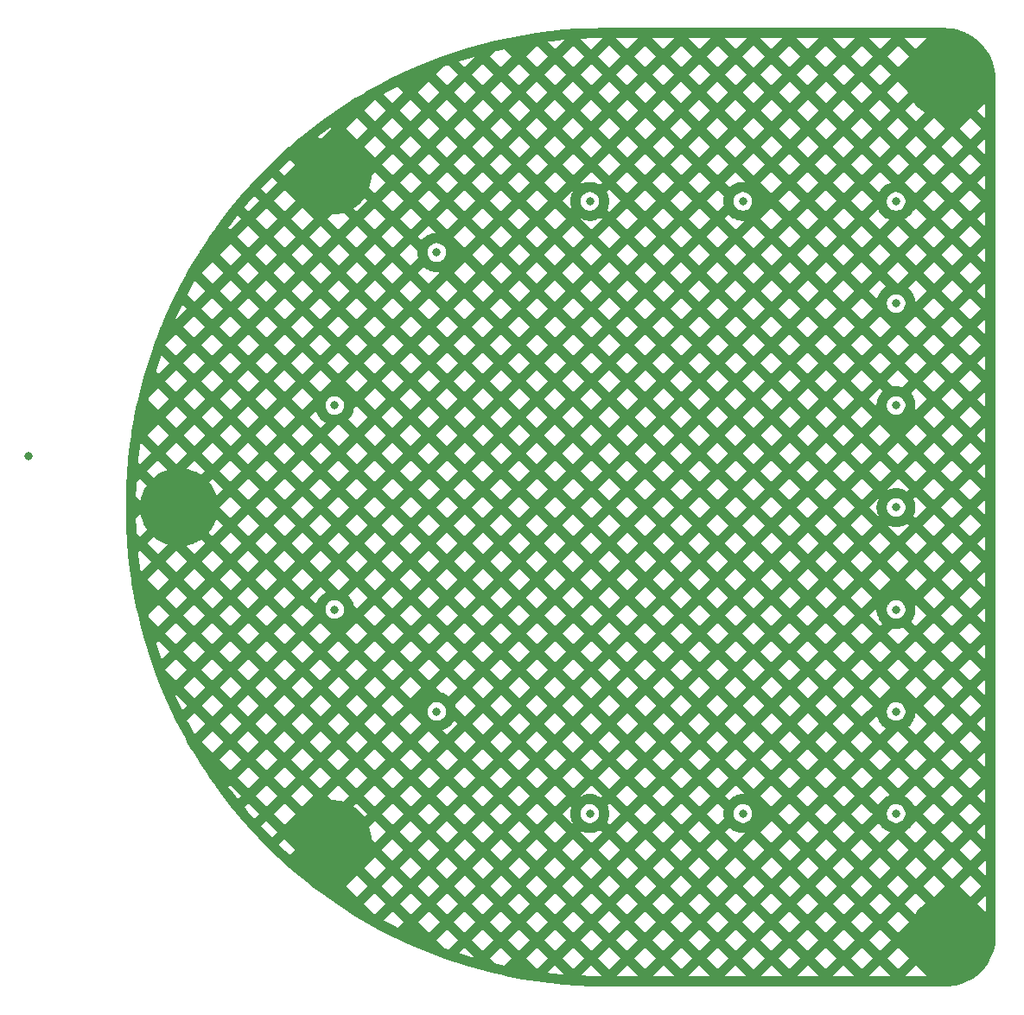
<source format=gbr>
G04 #@! TF.GenerationSoftware,KiCad,Pcbnew,9.0.2*
G04 #@! TF.CreationDate,2025-09-19T15:48:43-04:00*
G04 #@! TF.ProjectId,Trackball,54726163-6b62-4616-9c6c-2e6b69636164,rev?*
G04 #@! TF.SameCoordinates,Original*
G04 #@! TF.FileFunction,Copper,L2,Bot*
G04 #@! TF.FilePolarity,Positive*
%FSLAX46Y46*%
G04 Gerber Fmt 4.6, Leading zero omitted, Abs format (unit mm)*
G04 Created by KiCad (PCBNEW 9.0.2) date 2025-09-19 15:48:43*
%MOMM*%
%LPD*%
G01*
G04 APERTURE LIST*
G04 #@! TA.AperFunction,ComponentPad*
%ADD10C,7.400000*%
G04 #@! TD*
G04 #@! TA.AperFunction,ViaPad*
%ADD11C,0.800000*%
G04 #@! TD*
G04 APERTURE END LIST*
D10*
X-17847200Y-101573900D03*
X57400000Y-143600000D03*
X57155600Y-59573900D03*
X-2850000Y-134100000D03*
X-2847200Y-69073900D03*
D11*
X-2600000Y-111600000D03*
X-32600000Y-96600000D03*
X52400000Y-71600000D03*
X52400000Y-81600000D03*
X52400000Y-121600000D03*
X52400000Y-131600000D03*
X-2600000Y-91600000D03*
X52400000Y-91600000D03*
X7400000Y-121600000D03*
X7400000Y-76600000D03*
X37400000Y-71600000D03*
X37400000Y-131600000D03*
X52400000Y-101600000D03*
X22400000Y-131600000D03*
X52400000Y-111600000D03*
X22400000Y-71600000D03*
G04 #@! TA.AperFunction,Conductor*
G36*
X57158187Y-54599508D02*
G01*
X57190093Y-54600827D01*
X57561029Y-54616162D01*
X57571372Y-54617018D01*
X57968921Y-54666552D01*
X57979145Y-54668258D01*
X58371231Y-54750438D01*
X58381303Y-54752987D01*
X58765266Y-54867253D01*
X58775090Y-54870625D01*
X59148314Y-55016199D01*
X59157831Y-55020373D01*
X59388698Y-55133190D01*
X59517739Y-55196248D01*
X59526896Y-55201201D01*
X59692371Y-55299760D01*
X59871048Y-55406181D01*
X59879764Y-55411872D01*
X60196683Y-55638043D01*
X60205828Y-55644569D01*
X60214045Y-55650961D01*
X60519797Y-55909788D01*
X60527457Y-55916837D01*
X60810780Y-56200001D01*
X60817833Y-56207658D01*
X61076820Y-56513252D01*
X61083217Y-56521465D01*
X61316095Y-56847398D01*
X61321791Y-56856109D01*
X61526979Y-57200171D01*
X61531925Y-57209303D01*
X61708003Y-57569114D01*
X61712189Y-57578646D01*
X61857960Y-57951758D01*
X61861345Y-57961603D01*
X61975820Y-58345483D01*
X61978380Y-58355573D01*
X62060775Y-58747592D01*
X62062493Y-58757859D01*
X62112244Y-59155319D01*
X62113110Y-59165694D01*
X62129966Y-59567975D01*
X62130076Y-59573172D01*
X62130091Y-59598943D01*
X62130112Y-59599073D01*
X62174515Y-143588931D01*
X62174515Y-143588953D01*
X62174517Y-143594598D01*
X62174412Y-143599784D01*
X62157939Y-144003158D01*
X62157083Y-144013546D01*
X62107655Y-144411543D01*
X62105944Y-144421824D01*
X62023789Y-144814380D01*
X62021234Y-144824485D01*
X61906914Y-145208914D01*
X61903532Y-145218773D01*
X61757837Y-145592418D01*
X61753653Y-145601964D01*
X61577562Y-145962318D01*
X61572602Y-145971485D01*
X61367343Y-146316031D01*
X61361643Y-146324757D01*
X61128604Y-146651168D01*
X61122202Y-146659393D01*
X60862984Y-146965423D01*
X60855924Y-146973091D01*
X60572301Y-147256650D01*
X60564632Y-147263708D01*
X60258533Y-147522863D01*
X60250307Y-147529262D01*
X59923853Y-147762221D01*
X59915125Y-147767920D01*
X59570522Y-147973106D01*
X59561354Y-147978063D01*
X59200978Y-148154064D01*
X59191431Y-148158247D01*
X58817736Y-148303862D01*
X58807877Y-148307241D01*
X58423429Y-148421472D01*
X58413323Y-148424025D01*
X58020751Y-148506090D01*
X58010469Y-148507799D01*
X57612448Y-148557138D01*
X57602061Y-148557991D01*
X57198735Y-148574370D01*
X57193523Y-148574474D01*
X23929710Y-148548420D01*
X23929573Y-148548400D01*
X23911085Y-148548400D01*
X23903714Y-148548400D01*
X23901898Y-148548387D01*
X22550894Y-148528915D01*
X22547264Y-148528810D01*
X21198326Y-148470456D01*
X21194701Y-148470247D01*
X19847967Y-148373040D01*
X19844349Y-148372726D01*
X18501032Y-148236755D01*
X18497425Y-148236338D01*
X17158508Y-148061701D01*
X17154914Y-148061179D01*
X15821634Y-147848039D01*
X15818057Y-147847414D01*
X14491495Y-147595943D01*
X14487937Y-147595216D01*
X13987827Y-147485394D01*
X21518999Y-147485394D01*
X22577814Y-147531197D01*
X23582859Y-147545683D01*
X23592703Y-147535840D01*
X25004088Y-147535840D01*
X25019519Y-147551271D01*
X27111167Y-147552910D01*
X27128237Y-147535840D01*
X28539622Y-147535840D01*
X28557825Y-147554043D01*
X30643934Y-147555677D01*
X30663771Y-147535840D01*
X32075156Y-147535840D01*
X32096130Y-147556814D01*
X34176701Y-147558444D01*
X34199305Y-147535840D01*
X35610690Y-147535840D01*
X35634435Y-147559585D01*
X37709468Y-147561211D01*
X37734839Y-147535840D01*
X39146224Y-147535840D01*
X39172741Y-147562357D01*
X41242234Y-147563978D01*
X41270372Y-147535840D01*
X42681758Y-147535840D01*
X42711046Y-147565128D01*
X44775001Y-147566745D01*
X44805906Y-147535840D01*
X46217292Y-147535840D01*
X46249351Y-147567899D01*
X48307768Y-147569512D01*
X48341440Y-147535840D01*
X49752826Y-147535840D01*
X49787657Y-147570671D01*
X51840535Y-147572279D01*
X51876974Y-147535840D01*
X53288359Y-147535840D01*
X53325961Y-147573442D01*
X55373302Y-147575046D01*
X55412509Y-147535839D01*
X54350434Y-146473764D01*
X53288359Y-147535840D01*
X51876974Y-147535840D01*
X51876975Y-147535839D01*
X50814901Y-146473765D01*
X49752826Y-147535840D01*
X48341440Y-147535840D01*
X48341441Y-147535839D01*
X47279367Y-146473765D01*
X46217292Y-147535840D01*
X44805906Y-147535840D01*
X44805907Y-147535839D01*
X43743833Y-146473765D01*
X42681758Y-147535840D01*
X41270372Y-147535840D01*
X41270373Y-147535839D01*
X40208299Y-146473765D01*
X39146224Y-147535840D01*
X37734839Y-147535840D01*
X37734840Y-147535839D01*
X36672765Y-146473764D01*
X35610690Y-147535840D01*
X34199305Y-147535840D01*
X34199306Y-147535839D01*
X33137231Y-146473764D01*
X32075156Y-147535840D01*
X30663771Y-147535840D01*
X30663772Y-147535839D01*
X29601697Y-146473764D01*
X28539622Y-147535840D01*
X27128237Y-147535840D01*
X27128238Y-147535839D01*
X26066163Y-146473764D01*
X25004088Y-147535840D01*
X23592703Y-147535840D01*
X23592704Y-147535839D01*
X22530629Y-146473764D01*
X21518999Y-147485394D01*
X13987827Y-147485394D01*
X13169113Y-147305608D01*
X13165578Y-147304778D01*
X12746731Y-147200063D01*
X18268797Y-147200063D01*
X18614042Y-147245094D01*
X19896206Y-147374875D01*
X18995096Y-146473765D01*
X18268797Y-147200063D01*
X12746731Y-147200063D01*
X11855664Y-146977289D01*
X11852154Y-146976357D01*
X10552262Y-146611265D01*
X10548780Y-146610233D01*
X9259910Y-146207821D01*
X9256460Y-146206689D01*
X7981961Y-145768073D01*
X12629720Y-145768073D01*
X13128416Y-146266769D01*
X13395423Y-146333523D01*
X14045634Y-146476306D01*
X14753868Y-145768073D01*
X16165253Y-145768073D01*
X17227328Y-146830148D01*
X18289404Y-145768073D01*
X19700787Y-145768073D01*
X20762862Y-146830148D01*
X21824938Y-145768073D01*
X23236321Y-145768073D01*
X24298396Y-146830148D01*
X25360472Y-145768073D01*
X26771855Y-145768073D01*
X27833930Y-146830148D01*
X28896005Y-145768073D01*
X30307389Y-145768073D01*
X31369464Y-146830148D01*
X32431539Y-145768073D01*
X33842923Y-145768073D01*
X34904998Y-146830148D01*
X35967073Y-145768073D01*
X37378457Y-145768073D01*
X38440532Y-146830148D01*
X39502607Y-145768073D01*
X40913991Y-145768073D01*
X41976066Y-146830148D01*
X43038141Y-145768073D01*
X44449525Y-145768073D01*
X45511600Y-146830148D01*
X46573675Y-145768073D01*
X47985059Y-145768073D01*
X49047134Y-146830148D01*
X50109209Y-145768073D01*
X51520593Y-145768073D01*
X52582668Y-146830148D01*
X53644743Y-145768073D01*
X52582668Y-144705998D01*
X51520593Y-145768073D01*
X50109209Y-145768073D01*
X49047134Y-144705998D01*
X47985059Y-145768073D01*
X46573675Y-145768073D01*
X45511600Y-144705998D01*
X44449525Y-145768073D01*
X43038141Y-145768073D01*
X41976066Y-144705998D01*
X40913991Y-145768073D01*
X39502607Y-145768073D01*
X38440532Y-144705997D01*
X37378457Y-145768073D01*
X35967073Y-145768073D01*
X34904998Y-144705997D01*
X33842923Y-145768073D01*
X32431539Y-145768073D01*
X31369464Y-144705997D01*
X30307389Y-145768073D01*
X28896005Y-145768073D01*
X27833930Y-144705997D01*
X26771855Y-145768073D01*
X25360472Y-145768073D01*
X24298396Y-144705997D01*
X23236321Y-145768073D01*
X21824938Y-145768073D01*
X20762862Y-144705997D01*
X19700787Y-145768073D01*
X18289404Y-145768073D01*
X17227328Y-144705997D01*
X16165253Y-145768073D01*
X14753868Y-145768073D01*
X14753869Y-145768072D01*
X13691795Y-144705998D01*
X12629720Y-145768073D01*
X7981961Y-145768073D01*
X7979744Y-145767310D01*
X7976327Y-145766079D01*
X6712779Y-145290080D01*
X6709400Y-145288751D01*
X6656368Y-145267008D01*
X9595250Y-145267008D01*
X10834228Y-145653843D01*
X11209508Y-145759245D01*
X10156261Y-144705998D01*
X9595250Y-145267008D01*
X6656368Y-145267008D01*
X5460111Y-144776543D01*
X5456771Y-144775117D01*
X4222755Y-144227118D01*
X4219457Y-144225596D01*
X3749164Y-144000306D01*
X7326419Y-144000306D01*
X8055578Y-144729465D01*
X8316403Y-144827723D01*
X8544613Y-144906260D01*
X9450567Y-144000306D01*
X10861953Y-144000306D01*
X11924028Y-145062381D01*
X12986103Y-144000306D01*
X14397487Y-144000306D01*
X15459562Y-145062381D01*
X16521637Y-144000306D01*
X17933020Y-144000306D01*
X18995095Y-145062381D01*
X20057171Y-144000306D01*
X21468554Y-144000306D01*
X22530629Y-145062381D01*
X23592705Y-144000306D01*
X25004088Y-144000306D01*
X26066163Y-145062381D01*
X27128239Y-144000306D01*
X28539622Y-144000306D01*
X29601697Y-145062381D01*
X30663772Y-144000306D01*
X32075156Y-144000306D01*
X33137231Y-145062381D01*
X34199306Y-144000306D01*
X35610690Y-144000306D01*
X36672765Y-145062381D01*
X37734840Y-144000306D01*
X39146224Y-144000306D01*
X40208299Y-145062381D01*
X41270374Y-144000306D01*
X42681758Y-144000306D01*
X43743833Y-145062381D01*
X44805908Y-144000306D01*
X46217292Y-144000306D01*
X47279367Y-145062381D01*
X48341442Y-144000306D01*
X49752826Y-144000306D01*
X50814901Y-145062381D01*
X51876976Y-144000306D01*
X51357017Y-143480347D01*
X55374500Y-143480347D01*
X55374500Y-143719652D01*
X55405733Y-143956894D01*
X55405734Y-143956900D01*
X55405735Y-143956902D01*
X55467670Y-144188047D01*
X55559246Y-144409130D01*
X55559247Y-144409131D01*
X55559252Y-144409142D01*
X55678895Y-144616371D01*
X55747668Y-144705997D01*
X55801800Y-144776543D01*
X55824572Y-144806219D01*
X55824585Y-144806233D01*
X55993766Y-144975414D01*
X55993780Y-144975427D01*
X55993782Y-144975429D01*
X56069688Y-145033674D01*
X56183628Y-145121104D01*
X56390857Y-145240747D01*
X56390861Y-145240748D01*
X56390870Y-145240754D01*
X56611953Y-145332330D01*
X56843098Y-145394265D01*
X56843104Y-145394265D01*
X56843105Y-145394266D01*
X56870328Y-145397849D01*
X57080350Y-145425500D01*
X57080357Y-145425500D01*
X57319643Y-145425500D01*
X57319650Y-145425500D01*
X57556902Y-145394265D01*
X57788047Y-145332330D01*
X58009130Y-145240754D01*
X58216370Y-145121105D01*
X58406218Y-144975429D01*
X58575429Y-144806218D01*
X58721105Y-144616370D01*
X58840754Y-144409130D01*
X58932330Y-144188047D01*
X58994265Y-143956902D01*
X59025500Y-143719650D01*
X59025500Y-143480350D01*
X58994265Y-143243098D01*
X58932330Y-143011953D01*
X58840754Y-142790870D01*
X58840748Y-142790861D01*
X58840747Y-142790857D01*
X58721104Y-142583628D01*
X58575427Y-142393780D01*
X58575414Y-142393766D01*
X58406233Y-142224585D01*
X58406219Y-142224572D01*
X58216371Y-142078895D01*
X58009142Y-141959252D01*
X58009134Y-141959248D01*
X58009130Y-141959246D01*
X57788047Y-141867670D01*
X57556902Y-141805735D01*
X57556900Y-141805734D01*
X57556894Y-141805733D01*
X57319652Y-141774500D01*
X57319650Y-141774500D01*
X57080350Y-141774500D01*
X57080347Y-141774500D01*
X56843105Y-141805733D01*
X56611953Y-141867670D01*
X56390868Y-141959247D01*
X56390857Y-141959252D01*
X56183628Y-142078895D01*
X55993780Y-142224572D01*
X55993766Y-142224585D01*
X55824585Y-142393766D01*
X55824572Y-142393780D01*
X55678895Y-142583628D01*
X55559252Y-142790857D01*
X55559247Y-142790868D01*
X55467670Y-143011953D01*
X55405733Y-143243105D01*
X55374500Y-143480347D01*
X51357017Y-143480347D01*
X50814901Y-142938231D01*
X49752826Y-144000306D01*
X48341442Y-144000306D01*
X47279367Y-142938231D01*
X46217292Y-144000306D01*
X44805908Y-144000306D01*
X43743833Y-142938231D01*
X42681758Y-144000306D01*
X41270374Y-144000306D01*
X40208299Y-142938231D01*
X39146224Y-144000306D01*
X37734840Y-144000306D01*
X36672765Y-142938230D01*
X35610690Y-144000306D01*
X34199306Y-144000306D01*
X33137231Y-142938230D01*
X32075156Y-144000306D01*
X30663772Y-144000306D01*
X29601697Y-142938230D01*
X28539622Y-144000306D01*
X27128239Y-144000306D01*
X26066163Y-142938230D01*
X25004088Y-144000306D01*
X23592705Y-144000306D01*
X22530629Y-142938230D01*
X21468554Y-144000306D01*
X20057171Y-144000306D01*
X18995095Y-142938230D01*
X17933020Y-144000306D01*
X16521637Y-144000306D01*
X15459562Y-142938231D01*
X14397487Y-144000306D01*
X12986103Y-144000306D01*
X11924028Y-142938231D01*
X10861953Y-144000306D01*
X9450567Y-144000306D01*
X9450568Y-144000305D01*
X8388494Y-142938231D01*
X7326419Y-144000306D01*
X3749164Y-144000306D01*
X3001750Y-143642264D01*
X2998498Y-143640648D01*
X1798106Y-143022467D01*
X1794902Y-143020758D01*
X612833Y-142368245D01*
X609680Y-142366445D01*
X136360Y-142087076D01*
X2168579Y-142087076D01*
X2266150Y-142140936D01*
X3444271Y-142747648D01*
X3571304Y-142808502D01*
X4147268Y-142232539D01*
X5558651Y-142232539D01*
X6620727Y-143294614D01*
X7682802Y-142232539D01*
X9094185Y-142232539D01*
X10156261Y-143294614D01*
X11218336Y-142232539D01*
X12629719Y-142232539D01*
X13691795Y-143294614D01*
X14753870Y-142232539D01*
X16165253Y-142232539D01*
X17227328Y-143294614D01*
X18289404Y-142232539D01*
X19700787Y-142232539D01*
X20762862Y-143294614D01*
X21824938Y-142232539D01*
X23236321Y-142232539D01*
X24298396Y-143294614D01*
X25360472Y-142232539D01*
X26771854Y-142232539D01*
X27833930Y-143294614D01*
X28896005Y-142232539D01*
X30307388Y-142232539D01*
X31369464Y-143294614D01*
X32431539Y-142232539D01*
X33842922Y-142232539D01*
X34904998Y-143294614D01*
X35967073Y-142232539D01*
X37378456Y-142232539D01*
X38440532Y-143294614D01*
X39502607Y-142232539D01*
X40913990Y-142232539D01*
X41976066Y-143294614D01*
X43038141Y-142232539D01*
X44449524Y-142232539D01*
X45511600Y-143294614D01*
X46573675Y-142232539D01*
X47985058Y-142232539D01*
X49047134Y-143294614D01*
X50109209Y-142232539D01*
X51520592Y-142232539D01*
X52582668Y-143294614D01*
X53644743Y-142232539D01*
X52582668Y-141170464D01*
X51520592Y-142232539D01*
X50109209Y-142232539D01*
X49047134Y-141170464D01*
X47985058Y-142232539D01*
X46573675Y-142232539D01*
X45511600Y-141170464D01*
X44449524Y-142232539D01*
X43038141Y-142232539D01*
X41976066Y-141170464D01*
X40913990Y-142232539D01*
X39502607Y-142232539D01*
X38440532Y-141170463D01*
X37378456Y-142232539D01*
X35967073Y-142232539D01*
X34904998Y-141170463D01*
X33842922Y-142232539D01*
X32431539Y-142232539D01*
X31369464Y-141170463D01*
X30307388Y-142232539D01*
X28896005Y-142232539D01*
X27833930Y-141170463D01*
X26771854Y-142232539D01*
X25360472Y-142232539D01*
X24298396Y-141170463D01*
X23236321Y-142232539D01*
X21824938Y-142232539D01*
X20762862Y-141170463D01*
X19700787Y-142232539D01*
X18289404Y-142232539D01*
X17227328Y-141170463D01*
X16165253Y-142232539D01*
X14753870Y-142232539D01*
X13691795Y-141170464D01*
X12629719Y-142232539D01*
X11218336Y-142232539D01*
X10156261Y-141170464D01*
X9094185Y-142232539D01*
X7682802Y-142232539D01*
X6620727Y-141170464D01*
X5558651Y-142232539D01*
X4147268Y-142232539D01*
X3085192Y-141170463D01*
X2168579Y-142087076D01*
X136360Y-142087076D01*
X-553106Y-141680131D01*
X-556207Y-141678240D01*
X-1698734Y-140958701D01*
X-1701778Y-140956722D01*
X-2435170Y-140464772D01*
X255350Y-140464772D01*
X1317426Y-141526847D01*
X2379501Y-140464772D01*
X3790884Y-140464772D01*
X4852960Y-141526847D01*
X5915035Y-140464772D01*
X7326418Y-140464772D01*
X8388494Y-141526847D01*
X9450569Y-140464772D01*
X10861952Y-140464772D01*
X11924028Y-141526847D01*
X12986103Y-140464772D01*
X14397486Y-140464772D01*
X15459562Y-141526847D01*
X16521637Y-140464772D01*
X17933020Y-140464772D01*
X18995095Y-141526847D01*
X20057171Y-140464772D01*
X21468554Y-140464772D01*
X22530629Y-141526847D01*
X23592705Y-140464772D01*
X25004088Y-140464772D01*
X26066163Y-141526847D01*
X27128239Y-140464772D01*
X28539621Y-140464772D01*
X29601697Y-141526847D01*
X30663772Y-140464772D01*
X32075155Y-140464772D01*
X33137231Y-141526847D01*
X34199306Y-140464772D01*
X35610689Y-140464772D01*
X36672765Y-141526847D01*
X37734840Y-140464772D01*
X39146223Y-140464772D01*
X40208299Y-141526847D01*
X41270374Y-140464772D01*
X42681757Y-140464772D01*
X43743833Y-141526847D01*
X44805908Y-140464772D01*
X46217291Y-140464772D01*
X47279367Y-141526847D01*
X48341442Y-140464772D01*
X49752825Y-140464772D01*
X50814901Y-141526847D01*
X51876976Y-140464772D01*
X53288359Y-140464772D01*
X54250511Y-141426924D01*
X54319783Y-141323253D01*
X54327149Y-141313321D01*
X54557776Y-141032301D01*
X54566080Y-141023140D01*
X54823140Y-140766080D01*
X54832301Y-140757776D01*
X55113321Y-140527149D01*
X55123253Y-140519783D01*
X55205582Y-140464772D01*
X60359427Y-140464772D01*
X61175293Y-141280638D01*
X61174430Y-139649768D01*
X60359427Y-140464772D01*
X55205582Y-140464772D01*
X55329626Y-140381888D01*
X54350434Y-139402696D01*
X53288359Y-140464772D01*
X51876976Y-140464772D01*
X50814901Y-139402697D01*
X49752825Y-140464772D01*
X48341442Y-140464772D01*
X47279367Y-139402697D01*
X46217291Y-140464772D01*
X44805908Y-140464772D01*
X43743833Y-139402697D01*
X42681757Y-140464772D01*
X41270374Y-140464772D01*
X40208299Y-139402697D01*
X39146223Y-140464772D01*
X37734840Y-140464772D01*
X36672765Y-139402696D01*
X35610689Y-140464772D01*
X34199306Y-140464772D01*
X33137231Y-139402696D01*
X32075155Y-140464772D01*
X30663772Y-140464772D01*
X29601697Y-139402696D01*
X28539621Y-140464772D01*
X27128239Y-140464772D01*
X26066163Y-139402696D01*
X25004088Y-140464772D01*
X23592705Y-140464772D01*
X22530629Y-139402696D01*
X21468554Y-140464772D01*
X20057171Y-140464772D01*
X18995095Y-139402696D01*
X17933020Y-140464772D01*
X16521637Y-140464772D01*
X15459562Y-139402697D01*
X14397486Y-140464772D01*
X12986103Y-140464772D01*
X11924028Y-139402697D01*
X10861952Y-140464772D01*
X9450569Y-140464772D01*
X8388494Y-139402697D01*
X7326418Y-140464772D01*
X5915035Y-140464772D01*
X4852960Y-139402697D01*
X3790884Y-140464772D01*
X2379501Y-140464772D01*
X1317426Y-139402697D01*
X255350Y-140464772D01*
X-2435170Y-140464772D01*
X-2823071Y-140204573D01*
X-2826058Y-140202507D01*
X-3925267Y-139418316D01*
X-3928192Y-139416164D01*
X-4877163Y-138697005D01*
X-1512416Y-138697005D01*
X-450340Y-139759080D01*
X611734Y-138697005D01*
X2023117Y-138697005D01*
X3085193Y-139759080D01*
X4147268Y-138697005D01*
X5558651Y-138697005D01*
X6620727Y-139759080D01*
X7682802Y-138697005D01*
X9094185Y-138697005D01*
X10156261Y-139759080D01*
X11218336Y-138697005D01*
X12629719Y-138697005D01*
X13691795Y-139759080D01*
X14753870Y-138697005D01*
X16165253Y-138697005D01*
X17227328Y-139759080D01*
X18289404Y-138697005D01*
X19700787Y-138697005D01*
X20762862Y-139759080D01*
X21824938Y-138697005D01*
X23236321Y-138697005D01*
X24298396Y-139759080D01*
X25360472Y-138697005D01*
X26771854Y-138697005D01*
X27833930Y-139759080D01*
X28896005Y-138697005D01*
X30307388Y-138697005D01*
X31369464Y-139759080D01*
X32431539Y-138697005D01*
X33842922Y-138697005D01*
X34904998Y-139759080D01*
X35967073Y-138697005D01*
X37378456Y-138697005D01*
X38440532Y-139759080D01*
X39502607Y-138697005D01*
X40913990Y-138697005D01*
X41976066Y-139759080D01*
X43038141Y-138697005D01*
X44449524Y-138697005D01*
X45511600Y-139759080D01*
X46573675Y-138697005D01*
X47985058Y-138697005D01*
X49047134Y-139759080D01*
X50109209Y-138697005D01*
X51520592Y-138697005D01*
X52582668Y-139759080D01*
X53644743Y-138697005D01*
X55056126Y-138697005D01*
X56118201Y-139759080D01*
X57180277Y-138697005D01*
X58591660Y-138697005D01*
X59653735Y-139759080D01*
X60715811Y-138697005D01*
X59653735Y-137634929D01*
X58591660Y-138697005D01*
X57180277Y-138697005D01*
X56118201Y-137634929D01*
X55056126Y-138697005D01*
X53644743Y-138697005D01*
X52582668Y-137634930D01*
X51520592Y-138697005D01*
X50109209Y-138697005D01*
X49047134Y-137634930D01*
X47985058Y-138697005D01*
X46573675Y-138697005D01*
X45511600Y-137634930D01*
X44449524Y-138697005D01*
X43038141Y-138697005D01*
X41976066Y-137634930D01*
X40913990Y-138697005D01*
X39502607Y-138697005D01*
X38440532Y-137634929D01*
X37378456Y-138697005D01*
X35967073Y-138697005D01*
X34904998Y-137634929D01*
X33842922Y-138697005D01*
X32431539Y-138697005D01*
X31369464Y-137634929D01*
X30307388Y-138697005D01*
X28896005Y-138697005D01*
X27833930Y-137634929D01*
X26771854Y-138697005D01*
X25360472Y-138697005D01*
X24298396Y-137634929D01*
X23236321Y-138697005D01*
X21824938Y-138697005D01*
X20762862Y-137634929D01*
X19700787Y-138697005D01*
X18289404Y-138697005D01*
X17227328Y-137634929D01*
X16165253Y-138697005D01*
X14753870Y-138697005D01*
X13691795Y-137634930D01*
X12629719Y-138697005D01*
X11218336Y-138697005D01*
X10156261Y-137634930D01*
X9094185Y-138697005D01*
X7682802Y-138697005D01*
X6620727Y-137634930D01*
X5558651Y-138697005D01*
X4147268Y-138697005D01*
X3085193Y-137634930D01*
X2023117Y-138697005D01*
X611734Y-138697005D01*
X-450340Y-137634929D01*
X-1512416Y-138697005D01*
X-4877163Y-138697005D01*
X-5004278Y-138600673D01*
X-5007141Y-138598438D01*
X-6059322Y-137752241D01*
X-6062118Y-137749925D01*
X-7024422Y-136929238D01*
X255350Y-136929238D01*
X1317426Y-137991313D01*
X2379501Y-136929238D01*
X3790884Y-136929238D01*
X4852960Y-137991313D01*
X5915035Y-136929238D01*
X7326418Y-136929238D01*
X8388494Y-137991313D01*
X9450569Y-136929238D01*
X10861952Y-136929238D01*
X11924028Y-137991313D01*
X12986103Y-136929238D01*
X14397486Y-136929238D01*
X15459562Y-137991313D01*
X16521637Y-136929238D01*
X17933020Y-136929238D01*
X18995095Y-137991313D01*
X20057171Y-136929238D01*
X21468554Y-136929238D01*
X22530629Y-137991313D01*
X23592705Y-136929238D01*
X25004088Y-136929238D01*
X26066163Y-137991313D01*
X27128239Y-136929238D01*
X28539621Y-136929238D01*
X29601697Y-137991313D01*
X30663772Y-136929238D01*
X32075155Y-136929238D01*
X33137231Y-137991313D01*
X34199306Y-136929238D01*
X35610689Y-136929238D01*
X36672765Y-137991313D01*
X37734840Y-136929238D01*
X39146223Y-136929238D01*
X40208299Y-137991313D01*
X41270374Y-136929238D01*
X42681757Y-136929238D01*
X43743833Y-137991313D01*
X44805908Y-136929238D01*
X46217291Y-136929238D01*
X47279367Y-137991313D01*
X48341442Y-136929238D01*
X49752825Y-136929238D01*
X50814901Y-137991313D01*
X51876976Y-136929238D01*
X53288359Y-136929238D01*
X54350434Y-137991313D01*
X55412510Y-136929238D01*
X56823893Y-136929238D01*
X57885968Y-137991313D01*
X58948044Y-136929238D01*
X60359427Y-136929238D01*
X61173423Y-137743234D01*
X61172562Y-136116102D01*
X60359427Y-136929238D01*
X58948044Y-136929238D01*
X57885968Y-135867162D01*
X56823893Y-136929238D01*
X55412510Y-136929238D01*
X54350434Y-135867162D01*
X53288359Y-136929238D01*
X51876976Y-136929238D01*
X50814901Y-135867163D01*
X49752825Y-136929238D01*
X48341442Y-136929238D01*
X47279367Y-135867163D01*
X46217291Y-136929238D01*
X44805908Y-136929238D01*
X43743833Y-135867163D01*
X42681757Y-136929238D01*
X41270374Y-136929238D01*
X40208299Y-135867163D01*
X39146223Y-136929238D01*
X37734840Y-136929238D01*
X36672765Y-135867162D01*
X35610689Y-136929238D01*
X34199306Y-136929238D01*
X33137231Y-135867162D01*
X32075155Y-136929238D01*
X30663772Y-136929238D01*
X29601697Y-135867162D01*
X28539621Y-136929238D01*
X27128239Y-136929238D01*
X26066163Y-135867162D01*
X25004088Y-136929238D01*
X23592705Y-136929238D01*
X22530629Y-135867162D01*
X21468554Y-136929238D01*
X20057171Y-136929238D01*
X18995095Y-135867162D01*
X17933020Y-136929238D01*
X16521637Y-136929238D01*
X15459562Y-135867163D01*
X14397486Y-136929238D01*
X12986103Y-136929238D01*
X11924028Y-135867163D01*
X10861952Y-136929238D01*
X9450569Y-136929238D01*
X8388494Y-135867163D01*
X7326418Y-136929238D01*
X5915035Y-136929238D01*
X4852960Y-135867163D01*
X3790884Y-136929238D01*
X2379501Y-136929238D01*
X1317426Y-135867163D01*
X255350Y-136929238D01*
X-7024422Y-136929238D01*
X-7089455Y-136873776D01*
X-7092184Y-136871380D01*
X-8093857Y-135965978D01*
X-8096516Y-135963504D01*
X-9071678Y-135029616D01*
X-9074264Y-135027067D01*
X-9468529Y-134627079D01*
X-8049092Y-134627079D01*
X-7415339Y-135234010D01*
X-6951306Y-135653444D01*
X-6510609Y-135212747D01*
X-6555266Y-135065538D01*
X-7521409Y-134099396D01*
X-8049092Y-134627079D01*
X-9468529Y-134627079D01*
X-10022108Y-134065464D01*
X-10024620Y-134062841D01*
X-10101371Y-133980350D01*
X-4675500Y-133980350D01*
X-4675500Y-133983942D01*
X-4675500Y-134219650D01*
X-4644265Y-134456902D01*
X-4582330Y-134688047D01*
X-4490754Y-134909130D01*
X-4371105Y-135116370D01*
X-4225429Y-135306218D01*
X-4056218Y-135475429D01*
X-3866370Y-135621105D01*
X-3659130Y-135740754D01*
X-3438047Y-135832330D01*
X-3206902Y-135894265D01*
X-2969650Y-135925500D01*
X-2969643Y-135925500D01*
X-2730357Y-135925500D01*
X-2730350Y-135925500D01*
X-2520328Y-135897849D01*
X-2493105Y-135894266D01*
X-2493104Y-135894265D01*
X-2493098Y-135894265D01*
X-2261953Y-135832330D01*
X-2040870Y-135740754D01*
X-2040861Y-135740748D01*
X-2040857Y-135740747D01*
X-1833628Y-135621104D01*
X-1728511Y-135540444D01*
X-1643782Y-135475429D01*
X-1643780Y-135475427D01*
X-1643766Y-135475414D01*
X-1474585Y-135306233D01*
X-1474572Y-135306219D01*
X-1363502Y-135161471D01*
X2023117Y-135161471D01*
X3085193Y-136223546D01*
X4147268Y-135161471D01*
X5558651Y-135161471D01*
X6620727Y-136223546D01*
X7682802Y-135161471D01*
X9094185Y-135161471D01*
X10156261Y-136223546D01*
X11218336Y-135161471D01*
X12629719Y-135161471D01*
X13691795Y-136223546D01*
X14753870Y-135161471D01*
X16165253Y-135161471D01*
X17227328Y-136223546D01*
X18289404Y-135161471D01*
X19700787Y-135161471D01*
X20762862Y-136223546D01*
X21824938Y-135161471D01*
X23236321Y-135161471D01*
X24298396Y-136223546D01*
X25360472Y-135161471D01*
X26771854Y-135161471D01*
X27833930Y-136223546D01*
X28896005Y-135161471D01*
X30307388Y-135161471D01*
X31369464Y-136223546D01*
X32431539Y-135161471D01*
X33842922Y-135161471D01*
X34904998Y-136223546D01*
X35967073Y-135161471D01*
X37378456Y-135161471D01*
X38440532Y-136223546D01*
X39502607Y-135161471D01*
X40913990Y-135161471D01*
X41976066Y-136223546D01*
X43038141Y-135161471D01*
X44449524Y-135161471D01*
X45511600Y-136223546D01*
X46573675Y-135161471D01*
X47985058Y-135161471D01*
X49047134Y-136223546D01*
X50109209Y-135161471D01*
X51520592Y-135161471D01*
X52582668Y-136223546D01*
X53644743Y-135161471D01*
X55056126Y-135161471D01*
X56118201Y-136223546D01*
X57180277Y-135161471D01*
X58591660Y-135161471D01*
X59653735Y-136223546D01*
X60715811Y-135161471D01*
X59653735Y-134099395D01*
X58591660Y-135161471D01*
X57180277Y-135161471D01*
X56118201Y-134099395D01*
X55056126Y-135161471D01*
X53644743Y-135161471D01*
X52582668Y-134099396D01*
X51520592Y-135161471D01*
X50109209Y-135161471D01*
X49047134Y-134099396D01*
X47985058Y-135161471D01*
X46573675Y-135161471D01*
X45511600Y-134099396D01*
X44449524Y-135161471D01*
X43038141Y-135161471D01*
X41976066Y-134099396D01*
X40913990Y-135161471D01*
X39502607Y-135161471D01*
X38440532Y-134099395D01*
X37378456Y-135161471D01*
X35967073Y-135161471D01*
X34904998Y-134099395D01*
X33842922Y-135161471D01*
X32431539Y-135161471D01*
X31369464Y-134099395D01*
X30307388Y-135161471D01*
X28896005Y-135161471D01*
X27833930Y-134099395D01*
X26771854Y-135161471D01*
X25360472Y-135161471D01*
X24298396Y-134099395D01*
X23236321Y-135161471D01*
X21824938Y-135161471D01*
X20762862Y-134099395D01*
X19700787Y-135161471D01*
X18289404Y-135161471D01*
X17227328Y-134099395D01*
X16165253Y-135161471D01*
X14753870Y-135161471D01*
X13691795Y-134099396D01*
X12629719Y-135161471D01*
X11218336Y-135161471D01*
X10156261Y-134099396D01*
X9094185Y-135161471D01*
X7682802Y-135161471D01*
X6620727Y-134099396D01*
X5558651Y-135161471D01*
X4147268Y-135161471D01*
X3085193Y-134099396D01*
X2023117Y-135161471D01*
X-1363502Y-135161471D01*
X-1328895Y-135116371D01*
X-1209252Y-134909142D01*
X-1209247Y-134909131D01*
X-1209246Y-134909130D01*
X-1117670Y-134688047D01*
X-1055735Y-134456902D01*
X-1055734Y-134456900D01*
X-1055733Y-134456894D01*
X-1024500Y-134219652D01*
X-1024500Y-133980347D01*
X-1055733Y-133743105D01*
X-1117670Y-133511953D01*
X-1209247Y-133290868D01*
X-1209252Y-133290857D01*
X-1328895Y-133083628D01*
X-1474572Y-132893780D01*
X-1474585Y-132893766D01*
X-1495273Y-132873078D01*
X775976Y-132873078D01*
X864018Y-133163313D01*
X867023Y-133175308D01*
X937946Y-133531862D01*
X939760Y-133544093D01*
X975393Y-133905881D01*
X976000Y-133918231D01*
X976000Y-134114352D01*
X1317426Y-134455779D01*
X2379501Y-133393704D01*
X3790884Y-133393704D01*
X4852960Y-134455779D01*
X5915035Y-133393704D01*
X7326418Y-133393704D01*
X8388494Y-134455779D01*
X9450569Y-133393704D01*
X10861952Y-133393704D01*
X11924028Y-134455779D01*
X12986103Y-133393704D01*
X14397486Y-133393704D01*
X15459562Y-134455779D01*
X16521637Y-133393704D01*
X17933020Y-133393704D01*
X18995095Y-134455779D01*
X20057171Y-133393704D01*
X21468554Y-133393704D01*
X22530629Y-134455779D01*
X23592705Y-133393704D01*
X25004088Y-133393704D01*
X26066163Y-134455779D01*
X27128239Y-133393704D01*
X28539621Y-133393704D01*
X29601697Y-134455779D01*
X30663772Y-133393704D01*
X32075155Y-133393704D01*
X33137231Y-134455779D01*
X34199306Y-133393704D01*
X35610690Y-133393704D01*
X36672765Y-134455779D01*
X37632131Y-133496413D01*
X37617801Y-133498539D01*
X37611663Y-133499296D01*
X37562892Y-133504098D01*
X37556727Y-133504552D01*
X37520157Y-133506348D01*
X37513976Y-133506500D01*
X37286024Y-133506500D01*
X37279843Y-133506348D01*
X37243273Y-133504552D01*
X37237108Y-133504098D01*
X37188337Y-133499296D01*
X37182199Y-133498539D01*
X37145956Y-133493164D01*
X37139858Y-133492106D01*
X36916281Y-133447633D01*
X36910251Y-133446279D01*
X36874752Y-133437388D01*
X36868799Y-133435741D01*
X36821900Y-133421519D01*
X36816021Y-133419577D01*
X36781504Y-133407228D01*
X36775729Y-133405001D01*
X36748456Y-133393704D01*
X39146223Y-133393704D01*
X40208299Y-134455779D01*
X41270374Y-133393704D01*
X42681757Y-133393704D01*
X43743833Y-134455779D01*
X44805908Y-133393704D01*
X46217291Y-133393704D01*
X47279367Y-134455779D01*
X48341442Y-133393704D01*
X48341441Y-133393703D01*
X49752825Y-133393703D01*
X50814901Y-134455779D01*
X51842817Y-133427862D01*
X51821900Y-133421519D01*
X51816021Y-133419577D01*
X51781504Y-133407228D01*
X51775729Y-133405001D01*
X51748456Y-133393704D01*
X53288359Y-133393704D01*
X54350434Y-134455779D01*
X55412510Y-133393704D01*
X56823893Y-133393704D01*
X57885968Y-134455779D01*
X58948044Y-133393704D01*
X60359427Y-133393704D01*
X61171553Y-134205830D01*
X61170694Y-132582436D01*
X60359427Y-133393704D01*
X58948044Y-133393704D01*
X57885968Y-132331628D01*
X56823893Y-133393704D01*
X55412510Y-133393704D01*
X54350435Y-132331629D01*
X53904731Y-132777332D01*
X53896471Y-132788470D01*
X53892664Y-132793348D01*
X53861573Y-132831229D01*
X53857533Y-132835911D01*
X53832949Y-132863033D01*
X53828688Y-132867508D01*
X53667508Y-133028688D01*
X53663033Y-133032949D01*
X53635911Y-133057533D01*
X53631229Y-133061573D01*
X53593348Y-133092664D01*
X53588471Y-133096470D01*
X53577329Y-133104733D01*
X53288359Y-133393704D01*
X51748456Y-133393704D01*
X51565101Y-133317755D01*
X51559445Y-133315247D01*
X51526333Y-133299585D01*
X51520812Y-133296806D01*
X51477593Y-133273705D01*
X51472211Y-133270656D01*
X51440801Y-133251829D01*
X51435577Y-133248521D01*
X51246024Y-133121866D01*
X51240964Y-133118302D01*
X51211528Y-133096469D01*
X51206652Y-133092664D01*
X51168771Y-133061573D01*
X51164089Y-133057533D01*
X51136967Y-133032949D01*
X51132492Y-133028688D01*
X50971312Y-132867508D01*
X50967051Y-132863033D01*
X50942467Y-132835911D01*
X50938427Y-132831229D01*
X50907336Y-132793348D01*
X50903531Y-132788472D01*
X50881698Y-132759036D01*
X50878134Y-132753976D01*
X50751479Y-132564423D01*
X50748171Y-132559199D01*
X50729344Y-132527789D01*
X50726295Y-132522407D01*
X50703194Y-132479188D01*
X50700415Y-132473667D01*
X50691567Y-132454961D01*
X49752825Y-133393703D01*
X48341441Y-133393703D01*
X47279367Y-132331629D01*
X46217291Y-133393704D01*
X44805908Y-133393704D01*
X43743833Y-132331629D01*
X42681757Y-133393704D01*
X41270374Y-133393704D01*
X40208299Y-132331629D01*
X39146223Y-133393704D01*
X36748456Y-133393704D01*
X36565101Y-133317755D01*
X36559445Y-133315247D01*
X36526333Y-133299585D01*
X36520812Y-133296806D01*
X36477593Y-133273705D01*
X36472211Y-133270656D01*
X36440801Y-133251829D01*
X36435577Y-133248521D01*
X36246024Y-133121866D01*
X36240964Y-133118302D01*
X36211528Y-133096469D01*
X36206652Y-133092664D01*
X36168771Y-133061573D01*
X36164089Y-133057533D01*
X36136967Y-133032949D01*
X36132492Y-133028688D01*
X36054099Y-132950295D01*
X35610690Y-133393704D01*
X34199306Y-133393704D01*
X33137231Y-132331628D01*
X32075155Y-133393704D01*
X30663772Y-133393704D01*
X29601697Y-132331628D01*
X28539621Y-133393704D01*
X27128239Y-133393704D01*
X26066163Y-132331628D01*
X25004088Y-133393704D01*
X23592705Y-133393704D01*
X23414237Y-133215236D01*
X23364423Y-133248521D01*
X23359199Y-133251829D01*
X23327789Y-133270656D01*
X23322407Y-133273705D01*
X23279188Y-133296806D01*
X23273667Y-133299585D01*
X23240555Y-133315247D01*
X23234899Y-133317755D01*
X23024271Y-133405001D01*
X23018496Y-133407228D01*
X22983979Y-133419577D01*
X22978100Y-133421519D01*
X22931201Y-133435741D01*
X22925248Y-133437388D01*
X22889749Y-133446279D01*
X22883719Y-133447633D01*
X22660142Y-133492106D01*
X22654044Y-133493164D01*
X22617801Y-133498539D01*
X22611663Y-133499296D01*
X22562892Y-133504098D01*
X22556727Y-133504552D01*
X22520157Y-133506348D01*
X22513976Y-133506500D01*
X22286024Y-133506500D01*
X22279843Y-133506348D01*
X22243273Y-133504552D01*
X22237108Y-133504098D01*
X22188337Y-133499296D01*
X22182199Y-133498539D01*
X22145956Y-133493164D01*
X22139858Y-133492106D01*
X21916281Y-133447633D01*
X21910251Y-133446279D01*
X21874752Y-133437388D01*
X21868799Y-133435741D01*
X21821900Y-133421519D01*
X21816021Y-133419577D01*
X21781504Y-133407228D01*
X21775729Y-133405001D01*
X21565101Y-133317755D01*
X21559445Y-133315247D01*
X21551003Y-133311254D01*
X21468554Y-133393704D01*
X20057171Y-133393704D01*
X18995095Y-132331628D01*
X17933020Y-133393704D01*
X16521637Y-133393704D01*
X15459562Y-132331629D01*
X14397486Y-133393704D01*
X12986103Y-133393704D01*
X11924028Y-132331629D01*
X10861952Y-133393704D01*
X9450569Y-133393704D01*
X8388494Y-132331629D01*
X7326418Y-133393704D01*
X5915035Y-133393704D01*
X4852960Y-132331629D01*
X3790884Y-133393704D01*
X2379501Y-133393704D01*
X1317426Y-132331629D01*
X775976Y-132873078D01*
X-1495273Y-132873078D01*
X-1643766Y-132724585D01*
X-1643780Y-132724572D01*
X-1833628Y-132578895D01*
X-2040857Y-132459252D01*
X-2040868Y-132459247D01*
X-2171590Y-132405100D01*
X-2261953Y-132367670D01*
X-2493098Y-132305735D01*
X-2493097Y-132305735D01*
X-2493105Y-132305733D01*
X-2730347Y-132274500D01*
X-2730350Y-132274500D01*
X-2969650Y-132274500D01*
X-2969652Y-132274500D01*
X-3206894Y-132305733D01*
X-3206900Y-132305734D01*
X-3206902Y-132305735D01*
X-3438047Y-132367670D01*
X-3659130Y-132459246D01*
X-3659134Y-132459248D01*
X-3659142Y-132459252D01*
X-3866371Y-132578895D01*
X-4056219Y-132724572D01*
X-4056233Y-132724585D01*
X-4225414Y-132893766D01*
X-4225427Y-132893780D01*
X-4371104Y-133083628D01*
X-4490747Y-133290857D01*
X-4490748Y-133290861D01*
X-4490754Y-133290870D01*
X-4582330Y-133511953D01*
X-4644265Y-133743098D01*
X-4675500Y-133980350D01*
X-10101371Y-133980350D01*
X-10944361Y-133074321D01*
X-10946796Y-133071627D01*
X-11149418Y-132840860D01*
X-9798407Y-132840860D01*
X-9302521Y-133373828D01*
X-8758819Y-133925423D01*
X-8227100Y-133393704D01*
X-9289175Y-132331628D01*
X-9798407Y-132840860D01*
X-11149418Y-132840860D01*
X-11837671Y-132057008D01*
X-11840027Y-132054245D01*
X-12701267Y-131014405D01*
X-12703543Y-131011576D01*
X-12744928Y-130958571D01*
X-11451651Y-130958571D01*
X-11079450Y-131407958D01*
X-10470464Y-132101535D01*
X-9994866Y-131625937D01*
X-8583484Y-131625937D01*
X-7521408Y-132688013D01*
X-6459333Y-131625937D01*
X-7521408Y-130563862D01*
X-8583484Y-131625937D01*
X-9994866Y-131625937D01*
X-11056942Y-130563862D01*
X-11451651Y-130958571D01*
X-12744928Y-130958571D01*
X-13534492Y-129947308D01*
X-13536686Y-129944413D01*
X-14246546Y-128979125D01*
X-13007739Y-128979125D01*
X-12740127Y-129343032D01*
X-12085689Y-130181226D01*
X-11762633Y-129858170D01*
X-10351251Y-129858170D01*
X-9289175Y-130920246D01*
X-8227100Y-129858170D01*
X-6815717Y-129858170D01*
X-5753641Y-130920246D01*
X-5719793Y-130886398D01*
X-772877Y-130886398D01*
X-573253Y-131019783D01*
X-563321Y-131027149D01*
X-282301Y-131257776D01*
X-273140Y-131266080D01*
X-16080Y-131523140D01*
X-7776Y-131532301D01*
X222851Y-131813321D01*
X230217Y-131823253D01*
X303997Y-131933673D01*
X611734Y-131625937D01*
X2023117Y-131625937D01*
X3085193Y-132688013D01*
X4147268Y-131625937D01*
X5558651Y-131625937D01*
X6620727Y-132688013D01*
X7682802Y-131625937D01*
X9094185Y-131625937D01*
X10156261Y-132688013D01*
X11218336Y-131625937D01*
X12629719Y-131625937D01*
X13691795Y-132688013D01*
X14753870Y-131625937D01*
X16165253Y-131625937D01*
X17227328Y-132688013D01*
X18289404Y-131625937D01*
X19700787Y-131625937D01*
X20762862Y-132688012D01*
X20805541Y-132645333D01*
X20751479Y-132564423D01*
X20748171Y-132559199D01*
X20729344Y-132527789D01*
X20726295Y-132522407D01*
X20703194Y-132479188D01*
X20700415Y-132473667D01*
X20684753Y-132440555D01*
X20682245Y-132434899D01*
X20594999Y-132224271D01*
X20592772Y-132218496D01*
X20580423Y-132183979D01*
X20578481Y-132178100D01*
X20564259Y-132131201D01*
X20562612Y-132125248D01*
X20553721Y-132089749D01*
X20552367Y-132083719D01*
X20507894Y-131860142D01*
X20506836Y-131854044D01*
X20501461Y-131817801D01*
X20500704Y-131811663D01*
X20495902Y-131762892D01*
X20495448Y-131756727D01*
X20493652Y-131720157D01*
X20493500Y-131713976D01*
X20493500Y-131510518D01*
X21491500Y-131510518D01*
X21491500Y-131689481D01*
X21497602Y-131720157D01*
X21526413Y-131865000D01*
X21594898Y-132030336D01*
X21694322Y-132179135D01*
X21820865Y-132305678D01*
X21969664Y-132405102D01*
X22135000Y-132473587D01*
X22310521Y-132508500D01*
X22310522Y-132508500D01*
X22489478Y-132508500D01*
X22489479Y-132508500D01*
X22613143Y-132483902D01*
X24094286Y-132483902D01*
X24298397Y-132688013D01*
X25360472Y-131625937D01*
X26771854Y-131625937D01*
X27833930Y-132688013D01*
X28896005Y-131625937D01*
X30307388Y-131625937D01*
X31369464Y-132688013D01*
X32431539Y-131625937D01*
X33842922Y-131625937D01*
X34904998Y-132688013D01*
X35545220Y-132047790D01*
X35507894Y-131860142D01*
X35506836Y-131854044D01*
X35501461Y-131817801D01*
X35500704Y-131811663D01*
X35495902Y-131762892D01*
X35495448Y-131756727D01*
X35493652Y-131720157D01*
X35493500Y-131713976D01*
X35493500Y-131510518D01*
X36491500Y-131510518D01*
X36491500Y-131689481D01*
X36497602Y-131720157D01*
X36526413Y-131865000D01*
X36594898Y-132030336D01*
X36694322Y-132179135D01*
X36820865Y-132305678D01*
X36969664Y-132405102D01*
X37135000Y-132473587D01*
X37310521Y-132508500D01*
X37310522Y-132508500D01*
X37489478Y-132508500D01*
X37489479Y-132508500D01*
X37665000Y-132473587D01*
X37830336Y-132405102D01*
X37979135Y-132305678D01*
X38105678Y-132179135D01*
X38205102Y-132030336D01*
X38273587Y-131865000D01*
X38308500Y-131689479D01*
X38308500Y-131625937D01*
X40913990Y-131625937D01*
X41976066Y-132688013D01*
X43038141Y-131625937D01*
X44449524Y-131625937D01*
X45511600Y-132688013D01*
X46573675Y-131625937D01*
X47985058Y-131625937D01*
X49047134Y-132688013D01*
X50109209Y-131625937D01*
X49993790Y-131510518D01*
X51491500Y-131510518D01*
X51491500Y-131689481D01*
X51497602Y-131720157D01*
X51526413Y-131865000D01*
X51594898Y-132030336D01*
X51694322Y-132179135D01*
X51820865Y-132305678D01*
X51969664Y-132405102D01*
X52135000Y-132473587D01*
X52310521Y-132508500D01*
X52310522Y-132508500D01*
X52489478Y-132508500D01*
X52489479Y-132508500D01*
X52665000Y-132473587D01*
X52830336Y-132405102D01*
X52979135Y-132305678D01*
X53105678Y-132179135D01*
X53205102Y-132030336D01*
X53273587Y-131865000D01*
X53308500Y-131689479D01*
X53308500Y-131625937D01*
X55056126Y-131625937D01*
X56118201Y-132688013D01*
X57180277Y-131625937D01*
X58591660Y-131625937D01*
X59653735Y-132688013D01*
X60715811Y-131625937D01*
X59653735Y-130563862D01*
X58591660Y-131625937D01*
X57180277Y-131625937D01*
X56118201Y-130563862D01*
X55056126Y-131625937D01*
X53308500Y-131625937D01*
X53308500Y-131510521D01*
X53273587Y-131335000D01*
X53205102Y-131169664D01*
X53105678Y-131020865D01*
X52979135Y-130894322D01*
X52830336Y-130794898D01*
X52713429Y-130746473D01*
X52665003Y-130726414D01*
X52665001Y-130726413D01*
X52665000Y-130726413D01*
X52576645Y-130708838D01*
X52489481Y-130691500D01*
X52489479Y-130691500D01*
X52310521Y-130691500D01*
X52310518Y-130691500D01*
X52179771Y-130717507D01*
X52135000Y-130726413D01*
X52134999Y-130726413D01*
X52134996Y-130726414D01*
X51969662Y-130794899D01*
X51820869Y-130894319D01*
X51820862Y-130894324D01*
X51694324Y-131020862D01*
X51694319Y-131020869D01*
X51594899Y-131169662D01*
X51526414Y-131334996D01*
X51526413Y-131334999D01*
X51526413Y-131335000D01*
X51524234Y-131345956D01*
X51491500Y-131510518D01*
X49993790Y-131510518D01*
X49047134Y-130563862D01*
X47985058Y-131625937D01*
X46573675Y-131625937D01*
X45511600Y-130563862D01*
X44449524Y-131625937D01*
X43038141Y-131625937D01*
X41976066Y-130563862D01*
X40913990Y-131625937D01*
X38308500Y-131625937D01*
X38308500Y-131510521D01*
X38273587Y-131335000D01*
X38205102Y-131169664D01*
X38105678Y-131020865D01*
X37979135Y-130894322D01*
X37830336Y-130794898D01*
X37713429Y-130746473D01*
X37665003Y-130726414D01*
X37665001Y-130726413D01*
X37665000Y-130726413D01*
X37576645Y-130708838D01*
X37489481Y-130691500D01*
X37489479Y-130691500D01*
X37310521Y-130691500D01*
X37310518Y-130691500D01*
X37179771Y-130717507D01*
X37135000Y-130726413D01*
X37134999Y-130726413D01*
X37134996Y-130726414D01*
X36969662Y-130794899D01*
X36820869Y-130894319D01*
X36820862Y-130894324D01*
X36694324Y-131020862D01*
X36694319Y-131020869D01*
X36594899Y-131169662D01*
X36526414Y-131334996D01*
X36526413Y-131334999D01*
X36526413Y-131335000D01*
X36524234Y-131345956D01*
X36491500Y-131510518D01*
X35493500Y-131510518D01*
X35493500Y-131486024D01*
X35493652Y-131479843D01*
X35495448Y-131443273D01*
X35495902Y-131437108D01*
X35500704Y-131388337D01*
X35501461Y-131382199D01*
X35506836Y-131345956D01*
X35507894Y-131339859D01*
X35536613Y-131195477D01*
X34904998Y-130563862D01*
X33842922Y-131625937D01*
X32431539Y-131625937D01*
X31369464Y-130563862D01*
X30307388Y-131625937D01*
X28896005Y-131625937D01*
X27833930Y-130563862D01*
X26771854Y-131625937D01*
X25360472Y-131625937D01*
X24298397Y-130563862D01*
X24111254Y-130751004D01*
X24115247Y-130759445D01*
X24117755Y-130765101D01*
X24205001Y-130975729D01*
X24207228Y-130981504D01*
X24219577Y-131016021D01*
X24221519Y-131021900D01*
X24235741Y-131068799D01*
X24237388Y-131074752D01*
X24246279Y-131110251D01*
X24247633Y-131116281D01*
X24292106Y-131339858D01*
X24293164Y-131345956D01*
X24298539Y-131382199D01*
X24299296Y-131388337D01*
X24304098Y-131437108D01*
X24304552Y-131443273D01*
X24306348Y-131479843D01*
X24306500Y-131486024D01*
X24306500Y-131713976D01*
X24306348Y-131720157D01*
X24304552Y-131756727D01*
X24304098Y-131762892D01*
X24299296Y-131811663D01*
X24298539Y-131817801D01*
X24293164Y-131854044D01*
X24292106Y-131860142D01*
X24247633Y-132083719D01*
X24246279Y-132089749D01*
X24237388Y-132125248D01*
X24235741Y-132131201D01*
X24221519Y-132178100D01*
X24219577Y-132183979D01*
X24207228Y-132218496D01*
X24205001Y-132224271D01*
X24117755Y-132434899D01*
X24115247Y-132440555D01*
X24099585Y-132473667D01*
X24096806Y-132479188D01*
X24094286Y-132483902D01*
X22613143Y-132483902D01*
X22665000Y-132473587D01*
X22830336Y-132405102D01*
X22979135Y-132305678D01*
X23105678Y-132179135D01*
X23205102Y-132030336D01*
X23273587Y-131865000D01*
X23308500Y-131689479D01*
X23308500Y-131510521D01*
X23273587Y-131335000D01*
X23205102Y-131169664D01*
X23105678Y-131020865D01*
X22979135Y-130894322D01*
X22830336Y-130794898D01*
X22713429Y-130746473D01*
X22665003Y-130726414D01*
X22665001Y-130726413D01*
X22665000Y-130726413D01*
X22576645Y-130708838D01*
X22489481Y-130691500D01*
X22489479Y-130691500D01*
X22310521Y-130691500D01*
X22310518Y-130691500D01*
X22179771Y-130717507D01*
X22135000Y-130726413D01*
X22134999Y-130726413D01*
X22134996Y-130726414D01*
X21969662Y-130794899D01*
X21820869Y-130894319D01*
X21820862Y-130894324D01*
X21694324Y-131020862D01*
X21694319Y-131020869D01*
X21594899Y-131169662D01*
X21526414Y-131334996D01*
X21526413Y-131334999D01*
X21526413Y-131335000D01*
X21524234Y-131345956D01*
X21491500Y-131510518D01*
X20493500Y-131510518D01*
X20493500Y-131486024D01*
X20493652Y-131479843D01*
X20495448Y-131443273D01*
X20495902Y-131437108D01*
X20500704Y-131388337D01*
X20501461Y-131382199D01*
X20506836Y-131345956D01*
X20507894Y-131339858D01*
X20552367Y-131116281D01*
X20553721Y-131110251D01*
X20562612Y-131074752D01*
X20564259Y-131068799D01*
X20578481Y-131021900D01*
X20580423Y-131016021D01*
X20592772Y-130981504D01*
X20594999Y-130975729D01*
X20682245Y-130765101D01*
X20684753Y-130759445D01*
X20700415Y-130726333D01*
X20703194Y-130720812D01*
X20726295Y-130677593D01*
X20729344Y-130672211D01*
X20748171Y-130640801D01*
X20751478Y-130635578D01*
X20784763Y-130585762D01*
X20762863Y-130563862D01*
X19700787Y-131625937D01*
X18289404Y-131625937D01*
X17227328Y-130563862D01*
X16165253Y-131625937D01*
X14753870Y-131625937D01*
X13691795Y-130563862D01*
X12629719Y-131625937D01*
X11218336Y-131625937D01*
X10156261Y-130563862D01*
X9094185Y-131625937D01*
X7682802Y-131625937D01*
X6620727Y-130563862D01*
X5558651Y-131625937D01*
X4147268Y-131625937D01*
X3085193Y-130563862D01*
X2023117Y-131625937D01*
X611734Y-131625937D01*
X-450341Y-130563862D01*
X-772877Y-130886398D01*
X-5719793Y-130886398D01*
X-4691566Y-129858170D01*
X-3280183Y-129858170D01*
X-2864354Y-130274000D01*
X-2668231Y-130274000D01*
X-2655881Y-130274607D01*
X-2294093Y-130310240D01*
X-2281862Y-130312054D01*
X-1925308Y-130382977D01*
X-1913313Y-130385981D01*
X-1737251Y-130439388D01*
X-1156032Y-129858170D01*
X255350Y-129858170D01*
X1317426Y-130920246D01*
X2379501Y-129858170D01*
X3790884Y-129858170D01*
X4852960Y-130920246D01*
X5915035Y-129858170D01*
X7326418Y-129858170D01*
X8388494Y-130920246D01*
X9450569Y-129858170D01*
X10861952Y-129858170D01*
X11924028Y-130920246D01*
X12986103Y-129858170D01*
X14397486Y-129858170D01*
X15459562Y-130920246D01*
X16521637Y-129858170D01*
X17933020Y-129858170D01*
X18995095Y-130920246D01*
X20057170Y-129858171D01*
X21468554Y-129858171D01*
X21516097Y-129905714D01*
X21520812Y-129903194D01*
X21526333Y-129900415D01*
X21559445Y-129884753D01*
X21565101Y-129882245D01*
X21775729Y-129794999D01*
X21781504Y-129792772D01*
X21816021Y-129780423D01*
X21821900Y-129778481D01*
X21868799Y-129764259D01*
X21874752Y-129762612D01*
X21910251Y-129753721D01*
X21916281Y-129752367D01*
X22139858Y-129707894D01*
X22145956Y-129706836D01*
X22182199Y-129701461D01*
X22188337Y-129700704D01*
X22237108Y-129695902D01*
X22243273Y-129695448D01*
X22279843Y-129693652D01*
X22286024Y-129693500D01*
X22513976Y-129693500D01*
X22520157Y-129693652D01*
X22556727Y-129695448D01*
X22562892Y-129695902D01*
X22611663Y-129700704D01*
X22617801Y-129701461D01*
X22654044Y-129706836D01*
X22660142Y-129707894D01*
X22883719Y-129752367D01*
X22889749Y-129753721D01*
X22925248Y-129762612D01*
X22931201Y-129764259D01*
X22978100Y-129778481D01*
X22983979Y-129780423D01*
X23018496Y-129792772D01*
X23024271Y-129794999D01*
X23234899Y-129882245D01*
X23240555Y-129884753D01*
X23273667Y-129900415D01*
X23279188Y-129903194D01*
X23322407Y-129926295D01*
X23327789Y-129929344D01*
X23359199Y-129948171D01*
X23364423Y-129951479D01*
X23445333Y-130005541D01*
X23592704Y-129858170D01*
X25004088Y-129858170D01*
X26066163Y-130920246D01*
X27128239Y-129858170D01*
X28539621Y-129858170D01*
X29601697Y-130920246D01*
X30663772Y-129858170D01*
X32075155Y-129858170D01*
X33137231Y-130920246D01*
X34199306Y-129858170D01*
X35610689Y-129858170D01*
X36028161Y-130275642D01*
X36132492Y-130171312D01*
X36136967Y-130167051D01*
X36164089Y-130142467D01*
X36168771Y-130138427D01*
X36206652Y-130107336D01*
X36211528Y-130103531D01*
X36240964Y-130081698D01*
X36246024Y-130078134D01*
X36435577Y-129951479D01*
X36440801Y-129948171D01*
X36472211Y-129929344D01*
X36477593Y-129926295D01*
X36520812Y-129903194D01*
X36526333Y-129900415D01*
X36559445Y-129884753D01*
X36565101Y-129882245D01*
X36623223Y-129858170D01*
X39146223Y-129858170D01*
X40208299Y-130920246D01*
X41270374Y-129858170D01*
X42681757Y-129858170D01*
X43743833Y-130920246D01*
X44805908Y-129858170D01*
X46217291Y-129858170D01*
X47279367Y-130920246D01*
X48341442Y-129858170D01*
X49752825Y-129858170D01*
X50675658Y-130781003D01*
X50682246Y-130765101D01*
X50684753Y-130759445D01*
X50700415Y-130726333D01*
X50703194Y-130720812D01*
X50726295Y-130677593D01*
X50729344Y-130672211D01*
X50748171Y-130640801D01*
X50751479Y-130635577D01*
X50878134Y-130446024D01*
X50881698Y-130440964D01*
X50903531Y-130411528D01*
X50907336Y-130406652D01*
X50938427Y-130368771D01*
X50942467Y-130364089D01*
X50967051Y-130336967D01*
X50971312Y-130332492D01*
X51132492Y-130171312D01*
X51136967Y-130167051D01*
X51164089Y-130142467D01*
X51168771Y-130138427D01*
X51206652Y-130107336D01*
X51211528Y-130103531D01*
X51240964Y-130081698D01*
X51246024Y-130078134D01*
X51435577Y-129951479D01*
X51440801Y-129948171D01*
X51472211Y-129929344D01*
X51477593Y-129926295D01*
X51520812Y-129903194D01*
X51526333Y-129900415D01*
X51559445Y-129884753D01*
X51565101Y-129882245D01*
X51623220Y-129858171D01*
X53288359Y-129858171D01*
X53416390Y-129986202D01*
X53553976Y-130078134D01*
X53559036Y-130081698D01*
X53588472Y-130103531D01*
X53593348Y-130107336D01*
X53631229Y-130138427D01*
X53635911Y-130142467D01*
X53663033Y-130167051D01*
X53667508Y-130171312D01*
X53828688Y-130332492D01*
X53832949Y-130336967D01*
X53857533Y-130364089D01*
X53861573Y-130368771D01*
X53892664Y-130406652D01*
X53896469Y-130411528D01*
X53918302Y-130440964D01*
X53921866Y-130446025D01*
X54013791Y-130583602D01*
X54350435Y-130920245D01*
X55412510Y-129858170D01*
X56823893Y-129858170D01*
X57885968Y-130920246D01*
X58948044Y-129858170D01*
X60359426Y-129858170D01*
X61169683Y-130668426D01*
X61168826Y-129048770D01*
X60359426Y-129858170D01*
X58948044Y-129858170D01*
X57885968Y-128796095D01*
X56823893Y-129858170D01*
X55412510Y-129858170D01*
X54350434Y-128796095D01*
X53288359Y-129858171D01*
X51623220Y-129858171D01*
X51775729Y-129794999D01*
X51781504Y-129792772D01*
X51803652Y-129784847D01*
X50814900Y-128796095D01*
X49752825Y-129858170D01*
X48341442Y-129858170D01*
X47279367Y-128796095D01*
X46217291Y-129858170D01*
X44805908Y-129858170D01*
X43743833Y-128796095D01*
X42681757Y-129858170D01*
X41270374Y-129858170D01*
X40208299Y-128796095D01*
X39146223Y-129858170D01*
X36623223Y-129858170D01*
X36775729Y-129794999D01*
X36781504Y-129792772D01*
X36816021Y-129780423D01*
X36821900Y-129778481D01*
X36868799Y-129764259D01*
X36874752Y-129762612D01*
X36910251Y-129753721D01*
X36916281Y-129752367D01*
X37139858Y-129707894D01*
X37145956Y-129706836D01*
X37182199Y-129701461D01*
X37188337Y-129700704D01*
X37237108Y-129695902D01*
X37243273Y-129695448D01*
X37279843Y-129693652D01*
X37286024Y-129693500D01*
X37513976Y-129693500D01*
X37520157Y-129693652D01*
X37556727Y-129695448D01*
X37562892Y-129695902D01*
X37573629Y-129696959D01*
X36672765Y-128796095D01*
X35610689Y-129858170D01*
X34199306Y-129858170D01*
X33137231Y-128796095D01*
X32075155Y-129858170D01*
X30663772Y-129858170D01*
X29601697Y-128796095D01*
X28539621Y-129858170D01*
X27128239Y-129858170D01*
X26066163Y-128796095D01*
X25004088Y-129858170D01*
X23592704Y-129858170D01*
X22530629Y-128796095D01*
X21468554Y-129858171D01*
X20057170Y-129858171D01*
X20057171Y-129858170D01*
X18995095Y-128796095D01*
X17933020Y-129858170D01*
X16521637Y-129858170D01*
X15459562Y-128796095D01*
X14397486Y-129858170D01*
X12986103Y-129858170D01*
X11924028Y-128796095D01*
X10861952Y-129858170D01*
X9450569Y-129858170D01*
X8388494Y-128796095D01*
X7326418Y-129858170D01*
X5915035Y-129858170D01*
X4852960Y-128796095D01*
X3790884Y-129858170D01*
X2379501Y-129858170D01*
X1317426Y-128796095D01*
X255350Y-129858170D01*
X-1156032Y-129858170D01*
X-2218107Y-128796095D01*
X-3280183Y-129858170D01*
X-4691566Y-129858170D01*
X-5753641Y-128796095D01*
X-6815717Y-129858170D01*
X-8227100Y-129858170D01*
X-9289175Y-128796095D01*
X-10351251Y-129858170D01*
X-11762633Y-129858170D01*
X-12824709Y-128796095D01*
X-13007739Y-128979125D01*
X-14246546Y-128979125D01*
X-14336606Y-128856659D01*
X-14338715Y-128853703D01*
X-14866833Y-128090403D01*
X-12119017Y-128090403D01*
X-11056942Y-129152479D01*
X-9994866Y-128090403D01*
X-8583484Y-128090403D01*
X-7521408Y-129152479D01*
X-6459333Y-128090403D01*
X-5047950Y-128090403D01*
X-3985874Y-129152479D01*
X-2923799Y-128090403D01*
X-1512416Y-128090403D01*
X-450340Y-129152479D01*
X611734Y-128090403D01*
X2023117Y-128090403D01*
X3085193Y-129152479D01*
X4147268Y-128090403D01*
X5558651Y-128090403D01*
X6620727Y-129152479D01*
X7682802Y-128090403D01*
X9094185Y-128090403D01*
X10156261Y-129152479D01*
X11218336Y-128090403D01*
X12629719Y-128090403D01*
X13691795Y-129152479D01*
X14753870Y-128090403D01*
X16165253Y-128090403D01*
X17227328Y-129152479D01*
X18289404Y-128090403D01*
X19700787Y-128090403D01*
X20762862Y-129152479D01*
X21824938Y-128090403D01*
X23236321Y-128090403D01*
X24298396Y-129152479D01*
X25360472Y-128090403D01*
X26771854Y-128090403D01*
X27833930Y-129152479D01*
X28896005Y-128090403D01*
X30307388Y-128090403D01*
X31369464Y-129152479D01*
X32431539Y-128090403D01*
X33842922Y-128090403D01*
X34904998Y-129152479D01*
X35967073Y-128090403D01*
X37378456Y-128090403D01*
X38440532Y-129152479D01*
X39502607Y-128090403D01*
X40913990Y-128090403D01*
X41976066Y-129152479D01*
X43038141Y-128090403D01*
X44449524Y-128090403D01*
X45511600Y-129152479D01*
X46573675Y-128090403D01*
X47985058Y-128090403D01*
X49047134Y-129152479D01*
X50109209Y-128090403D01*
X51520592Y-128090403D01*
X52582668Y-129152479D01*
X53644743Y-128090403D01*
X55056126Y-128090403D01*
X56118201Y-129152479D01*
X57180277Y-128090403D01*
X58591660Y-128090403D01*
X59653735Y-129152479D01*
X60715811Y-128090403D01*
X59653735Y-127028328D01*
X58591660Y-128090403D01*
X57180277Y-128090403D01*
X56118201Y-127028328D01*
X55056126Y-128090403D01*
X53644743Y-128090403D01*
X52582668Y-127028328D01*
X51520592Y-128090403D01*
X50109209Y-128090403D01*
X49047134Y-127028328D01*
X47985058Y-128090403D01*
X46573675Y-128090403D01*
X45511600Y-127028328D01*
X44449524Y-128090403D01*
X43038141Y-128090403D01*
X41976066Y-127028328D01*
X40913990Y-128090403D01*
X39502607Y-128090403D01*
X38440532Y-127028328D01*
X37378456Y-128090403D01*
X35967073Y-128090403D01*
X34904998Y-127028328D01*
X33842922Y-128090403D01*
X32431539Y-128090403D01*
X31369464Y-127028328D01*
X30307388Y-128090403D01*
X28896005Y-128090403D01*
X27833930Y-127028328D01*
X26771854Y-128090403D01*
X25360472Y-128090403D01*
X24298396Y-127028328D01*
X23236321Y-128090403D01*
X21824938Y-128090403D01*
X20762862Y-127028328D01*
X19700787Y-128090403D01*
X18289404Y-128090403D01*
X17227328Y-127028328D01*
X16165253Y-128090403D01*
X14753870Y-128090403D01*
X13691795Y-127028328D01*
X12629719Y-128090403D01*
X11218336Y-128090403D01*
X10156261Y-127028328D01*
X9094185Y-128090403D01*
X7682802Y-128090403D01*
X6620727Y-127028328D01*
X5558651Y-128090403D01*
X4147268Y-128090403D01*
X3085193Y-127028328D01*
X2023117Y-128090403D01*
X611734Y-128090403D01*
X-450340Y-127028328D01*
X-1512416Y-128090403D01*
X-2923799Y-128090403D01*
X-3985874Y-127028328D01*
X-5047950Y-128090403D01*
X-6459333Y-128090403D01*
X-7521408Y-127028328D01*
X-8583484Y-128090403D01*
X-9994866Y-128090403D01*
X-11056942Y-127028328D01*
X-12119017Y-128090403D01*
X-14866833Y-128090403D01*
X-15106978Y-127743316D01*
X-15109000Y-127740300D01*
X-15844898Y-126608309D01*
X-15846834Y-126605236D01*
X-16019172Y-126322636D01*
X-13886784Y-126322636D01*
X-12824709Y-127384712D01*
X-11762633Y-126322636D01*
X-10351251Y-126322636D01*
X-9289175Y-127384712D01*
X-8227100Y-126322636D01*
X-6815717Y-126322636D01*
X-5753641Y-127384712D01*
X-4691566Y-126322636D01*
X-3280183Y-126322636D01*
X-2218107Y-127384712D01*
X-1156032Y-126322636D01*
X255350Y-126322636D01*
X1317426Y-127384712D01*
X2379501Y-126322636D01*
X3790884Y-126322636D01*
X4852960Y-127384712D01*
X5915035Y-126322636D01*
X7326418Y-126322636D01*
X8388494Y-127384712D01*
X9450569Y-126322636D01*
X10861952Y-126322636D01*
X11924028Y-127384712D01*
X12986103Y-126322636D01*
X14397486Y-126322636D01*
X15459562Y-127384712D01*
X16521637Y-126322636D01*
X17933020Y-126322636D01*
X18995095Y-127384712D01*
X20057171Y-126322636D01*
X21468554Y-126322636D01*
X22530629Y-127384712D01*
X23592705Y-126322636D01*
X25004088Y-126322636D01*
X26066163Y-127384712D01*
X27128239Y-126322636D01*
X28539621Y-126322636D01*
X29601697Y-127384712D01*
X30663772Y-126322636D01*
X32075155Y-126322636D01*
X33137231Y-127384712D01*
X34199306Y-126322636D01*
X35610689Y-126322636D01*
X36672765Y-127384712D01*
X37734840Y-126322636D01*
X39146223Y-126322636D01*
X40208299Y-127384712D01*
X41270374Y-126322636D01*
X42681757Y-126322636D01*
X43743833Y-127384712D01*
X44805908Y-126322636D01*
X46217291Y-126322636D01*
X47279367Y-127384712D01*
X48341442Y-126322636D01*
X49752825Y-126322636D01*
X50814901Y-127384712D01*
X51876976Y-126322636D01*
X53288359Y-126322636D01*
X54350434Y-127384712D01*
X55412510Y-126322636D01*
X56823893Y-126322636D01*
X57885968Y-127384712D01*
X58948044Y-126322636D01*
X60359426Y-126322636D01*
X61167813Y-127131022D01*
X61166958Y-125515104D01*
X60359426Y-126322636D01*
X58948044Y-126322636D01*
X57885968Y-125260561D01*
X56823893Y-126322636D01*
X55412510Y-126322636D01*
X54350434Y-125260561D01*
X53288359Y-126322636D01*
X51876976Y-126322636D01*
X50814901Y-125260561D01*
X49752825Y-126322636D01*
X48341442Y-126322636D01*
X47279367Y-125260561D01*
X46217291Y-126322636D01*
X44805908Y-126322636D01*
X43743833Y-125260561D01*
X42681757Y-126322636D01*
X41270374Y-126322636D01*
X40208299Y-125260561D01*
X39146223Y-126322636D01*
X37734840Y-126322636D01*
X36672765Y-125260561D01*
X35610689Y-126322636D01*
X34199306Y-126322636D01*
X33137231Y-125260561D01*
X32075155Y-126322636D01*
X30663772Y-126322636D01*
X29601697Y-125260561D01*
X28539621Y-126322636D01*
X27128239Y-126322636D01*
X26066163Y-125260561D01*
X25004088Y-126322636D01*
X23592705Y-126322636D01*
X22530629Y-125260561D01*
X21468554Y-126322636D01*
X20057171Y-126322636D01*
X18995095Y-125260561D01*
X17933020Y-126322636D01*
X16521637Y-126322636D01*
X15459562Y-125260561D01*
X14397486Y-126322636D01*
X12986103Y-126322636D01*
X11924028Y-125260561D01*
X10861952Y-126322636D01*
X9450569Y-126322636D01*
X8388494Y-125260561D01*
X7326418Y-126322636D01*
X5915035Y-126322636D01*
X4852960Y-125260561D01*
X3790884Y-126322636D01*
X2379501Y-126322636D01*
X1317426Y-125260561D01*
X255350Y-126322636D01*
X-1156032Y-126322636D01*
X-2218107Y-125260561D01*
X-3280183Y-126322636D01*
X-4691566Y-126322636D01*
X-5753641Y-125260561D01*
X-6815717Y-126322636D01*
X-8227100Y-126322636D01*
X-9289175Y-125260561D01*
X-10351251Y-126322636D01*
X-11762633Y-126322636D01*
X-12824709Y-125260561D01*
X-13886784Y-126322636D01*
X-16019172Y-126322636D01*
X-16549836Y-125452455D01*
X-16551682Y-125449328D01*
X-17062385Y-124554869D01*
X-15654551Y-124554869D01*
X-14592476Y-125616945D01*
X-13530400Y-124554869D01*
X-12119017Y-124554869D01*
X-11056942Y-125616945D01*
X-9994866Y-124554869D01*
X-8583484Y-124554869D01*
X-7521408Y-125616945D01*
X-6459333Y-124554869D01*
X-5047950Y-124554869D01*
X-3985874Y-125616945D01*
X-2923799Y-124554869D01*
X-1512416Y-124554869D01*
X-450340Y-125616945D01*
X611734Y-124554869D01*
X2023117Y-124554869D01*
X3085193Y-125616945D01*
X4147268Y-124554869D01*
X5558651Y-124554869D01*
X6620727Y-125616945D01*
X7682802Y-124554869D01*
X9094185Y-124554869D01*
X10156261Y-125616945D01*
X11218336Y-124554869D01*
X12629719Y-124554869D01*
X13691795Y-125616945D01*
X14753870Y-124554869D01*
X16165253Y-124554869D01*
X17227328Y-125616945D01*
X18289404Y-124554869D01*
X19700787Y-124554869D01*
X20762862Y-125616945D01*
X21824938Y-124554869D01*
X23236321Y-124554869D01*
X24298396Y-125616945D01*
X25360472Y-124554869D01*
X26771854Y-124554869D01*
X27833930Y-125616945D01*
X28896005Y-124554869D01*
X30307388Y-124554869D01*
X31369464Y-125616945D01*
X32431539Y-124554869D01*
X33842922Y-124554869D01*
X34904998Y-125616945D01*
X35967073Y-124554869D01*
X37378456Y-124554869D01*
X38440532Y-125616945D01*
X39502607Y-124554869D01*
X40913990Y-124554869D01*
X41976066Y-125616945D01*
X43038141Y-124554869D01*
X44449524Y-124554869D01*
X45511600Y-125616945D01*
X46573675Y-124554869D01*
X47985058Y-124554869D01*
X49047134Y-125616945D01*
X50109208Y-124554870D01*
X51520593Y-124554870D01*
X52582668Y-125616945D01*
X53644743Y-124554869D01*
X55056126Y-124554869D01*
X56118201Y-125616945D01*
X57180277Y-124554869D01*
X58591660Y-124554869D01*
X59653735Y-125616945D01*
X60715811Y-124554869D01*
X59653735Y-123492794D01*
X58591660Y-124554869D01*
X57180277Y-124554869D01*
X56118201Y-123492794D01*
X55056126Y-124554869D01*
X53644743Y-124554869D01*
X52591186Y-123501312D01*
X52572289Y-123503172D01*
X51520593Y-124554870D01*
X50109208Y-124554870D01*
X50109209Y-124554869D01*
X49047134Y-123492794D01*
X47985058Y-124554869D01*
X46573675Y-124554869D01*
X45511600Y-123492794D01*
X44449524Y-124554869D01*
X43038141Y-124554869D01*
X41976066Y-123492794D01*
X40913990Y-124554869D01*
X39502607Y-124554869D01*
X38440532Y-123492794D01*
X37378456Y-124554869D01*
X35967073Y-124554869D01*
X34904998Y-123492794D01*
X33842922Y-124554869D01*
X32431539Y-124554869D01*
X31369464Y-123492794D01*
X30307388Y-124554869D01*
X28896005Y-124554869D01*
X27833930Y-123492794D01*
X26771854Y-124554869D01*
X25360472Y-124554869D01*
X24298396Y-123492794D01*
X23236321Y-124554869D01*
X21824938Y-124554869D01*
X20762862Y-123492794D01*
X19700787Y-124554869D01*
X18289404Y-124554869D01*
X17227328Y-123492794D01*
X16165253Y-124554869D01*
X14753870Y-124554869D01*
X13691795Y-123492794D01*
X12629719Y-124554869D01*
X11218336Y-124554869D01*
X10156261Y-123492794D01*
X9094185Y-124554869D01*
X7682802Y-124554869D01*
X6620727Y-123492794D01*
X5558651Y-124554869D01*
X4147268Y-124554869D01*
X3085193Y-123492794D01*
X2023117Y-124554869D01*
X611734Y-124554869D01*
X-450340Y-123492794D01*
X-1512416Y-124554869D01*
X-2923799Y-124554869D01*
X-3985874Y-123492794D01*
X-5047950Y-124554869D01*
X-6459333Y-124554869D01*
X-7521408Y-123492794D01*
X-8583484Y-124554869D01*
X-9994866Y-124554869D01*
X-11056942Y-123492794D01*
X-12119017Y-124554869D01*
X-13530400Y-124554869D01*
X-14592476Y-123492794D01*
X-15654551Y-124554869D01*
X-17062385Y-124554869D01*
X-17221169Y-124276771D01*
X-17222924Y-124273592D01*
X-17858355Y-123082204D01*
X-17860017Y-123078975D01*
X-18181535Y-122431906D01*
X-17067122Y-122431906D01*
X-16971869Y-122623610D01*
X-16348245Y-123792860D01*
X-16332137Y-123821072D01*
X-15298167Y-122787102D01*
X-13886784Y-122787102D01*
X-12824709Y-123849178D01*
X-11762633Y-122787102D01*
X-10351251Y-122787102D01*
X-9289175Y-123849178D01*
X-8227100Y-122787102D01*
X-6815717Y-122787102D01*
X-5753641Y-123849178D01*
X-4691566Y-122787102D01*
X-3280183Y-122787102D01*
X-2218107Y-123849178D01*
X-1156032Y-122787102D01*
X255350Y-122787102D01*
X1317426Y-123849178D01*
X2379501Y-122787102D01*
X3790884Y-122787102D01*
X4852960Y-123849178D01*
X5276602Y-123425536D01*
X7964852Y-123425536D01*
X8388494Y-123849178D01*
X9450569Y-122787103D01*
X9450568Y-122787102D01*
X10861952Y-122787102D01*
X11924028Y-123849178D01*
X12986103Y-122787102D01*
X14397486Y-122787102D01*
X15459562Y-123849178D01*
X16521637Y-122787102D01*
X17933020Y-122787102D01*
X18995095Y-123849178D01*
X20057171Y-122787102D01*
X21468554Y-122787102D01*
X22530629Y-123849178D01*
X23592705Y-122787102D01*
X25004088Y-122787102D01*
X26066163Y-123849178D01*
X27128239Y-122787102D01*
X28539621Y-122787102D01*
X29601697Y-123849178D01*
X30663772Y-122787102D01*
X32075155Y-122787102D01*
X33137231Y-123849178D01*
X34199306Y-122787102D01*
X35610689Y-122787102D01*
X36672765Y-123849178D01*
X37734840Y-122787102D01*
X39146223Y-122787102D01*
X40208299Y-123849178D01*
X41270374Y-122787102D01*
X42681757Y-122787102D01*
X43743833Y-123849178D01*
X44805908Y-122787102D01*
X46217291Y-122787102D01*
X47279367Y-123849178D01*
X48341442Y-122787102D01*
X49752825Y-122787102D01*
X50814900Y-123849177D01*
X51423575Y-123240501D01*
X51246024Y-123121866D01*
X51240964Y-123118302D01*
X51211528Y-123096469D01*
X51206652Y-123092664D01*
X51206336Y-123092405D01*
X53593662Y-123092405D01*
X54350435Y-123849178D01*
X55412510Y-122787102D01*
X56823893Y-122787102D01*
X57885968Y-123849178D01*
X58948044Y-122787102D01*
X60359426Y-122787102D01*
X61165943Y-123593618D01*
X61165090Y-121981438D01*
X60359426Y-122787102D01*
X58948044Y-122787102D01*
X57885968Y-121725027D01*
X56823893Y-122787102D01*
X55412510Y-122787102D01*
X54350435Y-121725027D01*
X54303172Y-121772289D01*
X54299296Y-121811663D01*
X54298539Y-121817801D01*
X54293164Y-121854044D01*
X54292106Y-121860142D01*
X54247633Y-122083719D01*
X54246279Y-122089749D01*
X54237388Y-122125248D01*
X54235741Y-122131201D01*
X54221519Y-122178100D01*
X54219577Y-122183979D01*
X54207228Y-122218496D01*
X54205001Y-122224271D01*
X54117755Y-122434899D01*
X54115247Y-122440555D01*
X54099585Y-122473667D01*
X54096806Y-122479188D01*
X54073705Y-122522407D01*
X54070656Y-122527789D01*
X54051829Y-122559199D01*
X54048521Y-122564423D01*
X53921866Y-122753976D01*
X53918302Y-122759036D01*
X53896469Y-122788472D01*
X53892664Y-122793348D01*
X53861573Y-122831229D01*
X53857533Y-122835911D01*
X53832949Y-122863033D01*
X53828688Y-122867508D01*
X53667508Y-123028688D01*
X53663033Y-123032949D01*
X53635911Y-123057533D01*
X53631229Y-123061573D01*
X53593662Y-123092405D01*
X51206336Y-123092405D01*
X51168771Y-123061573D01*
X51164089Y-123057533D01*
X51136967Y-123032949D01*
X51132492Y-123028688D01*
X50971312Y-122867508D01*
X50967051Y-122863033D01*
X50942467Y-122835911D01*
X50938427Y-122831229D01*
X50907336Y-122793348D01*
X50903531Y-122788472D01*
X50881698Y-122759036D01*
X50878134Y-122753976D01*
X50751479Y-122564423D01*
X50748171Y-122559199D01*
X50729344Y-122527789D01*
X50726295Y-122522407D01*
X50703194Y-122479188D01*
X50700415Y-122473667D01*
X50684753Y-122440555D01*
X50682245Y-122434899D01*
X50594999Y-122224271D01*
X50592772Y-122218496D01*
X50580423Y-122183979D01*
X50578481Y-122178100D01*
X50564259Y-122131201D01*
X50562612Y-122125248D01*
X50553721Y-122089749D01*
X50552367Y-122083719D01*
X50536413Y-122003515D01*
X49752825Y-122787102D01*
X48341442Y-122787102D01*
X47279367Y-121725027D01*
X46217291Y-122787102D01*
X44805908Y-122787102D01*
X43743833Y-121725027D01*
X42681757Y-122787102D01*
X41270374Y-122787102D01*
X40208299Y-121725027D01*
X39146223Y-122787102D01*
X37734840Y-122787102D01*
X36672765Y-121725027D01*
X35610689Y-122787102D01*
X34199306Y-122787102D01*
X33137231Y-121725027D01*
X32075155Y-122787102D01*
X30663772Y-122787102D01*
X29601697Y-121725027D01*
X28539621Y-122787102D01*
X27128239Y-122787102D01*
X26066163Y-121725027D01*
X25004088Y-122787102D01*
X23592705Y-122787102D01*
X22530629Y-121725027D01*
X21468554Y-122787102D01*
X20057171Y-122787102D01*
X18995095Y-121725027D01*
X17933020Y-122787102D01*
X16521637Y-122787102D01*
X15459562Y-121725027D01*
X14397486Y-122787102D01*
X12986103Y-122787102D01*
X11924028Y-121725027D01*
X10861952Y-122787102D01*
X9450568Y-122787102D01*
X9111642Y-122448176D01*
X9099585Y-122473667D01*
X9096806Y-122479188D01*
X9073705Y-122522407D01*
X9070656Y-122527789D01*
X9051829Y-122559199D01*
X9048521Y-122564423D01*
X8921866Y-122753976D01*
X8918302Y-122759036D01*
X8896469Y-122788472D01*
X8892664Y-122793348D01*
X8861573Y-122831229D01*
X8857533Y-122835911D01*
X8832949Y-122863033D01*
X8828688Y-122867508D01*
X8667508Y-123028688D01*
X8663033Y-123032949D01*
X8635911Y-123057533D01*
X8631229Y-123061573D01*
X8593348Y-123092664D01*
X8588472Y-123096469D01*
X8559036Y-123118302D01*
X8553976Y-123121866D01*
X8364423Y-123248521D01*
X8359199Y-123251829D01*
X8327789Y-123270656D01*
X8322407Y-123273705D01*
X8279188Y-123296806D01*
X8273667Y-123299585D01*
X8240555Y-123315247D01*
X8234899Y-123317755D01*
X8024271Y-123405001D01*
X8018496Y-123407228D01*
X7983979Y-123419577D01*
X7978100Y-123421519D01*
X7964852Y-123425536D01*
X5276602Y-123425536D01*
X5907991Y-122794146D01*
X5907336Y-122793348D01*
X5903531Y-122788472D01*
X5881698Y-122759036D01*
X5878134Y-122753977D01*
X5870532Y-122742600D01*
X4852959Y-121725027D01*
X3790884Y-122787102D01*
X2379501Y-122787102D01*
X1317426Y-121725027D01*
X255350Y-122787102D01*
X-1156032Y-122787102D01*
X-2218107Y-121725027D01*
X-3280183Y-122787102D01*
X-4691566Y-122787102D01*
X-5753641Y-121725027D01*
X-6815717Y-122787102D01*
X-8227100Y-122787102D01*
X-9289175Y-121725027D01*
X-10351251Y-122787102D01*
X-11762633Y-122787102D01*
X-12824709Y-121725027D01*
X-13886784Y-122787102D01*
X-15298167Y-122787102D01*
X-16360243Y-121725027D01*
X-17067122Y-122431906D01*
X-18181535Y-122431906D01*
X-18460821Y-121869829D01*
X-18462390Y-121866554D01*
X-19028109Y-120640577D01*
X-19029583Y-120637258D01*
X-19287961Y-120032063D01*
X-18202812Y-120032063D01*
X-18116667Y-120233838D01*
X-17561491Y-121436967D01*
X-17535624Y-121489025D01*
X-17065935Y-121019336D01*
X-15654551Y-121019336D01*
X-14592476Y-122081411D01*
X-13530401Y-121019336D01*
X-12119017Y-121019336D01*
X-11056942Y-122081411D01*
X-9994867Y-121019336D01*
X-8583484Y-121019336D01*
X-7521408Y-122081411D01*
X-6459333Y-121019336D01*
X-5047950Y-121019336D01*
X-3985874Y-122081411D01*
X-2923799Y-121019336D01*
X-1512416Y-121019336D01*
X-450340Y-122081411D01*
X611734Y-121019336D01*
X2023118Y-121019336D01*
X3085193Y-122081411D01*
X3656086Y-121510518D01*
X6491500Y-121510518D01*
X6491500Y-121689481D01*
X6526414Y-121865003D01*
X6527738Y-121868199D01*
X6594898Y-122030336D01*
X6694322Y-122179135D01*
X6820865Y-122305678D01*
X6969664Y-122405102D01*
X7135000Y-122473587D01*
X7310521Y-122508500D01*
X7310522Y-122508500D01*
X7489478Y-122508500D01*
X7489479Y-122508500D01*
X7665000Y-122473587D01*
X7830336Y-122405102D01*
X7979135Y-122305678D01*
X8105678Y-122179135D01*
X8205102Y-122030336D01*
X8273587Y-121865000D01*
X8308500Y-121689479D01*
X8308500Y-121510521D01*
X8273587Y-121335000D01*
X8205102Y-121169664D01*
X8105678Y-121020865D01*
X8013018Y-120928205D01*
X9185315Y-120928205D01*
X9205001Y-120975729D01*
X9207228Y-120981504D01*
X9219577Y-121016021D01*
X9221519Y-121021900D01*
X9235741Y-121068799D01*
X9237388Y-121074752D01*
X9246279Y-121110251D01*
X9247633Y-121116282D01*
X9261662Y-121186812D01*
X10156261Y-122081411D01*
X11218336Y-121019336D01*
X12629720Y-121019336D01*
X13691795Y-122081411D01*
X14753870Y-121019336D01*
X16165253Y-121019336D01*
X17227328Y-122081411D01*
X18289404Y-121019336D01*
X19700787Y-121019336D01*
X20762862Y-122081411D01*
X21824938Y-121019336D01*
X23236321Y-121019336D01*
X24298396Y-122081411D01*
X25360472Y-121019336D01*
X26771855Y-121019336D01*
X27833930Y-122081411D01*
X28896005Y-121019336D01*
X30307389Y-121019336D01*
X31369464Y-122081411D01*
X32431539Y-121019336D01*
X33842923Y-121019336D01*
X34904998Y-122081411D01*
X35967073Y-121019336D01*
X37378457Y-121019336D01*
X38440532Y-122081411D01*
X39502607Y-121019336D01*
X40913991Y-121019336D01*
X41976066Y-122081411D01*
X43038141Y-121019336D01*
X44449525Y-121019336D01*
X45511600Y-122081411D01*
X46573675Y-121019336D01*
X47985059Y-121019336D01*
X49047134Y-122081411D01*
X49618027Y-121510518D01*
X51491500Y-121510518D01*
X51491500Y-121689481D01*
X51526414Y-121865003D01*
X51527738Y-121868199D01*
X51594898Y-122030336D01*
X51694322Y-122179135D01*
X51820865Y-122305678D01*
X51969664Y-122405102D01*
X52135000Y-122473587D01*
X52310521Y-122508500D01*
X52310522Y-122508500D01*
X52489478Y-122508500D01*
X52489479Y-122508500D01*
X52665000Y-122473587D01*
X52830336Y-122405102D01*
X52979135Y-122305678D01*
X53105678Y-122179135D01*
X53205102Y-122030336D01*
X53273587Y-121865000D01*
X53308500Y-121689479D01*
X53308500Y-121510521D01*
X53273587Y-121335000D01*
X53205102Y-121169664D01*
X53105678Y-121020865D01*
X53104149Y-121019336D01*
X55056126Y-121019336D01*
X56118201Y-122081411D01*
X57180277Y-121019336D01*
X58591660Y-121019336D01*
X59653735Y-122081411D01*
X60715811Y-121019336D01*
X59653735Y-119957260D01*
X58591660Y-121019336D01*
X57180277Y-121019336D01*
X56118201Y-119957260D01*
X55056126Y-121019336D01*
X53104149Y-121019336D01*
X52979135Y-120894322D01*
X52830336Y-120794898D01*
X52713429Y-120746473D01*
X52665003Y-120726414D01*
X52665001Y-120726413D01*
X52665000Y-120726413D01*
X52576645Y-120708838D01*
X52489481Y-120691500D01*
X52489479Y-120691500D01*
X52310521Y-120691500D01*
X52310518Y-120691500D01*
X52179771Y-120717507D01*
X52135000Y-120726413D01*
X52134999Y-120726413D01*
X52134996Y-120726414D01*
X51969662Y-120794899D01*
X51820869Y-120894319D01*
X51820862Y-120894324D01*
X51694324Y-121020862D01*
X51694319Y-121020869D01*
X51594899Y-121169662D01*
X51526414Y-121334996D01*
X51491500Y-121510518D01*
X49618027Y-121510518D01*
X50109209Y-121019336D01*
X49047134Y-119957261D01*
X47985059Y-121019336D01*
X46573675Y-121019336D01*
X45511600Y-119957261D01*
X44449525Y-121019336D01*
X43038141Y-121019336D01*
X41976066Y-119957261D01*
X40913991Y-121019336D01*
X39502607Y-121019336D01*
X38440532Y-119957260D01*
X37378457Y-121019336D01*
X35967073Y-121019336D01*
X34904998Y-119957260D01*
X33842923Y-121019336D01*
X32431539Y-121019336D01*
X31369464Y-119957260D01*
X30307389Y-121019336D01*
X28896005Y-121019336D01*
X27833930Y-119957260D01*
X26771855Y-121019336D01*
X25360472Y-121019336D01*
X24298396Y-119957260D01*
X23236321Y-121019336D01*
X21824938Y-121019336D01*
X20762862Y-119957260D01*
X19700787Y-121019336D01*
X18289404Y-121019336D01*
X17227328Y-119957260D01*
X16165253Y-121019336D01*
X14753870Y-121019336D01*
X13691795Y-119957261D01*
X12629720Y-121019336D01*
X11218336Y-121019336D01*
X10156260Y-119957260D01*
X9185315Y-120928205D01*
X8013018Y-120928205D01*
X7979135Y-120894322D01*
X7830336Y-120794898D01*
X7713429Y-120746473D01*
X7665003Y-120726414D01*
X7665001Y-120726413D01*
X7665000Y-120726413D01*
X7576645Y-120708838D01*
X7489481Y-120691500D01*
X7489479Y-120691500D01*
X7310521Y-120691500D01*
X7310518Y-120691500D01*
X7179771Y-120717507D01*
X7135000Y-120726413D01*
X7134999Y-120726413D01*
X7134996Y-120726414D01*
X6969662Y-120794899D01*
X6820869Y-120894319D01*
X6820862Y-120894324D01*
X6694324Y-121020862D01*
X6694319Y-121020869D01*
X6594899Y-121169662D01*
X6526414Y-121334996D01*
X6491500Y-121510518D01*
X3656086Y-121510518D01*
X4147268Y-121019336D01*
X3085193Y-119957261D01*
X2023118Y-121019336D01*
X611734Y-121019336D01*
X-450340Y-119957260D01*
X-1512416Y-121019336D01*
X-2923799Y-121019336D01*
X-3985874Y-119957260D01*
X-5047950Y-121019336D01*
X-6459333Y-121019336D01*
X-7521408Y-119957260D01*
X-8583484Y-121019336D01*
X-9994867Y-121019336D01*
X-11056942Y-119957260D01*
X-12119017Y-121019336D01*
X-13530401Y-121019336D01*
X-14592476Y-119957260D01*
X-15654551Y-121019336D01*
X-17065935Y-121019336D01*
X-18128010Y-119957261D01*
X-18202812Y-120032063D01*
X-19287961Y-120032063D01*
X-19559748Y-119395461D01*
X-19561125Y-119392101D01*
X-19616391Y-119251569D01*
X-17422318Y-119251569D01*
X-16360243Y-120313644D01*
X-15298168Y-119251569D01*
X-13886784Y-119251569D01*
X-12824709Y-120313644D01*
X-11762634Y-119251569D01*
X-10351251Y-119251569D01*
X-9289175Y-120313644D01*
X-8227100Y-119251569D01*
X-6815717Y-119251569D01*
X-5753641Y-120313644D01*
X-4691566Y-119251569D01*
X-3280183Y-119251569D01*
X-2218107Y-120313644D01*
X-1156032Y-119251569D01*
X255351Y-119251569D01*
X1317426Y-120313644D01*
X2379501Y-119251569D01*
X3790885Y-119251569D01*
X4852960Y-120313644D01*
X5915035Y-119251569D01*
X7326419Y-119251569D01*
X7813186Y-119738336D01*
X7883719Y-119752367D01*
X7889749Y-119753721D01*
X7925248Y-119762612D01*
X7931201Y-119764259D01*
X7978100Y-119778481D01*
X7983979Y-119780423D01*
X8018496Y-119792772D01*
X8024271Y-119794999D01*
X8234899Y-119882245D01*
X8240555Y-119884753D01*
X8273667Y-119900415D01*
X8279188Y-119903194D01*
X8322407Y-119926295D01*
X8327789Y-119929344D01*
X8359199Y-119948171D01*
X8364423Y-119951479D01*
X8553976Y-120078134D01*
X8559036Y-120081698D01*
X8588472Y-120103531D01*
X8593348Y-120107336D01*
X8594146Y-120107991D01*
X9450569Y-119251569D01*
X10861953Y-119251569D01*
X11924028Y-120313644D01*
X12986103Y-119251569D01*
X14397487Y-119251569D01*
X15459562Y-120313644D01*
X16521637Y-119251569D01*
X17933020Y-119251569D01*
X18995095Y-120313644D01*
X20057171Y-119251569D01*
X21468554Y-119251569D01*
X22530629Y-120313644D01*
X23592705Y-119251569D01*
X25004088Y-119251569D01*
X26066163Y-120313644D01*
X27128239Y-119251569D01*
X28539622Y-119251569D01*
X29601697Y-120313644D01*
X30663772Y-119251569D01*
X32075156Y-119251569D01*
X33137231Y-120313644D01*
X34199306Y-119251569D01*
X35610690Y-119251569D01*
X36672765Y-120313644D01*
X37734840Y-119251569D01*
X39146224Y-119251569D01*
X40208299Y-120313644D01*
X41270374Y-119251569D01*
X42681758Y-119251569D01*
X43743833Y-120313644D01*
X44805908Y-119251569D01*
X46217292Y-119251569D01*
X47279367Y-120313644D01*
X48341442Y-119251569D01*
X49752826Y-119251569D01*
X50814901Y-120313644D01*
X51876976Y-119251569D01*
X53288359Y-119251569D01*
X54350434Y-120313644D01*
X55412510Y-119251569D01*
X56823893Y-119251569D01*
X57885968Y-120313644D01*
X58948044Y-119251569D01*
X58948043Y-119251568D01*
X60359426Y-119251568D01*
X61164072Y-120056214D01*
X61163221Y-118447773D01*
X60359426Y-119251568D01*
X58948043Y-119251568D01*
X57885968Y-118189493D01*
X56823893Y-119251569D01*
X55412510Y-119251569D01*
X54350434Y-118189493D01*
X53288359Y-119251569D01*
X51876976Y-119251569D01*
X50814901Y-118189494D01*
X49752826Y-119251569D01*
X48341442Y-119251569D01*
X47279367Y-118189494D01*
X46217292Y-119251569D01*
X44805908Y-119251569D01*
X43743833Y-118189494D01*
X42681758Y-119251569D01*
X41270374Y-119251569D01*
X40208299Y-118189494D01*
X39146224Y-119251569D01*
X37734840Y-119251569D01*
X36672765Y-118189493D01*
X35610690Y-119251569D01*
X34199306Y-119251569D01*
X33137231Y-118189493D01*
X32075156Y-119251569D01*
X30663772Y-119251569D01*
X29601697Y-118189493D01*
X28539622Y-119251569D01*
X27128239Y-119251569D01*
X26066163Y-118189493D01*
X25004088Y-119251569D01*
X23592705Y-119251569D01*
X22530629Y-118189493D01*
X21468554Y-119251569D01*
X20057171Y-119251569D01*
X18995095Y-118189493D01*
X17933020Y-119251569D01*
X16521637Y-119251569D01*
X15459562Y-118189494D01*
X14397487Y-119251569D01*
X12986103Y-119251569D01*
X11924028Y-118189494D01*
X10861953Y-119251569D01*
X9450569Y-119251569D01*
X8388494Y-118189494D01*
X7326419Y-119251569D01*
X5915035Y-119251569D01*
X4852960Y-118189494D01*
X3790885Y-119251569D01*
X2379501Y-119251569D01*
X1317426Y-118189494D01*
X255351Y-119251569D01*
X-1156032Y-119251569D01*
X-2218107Y-118189493D01*
X-3280183Y-119251569D01*
X-4691566Y-119251569D01*
X-5753641Y-118189493D01*
X-6815717Y-119251569D01*
X-8227100Y-119251569D01*
X-9289175Y-118189493D01*
X-10351251Y-119251569D01*
X-11762634Y-119251569D01*
X-12824709Y-118189493D01*
X-13886784Y-119251569D01*
X-15298168Y-119251569D01*
X-16360243Y-118189493D01*
X-17422318Y-119251569D01*
X-19616391Y-119251569D01*
X-20055278Y-118135555D01*
X-20056559Y-118132157D01*
X-20290193Y-117483801D01*
X-19190085Y-117483801D01*
X-18128010Y-118545877D01*
X-17065935Y-117483802D01*
X-15654551Y-117483802D01*
X-14592476Y-118545877D01*
X-13530401Y-117483802D01*
X-12119017Y-117483802D01*
X-11056942Y-118545877D01*
X-9994867Y-117483802D01*
X-8583484Y-117483802D01*
X-7521408Y-118545877D01*
X-6459333Y-117483802D01*
X-5047950Y-117483802D01*
X-3985874Y-118545877D01*
X-2923799Y-117483802D01*
X-1512416Y-117483802D01*
X-450340Y-118545877D01*
X611734Y-117483802D01*
X2023118Y-117483802D01*
X3085193Y-118545877D01*
X4147268Y-117483802D01*
X5558652Y-117483802D01*
X6620727Y-118545877D01*
X7682802Y-117483802D01*
X9094186Y-117483802D01*
X10156261Y-118545877D01*
X11218336Y-117483802D01*
X12629720Y-117483802D01*
X13691795Y-118545877D01*
X14753870Y-117483802D01*
X16165253Y-117483802D01*
X17227328Y-118545877D01*
X18289404Y-117483802D01*
X19700787Y-117483802D01*
X20762862Y-118545877D01*
X21824938Y-117483802D01*
X23236321Y-117483802D01*
X24298396Y-118545877D01*
X25360472Y-117483802D01*
X26771855Y-117483802D01*
X27833930Y-118545877D01*
X28896005Y-117483802D01*
X30307389Y-117483802D01*
X31369464Y-118545877D01*
X32431539Y-117483802D01*
X33842923Y-117483802D01*
X34904998Y-118545877D01*
X35967073Y-117483802D01*
X37378457Y-117483802D01*
X38440532Y-118545877D01*
X39502607Y-117483802D01*
X40913991Y-117483802D01*
X41976066Y-118545877D01*
X43038141Y-117483802D01*
X44449525Y-117483802D01*
X45511600Y-118545877D01*
X46573675Y-117483802D01*
X47985059Y-117483802D01*
X49047134Y-118545877D01*
X50109209Y-117483802D01*
X51520593Y-117483802D01*
X52582668Y-118545877D01*
X53644743Y-117483802D01*
X55056126Y-117483802D01*
X56118201Y-118545877D01*
X57180277Y-117483802D01*
X58591660Y-117483802D01*
X59653735Y-118545877D01*
X60715811Y-117483802D01*
X59653735Y-116421726D01*
X58591660Y-117483802D01*
X57180277Y-117483802D01*
X56118201Y-116421726D01*
X55056126Y-117483802D01*
X53644743Y-117483802D01*
X52582668Y-116421727D01*
X51520593Y-117483802D01*
X50109209Y-117483802D01*
X49047134Y-116421727D01*
X47985059Y-117483802D01*
X46573675Y-117483802D01*
X45511600Y-116421727D01*
X44449525Y-117483802D01*
X43038141Y-117483802D01*
X41976066Y-116421727D01*
X40913991Y-117483802D01*
X39502607Y-117483802D01*
X38440532Y-116421726D01*
X37378457Y-117483802D01*
X35967073Y-117483802D01*
X34904998Y-116421726D01*
X33842923Y-117483802D01*
X32431539Y-117483802D01*
X31369464Y-116421726D01*
X30307389Y-117483802D01*
X28896005Y-117483802D01*
X27833930Y-116421726D01*
X26771855Y-117483802D01*
X25360472Y-117483802D01*
X24298396Y-116421726D01*
X23236321Y-117483802D01*
X21824938Y-117483802D01*
X20762862Y-116421726D01*
X19700787Y-117483802D01*
X18289404Y-117483802D01*
X17227328Y-116421726D01*
X16165253Y-117483802D01*
X14753870Y-117483802D01*
X13691795Y-116421727D01*
X12629720Y-117483802D01*
X11218336Y-117483802D01*
X10156261Y-116421727D01*
X9094186Y-117483802D01*
X7682802Y-117483802D01*
X6620727Y-116421727D01*
X5558652Y-117483802D01*
X4147268Y-117483802D01*
X3085193Y-116421727D01*
X2023118Y-117483802D01*
X611734Y-117483802D01*
X-450340Y-116421726D01*
X-1512416Y-117483802D01*
X-2923799Y-117483802D01*
X-3985874Y-116421726D01*
X-5047950Y-117483802D01*
X-6459333Y-117483802D01*
X-7521408Y-116421726D01*
X-8583484Y-117483802D01*
X-9994867Y-117483802D01*
X-11056942Y-116421726D01*
X-12119017Y-117483802D01*
X-13530401Y-117483802D01*
X-14592476Y-116421726D01*
X-15654551Y-117483802D01*
X-17065935Y-117483802D01*
X-18128010Y-116421726D01*
X-19190085Y-117483801D01*
X-20290193Y-117483801D01*
X-20514304Y-116861872D01*
X-20515485Y-116858438D01*
X-20936408Y-115575564D01*
X-20937491Y-115572098D01*
X-21147271Y-114864514D01*
X-20106331Y-114864514D01*
X-19984223Y-115276389D01*
X-19591372Y-116473705D01*
X-18833702Y-115716035D01*
X-17422318Y-115716035D01*
X-16360243Y-116778110D01*
X-15298168Y-115716035D01*
X-13886784Y-115716035D01*
X-12824709Y-116778110D01*
X-11762634Y-115716035D01*
X-10351251Y-115716035D01*
X-9289175Y-116778110D01*
X-8227100Y-115716035D01*
X-6815717Y-115716035D01*
X-5753641Y-116778110D01*
X-4691566Y-115716035D01*
X-3280183Y-115716035D01*
X-2218107Y-116778110D01*
X-1156032Y-115716035D01*
X255351Y-115716035D01*
X1317426Y-116778110D01*
X2379501Y-115716035D01*
X3790885Y-115716035D01*
X4852960Y-116778110D01*
X5915035Y-115716035D01*
X7326419Y-115716035D01*
X8388494Y-116778110D01*
X9450569Y-115716035D01*
X10861953Y-115716035D01*
X11924028Y-116778110D01*
X12986103Y-115716035D01*
X14397487Y-115716035D01*
X15459562Y-116778110D01*
X16521637Y-115716035D01*
X17933020Y-115716035D01*
X18995095Y-116778110D01*
X20057171Y-115716035D01*
X21468554Y-115716035D01*
X22530629Y-116778110D01*
X23592705Y-115716035D01*
X25004088Y-115716035D01*
X26066163Y-116778110D01*
X27128239Y-115716035D01*
X28539622Y-115716035D01*
X29601697Y-116778110D01*
X30663772Y-115716035D01*
X32075156Y-115716035D01*
X33137231Y-116778110D01*
X34199306Y-115716035D01*
X35610690Y-115716035D01*
X36672765Y-116778110D01*
X37734840Y-115716035D01*
X39146224Y-115716035D01*
X40208299Y-116778110D01*
X41270374Y-115716035D01*
X42681758Y-115716035D01*
X43743833Y-116778110D01*
X44805908Y-115716035D01*
X46217292Y-115716035D01*
X47279367Y-116778110D01*
X48341442Y-115716035D01*
X49752826Y-115716035D01*
X50814901Y-116778110D01*
X51876976Y-115716035D01*
X53288359Y-115716035D01*
X54350434Y-116778110D01*
X55412510Y-115716035D01*
X56823893Y-115716035D01*
X57885968Y-116778110D01*
X58948044Y-115716035D01*
X58948043Y-115716034D01*
X60359427Y-115716034D01*
X61162202Y-116518809D01*
X61161353Y-114914108D01*
X60359427Y-115716034D01*
X58948043Y-115716034D01*
X57885968Y-114653959D01*
X56823893Y-115716035D01*
X55412510Y-115716035D01*
X54350434Y-114653959D01*
X53288359Y-115716035D01*
X51876976Y-115716035D01*
X50814901Y-114653960D01*
X49752826Y-115716035D01*
X48341442Y-115716035D01*
X47279367Y-114653960D01*
X46217292Y-115716035D01*
X44805908Y-115716035D01*
X43743833Y-114653960D01*
X42681758Y-115716035D01*
X41270374Y-115716035D01*
X40208299Y-114653960D01*
X39146224Y-115716035D01*
X37734840Y-115716035D01*
X36672765Y-114653959D01*
X35610690Y-115716035D01*
X34199306Y-115716035D01*
X33137231Y-114653959D01*
X32075156Y-115716035D01*
X30663772Y-115716035D01*
X29601697Y-114653959D01*
X28539622Y-115716035D01*
X27128239Y-115716035D01*
X26066163Y-114653959D01*
X25004088Y-115716035D01*
X23592705Y-115716035D01*
X22530629Y-114653959D01*
X21468554Y-115716035D01*
X20057171Y-115716035D01*
X18995095Y-114653959D01*
X17933020Y-115716035D01*
X16521637Y-115716035D01*
X15459562Y-114653960D01*
X14397487Y-115716035D01*
X12986103Y-115716035D01*
X11924028Y-114653960D01*
X10861953Y-115716035D01*
X9450569Y-115716035D01*
X8388494Y-114653960D01*
X7326419Y-115716035D01*
X5915035Y-115716035D01*
X4852960Y-114653960D01*
X3790885Y-115716035D01*
X2379501Y-115716035D01*
X1317426Y-114653960D01*
X255351Y-115716035D01*
X-1156032Y-115716035D01*
X-2218107Y-114653959D01*
X-3280183Y-115716035D01*
X-4691566Y-115716035D01*
X-5753641Y-114653959D01*
X-6815717Y-115716035D01*
X-8227100Y-115716035D01*
X-9289175Y-114653959D01*
X-10351251Y-115716035D01*
X-11762634Y-115716035D01*
X-12824709Y-114653959D01*
X-13886784Y-115716035D01*
X-15298168Y-115716035D01*
X-16360243Y-114653959D01*
X-17422318Y-115716035D01*
X-18833702Y-115716035D01*
X-19895777Y-114653960D01*
X-20106331Y-114864514D01*
X-21147271Y-114864514D01*
X-21321290Y-114277551D01*
X-21322272Y-114274055D01*
X-21408728Y-113948268D01*
X-19190085Y-113948268D01*
X-18128010Y-115010343D01*
X-17065935Y-113948268D01*
X-15654551Y-113948268D01*
X-14592476Y-115010343D01*
X-13530401Y-113948268D01*
X-12119017Y-113948268D01*
X-11056942Y-115010343D01*
X-9994867Y-113948268D01*
X-8583484Y-113948268D01*
X-7521408Y-115010343D01*
X-6459333Y-113948268D01*
X-5047950Y-113948268D01*
X-3985874Y-115010343D01*
X-2923799Y-113948268D01*
X-1512416Y-113948268D01*
X-450340Y-115010343D01*
X611734Y-113948268D01*
X2023118Y-113948268D01*
X3085193Y-115010343D01*
X4147268Y-113948268D01*
X5558652Y-113948268D01*
X6620727Y-115010343D01*
X7682802Y-113948268D01*
X9094186Y-113948268D01*
X10156261Y-115010343D01*
X11218336Y-113948268D01*
X12629720Y-113948268D01*
X13691795Y-115010343D01*
X14753870Y-113948268D01*
X16165253Y-113948268D01*
X17227328Y-115010343D01*
X18289404Y-113948268D01*
X19700787Y-113948268D01*
X20762862Y-115010343D01*
X21824938Y-113948268D01*
X23236321Y-113948268D01*
X24298396Y-115010343D01*
X25360472Y-113948268D01*
X26771855Y-113948268D01*
X27833930Y-115010343D01*
X28896005Y-113948268D01*
X30307389Y-113948268D01*
X31369464Y-115010343D01*
X32431539Y-113948268D01*
X33842923Y-113948268D01*
X34904998Y-115010343D01*
X35967073Y-113948268D01*
X37378457Y-113948268D01*
X38440532Y-115010343D01*
X39502607Y-113948268D01*
X40913991Y-113948268D01*
X41976066Y-115010343D01*
X43038141Y-113948268D01*
X44449525Y-113948268D01*
X45511600Y-115010343D01*
X46573675Y-113948268D01*
X47985059Y-113948268D01*
X49047134Y-115010343D01*
X50109209Y-113948268D01*
X51520593Y-113948268D01*
X52582668Y-115010343D01*
X53644743Y-113948268D01*
X55056126Y-113948268D01*
X56118201Y-115010343D01*
X57180277Y-113948268D01*
X58591660Y-113948268D01*
X59653735Y-115010343D01*
X60715811Y-113948268D01*
X59653735Y-112886192D01*
X58591660Y-113948268D01*
X57180277Y-113948268D01*
X56118201Y-112886192D01*
X55056126Y-113948268D01*
X53644743Y-113948268D01*
X53078862Y-113382387D01*
X53024271Y-113405000D01*
X53018496Y-113407228D01*
X52983979Y-113419577D01*
X52978100Y-113421519D01*
X52931201Y-113435741D01*
X52925248Y-113437388D01*
X52889749Y-113446279D01*
X52883719Y-113447633D01*
X52660142Y-113492106D01*
X52654044Y-113493164D01*
X52617801Y-113498539D01*
X52611663Y-113499296D01*
X52562892Y-113504098D01*
X52556727Y-113504552D01*
X52520157Y-113506348D01*
X52513976Y-113506500D01*
X52286024Y-113506500D01*
X52279843Y-113506348D01*
X52243273Y-113504552D01*
X52237108Y-113504098D01*
X52188337Y-113499296D01*
X52182199Y-113498539D01*
X52145956Y-113493164D01*
X52139858Y-113492106D01*
X52003816Y-113465044D01*
X51520593Y-113948268D01*
X50109209Y-113948268D01*
X49047134Y-112886193D01*
X47985059Y-113948268D01*
X46573675Y-113948268D01*
X45511600Y-112886193D01*
X44449525Y-113948268D01*
X43038141Y-113948268D01*
X41976066Y-112886193D01*
X40913991Y-113948268D01*
X39502607Y-113948268D01*
X38440532Y-112886192D01*
X37378457Y-113948268D01*
X35967073Y-113948268D01*
X34904998Y-112886192D01*
X33842923Y-113948268D01*
X32431539Y-113948268D01*
X31369464Y-112886192D01*
X30307389Y-113948268D01*
X28896005Y-113948268D01*
X27833930Y-112886192D01*
X26771855Y-113948268D01*
X25360472Y-113948268D01*
X24298396Y-112886192D01*
X23236321Y-113948268D01*
X21824938Y-113948268D01*
X20762862Y-112886192D01*
X19700787Y-113948268D01*
X18289404Y-113948268D01*
X17227328Y-112886192D01*
X16165253Y-113948268D01*
X14753870Y-113948268D01*
X13691795Y-112886193D01*
X12629720Y-113948268D01*
X11218336Y-113948268D01*
X10156261Y-112886193D01*
X9094186Y-113948268D01*
X7682802Y-113948268D01*
X6620727Y-112886193D01*
X5558652Y-113948268D01*
X4147268Y-113948268D01*
X3085193Y-112886193D01*
X2023118Y-113948268D01*
X611734Y-113948268D01*
X-450340Y-112886192D01*
X-1512416Y-113948268D01*
X-2923799Y-113948268D01*
X-3742602Y-113129464D01*
X-3753971Y-113121869D01*
X-3759036Y-113118302D01*
X-3788472Y-113096469D01*
X-3793348Y-113092664D01*
X-3831229Y-113061573D01*
X-3835911Y-113057533D01*
X-3863033Y-113032949D01*
X-3867508Y-113028688D01*
X-3997939Y-112898257D01*
X-5047950Y-113948268D01*
X-6459333Y-113948268D01*
X-7521408Y-112886192D01*
X-8583484Y-113948268D01*
X-9994867Y-113948268D01*
X-11056942Y-112886192D01*
X-12119017Y-113948268D01*
X-13530401Y-113948268D01*
X-14592476Y-112886192D01*
X-15654551Y-113948268D01*
X-17065935Y-113948268D01*
X-18128010Y-112886192D01*
X-19190085Y-113948268D01*
X-21408728Y-113948268D01*
X-21668609Y-112968980D01*
X-21669489Y-112965457D01*
X-21878327Y-112075843D01*
X-20853195Y-112075843D01*
X-20788985Y-112349366D01*
X-19895776Y-113242575D01*
X-18833702Y-112180501D01*
X-17422318Y-112180501D01*
X-16360243Y-113242576D01*
X-15298168Y-112180501D01*
X-13886784Y-112180501D01*
X-12824709Y-113242576D01*
X-11762634Y-112180501D01*
X-10351251Y-112180501D01*
X-9289175Y-113242576D01*
X-8227100Y-112180501D01*
X-6815717Y-112180501D01*
X-5753641Y-113242576D01*
X-4691566Y-112180501D01*
X-5361545Y-111510521D01*
X-3508500Y-111510521D01*
X-3508500Y-111689479D01*
X-3473587Y-111865000D01*
X-3405102Y-112030336D01*
X-3305678Y-112179135D01*
X-3179135Y-112305678D01*
X-3030336Y-112405102D01*
X-2865000Y-112473587D01*
X-2689479Y-112508500D01*
X-2689478Y-112508500D01*
X-2510522Y-112508500D01*
X-2510521Y-112508500D01*
X-2335000Y-112473587D01*
X-2169664Y-112405102D01*
X-2020865Y-112305678D01*
X-1895688Y-112180501D01*
X255351Y-112180501D01*
X1317426Y-113242576D01*
X2379501Y-112180501D01*
X3790885Y-112180501D01*
X4852960Y-113242576D01*
X5915035Y-112180501D01*
X7326419Y-112180501D01*
X8388494Y-113242576D01*
X9450569Y-112180501D01*
X10861953Y-112180501D01*
X11924028Y-113242576D01*
X12986103Y-112180501D01*
X14397487Y-112180501D01*
X15459562Y-113242576D01*
X16521637Y-112180501D01*
X17933020Y-112180501D01*
X18995095Y-113242576D01*
X20057171Y-112180501D01*
X21468554Y-112180501D01*
X22530629Y-113242576D01*
X23592705Y-112180501D01*
X25004088Y-112180501D01*
X26066163Y-113242576D01*
X27128239Y-112180501D01*
X28539622Y-112180501D01*
X29601697Y-113242576D01*
X30663772Y-112180501D01*
X32075156Y-112180501D01*
X33137231Y-113242576D01*
X34199306Y-112180501D01*
X35610690Y-112180501D01*
X36672765Y-113242576D01*
X37734840Y-112180501D01*
X39146224Y-112180501D01*
X40208299Y-113242576D01*
X41270374Y-112180501D01*
X42681758Y-112180501D01*
X43743833Y-113242576D01*
X44805908Y-112180501D01*
X46217292Y-112180501D01*
X47279367Y-113242576D01*
X48341442Y-112180501D01*
X48341441Y-112180500D01*
X49752825Y-112180500D01*
X50814900Y-113242575D01*
X51080639Y-112976835D01*
X50971312Y-112867508D01*
X50967051Y-112863033D01*
X50942467Y-112835911D01*
X50938427Y-112831229D01*
X50907336Y-112793348D01*
X50903591Y-112788549D01*
X53896408Y-112788549D01*
X54350435Y-113242576D01*
X55412510Y-112180501D01*
X56823893Y-112180501D01*
X57885968Y-113242576D01*
X58948044Y-112180501D01*
X58948043Y-112180500D01*
X60359427Y-112180500D01*
X61160332Y-112981405D01*
X61159485Y-111380442D01*
X60359427Y-112180500D01*
X58948043Y-112180500D01*
X57885968Y-111118425D01*
X56823893Y-112180501D01*
X55412510Y-112180501D01*
X54350435Y-111118426D01*
X54265044Y-111203815D01*
X54292106Y-111339858D01*
X54293164Y-111345956D01*
X54298539Y-111382199D01*
X54299296Y-111388337D01*
X54304098Y-111437108D01*
X54304552Y-111443273D01*
X54306348Y-111479843D01*
X54306500Y-111486024D01*
X54306500Y-111713976D01*
X54306348Y-111720157D01*
X54304552Y-111756727D01*
X54304098Y-111762892D01*
X54299296Y-111811663D01*
X54298539Y-111817801D01*
X54293164Y-111854044D01*
X54292106Y-111860142D01*
X54247633Y-112083719D01*
X54246279Y-112089749D01*
X54237388Y-112125248D01*
X54235741Y-112131201D01*
X54221519Y-112178100D01*
X54219577Y-112183979D01*
X54207228Y-112218496D01*
X54205001Y-112224271D01*
X54117755Y-112434899D01*
X54115247Y-112440555D01*
X54099585Y-112473667D01*
X54096806Y-112479188D01*
X54073705Y-112522407D01*
X54070656Y-112527789D01*
X54051829Y-112559199D01*
X54048521Y-112564423D01*
X53921866Y-112753976D01*
X53918302Y-112759036D01*
X53896469Y-112788472D01*
X53896408Y-112788549D01*
X50903591Y-112788549D01*
X50903531Y-112788472D01*
X50881698Y-112759036D01*
X50878134Y-112753976D01*
X50751479Y-112564423D01*
X50748171Y-112559199D01*
X50729344Y-112527789D01*
X50726295Y-112522407D01*
X50703194Y-112479188D01*
X50700415Y-112473667D01*
X50684753Y-112440555D01*
X50682245Y-112434899D01*
X50594999Y-112224271D01*
X50592772Y-112218496D01*
X50580423Y-112183979D01*
X50578481Y-112178100D01*
X50564259Y-112131201D01*
X50562612Y-112125248D01*
X50553721Y-112089749D01*
X50552367Y-112083719D01*
X50507894Y-111860142D01*
X50506836Y-111854044D01*
X50501461Y-111817801D01*
X50500704Y-111811663D01*
X50495902Y-111762892D01*
X50495448Y-111756727D01*
X50493652Y-111720157D01*
X50493500Y-111713976D01*
X50493500Y-111510518D01*
X51491500Y-111510518D01*
X51491500Y-111689481D01*
X51497602Y-111720157D01*
X51526413Y-111865000D01*
X51594898Y-112030336D01*
X51694322Y-112179135D01*
X51820865Y-112305678D01*
X51969664Y-112405102D01*
X52135000Y-112473587D01*
X52310521Y-112508500D01*
X52310522Y-112508500D01*
X52489478Y-112508500D01*
X52489479Y-112508500D01*
X52665000Y-112473587D01*
X52830336Y-112405102D01*
X52979135Y-112305678D01*
X53105678Y-112179135D01*
X53205102Y-112030336D01*
X53273587Y-111865000D01*
X53308500Y-111689479D01*
X53308500Y-111510521D01*
X53273587Y-111335000D01*
X53205102Y-111169664D01*
X53105678Y-111020865D01*
X52979135Y-110894322D01*
X52830336Y-110794898D01*
X52713429Y-110746473D01*
X52665003Y-110726414D01*
X52665001Y-110726413D01*
X52665000Y-110726413D01*
X52576645Y-110708838D01*
X52489481Y-110691500D01*
X52489479Y-110691500D01*
X52310521Y-110691500D01*
X52310518Y-110691500D01*
X52179771Y-110717507D01*
X52135000Y-110726413D01*
X52134999Y-110726413D01*
X52134996Y-110726414D01*
X51969662Y-110794899D01*
X51820869Y-110894319D01*
X51820862Y-110894324D01*
X51694324Y-111020862D01*
X51694319Y-111020869D01*
X51629135Y-111118425D01*
X51594898Y-111169664D01*
X51580752Y-111203815D01*
X51526414Y-111334996D01*
X51491500Y-111510518D01*
X50493500Y-111510518D01*
X50493500Y-111486024D01*
X50493652Y-111479843D01*
X50495448Y-111443273D01*
X50495876Y-111437449D01*
X49752825Y-112180500D01*
X48341441Y-112180500D01*
X47279367Y-111118426D01*
X46217292Y-112180501D01*
X44805908Y-112180501D01*
X43743833Y-111118426D01*
X42681758Y-112180501D01*
X41270374Y-112180501D01*
X40208299Y-111118426D01*
X39146224Y-112180501D01*
X37734840Y-112180501D01*
X36672765Y-111118425D01*
X35610690Y-112180501D01*
X34199306Y-112180501D01*
X33137231Y-111118425D01*
X32075156Y-112180501D01*
X30663772Y-112180501D01*
X29601697Y-111118425D01*
X28539622Y-112180501D01*
X27128239Y-112180501D01*
X26066163Y-111118425D01*
X25004088Y-112180501D01*
X23592705Y-112180501D01*
X22530629Y-111118425D01*
X21468554Y-112180501D01*
X20057171Y-112180501D01*
X18995095Y-111118425D01*
X17933020Y-112180501D01*
X16521637Y-112180501D01*
X15459562Y-111118426D01*
X14397487Y-112180501D01*
X12986103Y-112180501D01*
X11924028Y-111118426D01*
X10861953Y-112180501D01*
X9450569Y-112180501D01*
X8388494Y-111118426D01*
X7326419Y-112180501D01*
X5915035Y-112180501D01*
X4852960Y-111118426D01*
X3790885Y-112180501D01*
X2379501Y-112180501D01*
X1317426Y-111118426D01*
X255351Y-112180501D01*
X-1895688Y-112180501D01*
X-1894322Y-112179135D01*
X-1794898Y-112030336D01*
X-1726413Y-111865000D01*
X-1697602Y-111720157D01*
X-1691500Y-111689481D01*
X-1691500Y-111510518D01*
X-1726414Y-111334996D01*
X-1780752Y-111203815D01*
X-1794898Y-111169664D01*
X-1829135Y-111118425D01*
X-1894319Y-111020869D01*
X-1894324Y-111020862D01*
X-2020862Y-110894324D01*
X-2020869Y-110894319D01*
X-2169662Y-110794899D01*
X-2334996Y-110726414D01*
X-2334999Y-110726413D01*
X-2335000Y-110726413D01*
X-2379771Y-110717507D01*
X-2510518Y-110691500D01*
X-2510521Y-110691500D01*
X-2689479Y-110691500D01*
X-2689481Y-110691500D01*
X-2776645Y-110708838D01*
X-2865000Y-110726413D01*
X-2865001Y-110726413D01*
X-2865003Y-110726414D01*
X-2913429Y-110746473D01*
X-3030336Y-110794898D01*
X-3179135Y-110894322D01*
X-3305678Y-111020865D01*
X-3405102Y-111169664D01*
X-3473587Y-111335000D01*
X-3508500Y-111510521D01*
X-5361545Y-111510521D01*
X-5753641Y-111118425D01*
X-6815717Y-112180501D01*
X-8227100Y-112180501D01*
X-9289175Y-111118425D01*
X-10351251Y-112180501D01*
X-11762634Y-112180501D01*
X-12824709Y-111118425D01*
X-13886784Y-112180501D01*
X-15298168Y-112180501D01*
X-16360243Y-111118425D01*
X-17422318Y-112180501D01*
X-18833702Y-112180501D01*
X-19895777Y-111118425D01*
X-20853195Y-112075843D01*
X-21878327Y-112075843D01*
X-21978059Y-111651001D01*
X-21978838Y-111647454D01*
X-22231383Y-110412734D01*
X-19190085Y-110412734D01*
X-18128010Y-111474809D01*
X-17065935Y-110412734D01*
X-15654551Y-110412734D01*
X-14592476Y-111474809D01*
X-13530401Y-110412734D01*
X-12119017Y-110412734D01*
X-11056942Y-111474809D01*
X-9994867Y-110412734D01*
X-8583484Y-110412734D01*
X-7521408Y-111474809D01*
X-6459333Y-110412734D01*
X-6459334Y-110412733D01*
X-5047949Y-110412733D01*
X-4425535Y-111035146D01*
X-4421519Y-111021900D01*
X-4419577Y-111016021D01*
X-4407228Y-110981504D01*
X-4405001Y-110975729D01*
X-4317755Y-110765101D01*
X-4315247Y-110759445D01*
X-4299585Y-110726333D01*
X-4296806Y-110720812D01*
X-4273705Y-110677593D01*
X-4270656Y-110672211D01*
X-4251829Y-110640801D01*
X-4248521Y-110635577D01*
X-4121866Y-110446024D01*
X-4118302Y-110440964D01*
X-4096469Y-110411528D01*
X-4092664Y-110406652D01*
X-4061573Y-110368771D01*
X-4057533Y-110364089D01*
X-4032949Y-110336967D01*
X-4028688Y-110332492D01*
X-3898257Y-110202061D01*
X-1301743Y-110202061D01*
X-1171312Y-110332492D01*
X-1167051Y-110336967D01*
X-1142467Y-110364089D01*
X-1138427Y-110368771D01*
X-1107336Y-110406652D01*
X-1103531Y-110411528D01*
X-1081698Y-110440964D01*
X-1078134Y-110446024D01*
X-951479Y-110635577D01*
X-948171Y-110640801D01*
X-929344Y-110672211D01*
X-926295Y-110677593D01*
X-903194Y-110720812D01*
X-900415Y-110726333D01*
X-884753Y-110759445D01*
X-882245Y-110765101D01*
X-794999Y-110975729D01*
X-792772Y-110981504D01*
X-780423Y-111016021D01*
X-778481Y-111021900D01*
X-764259Y-111068799D01*
X-762612Y-111074752D01*
X-753721Y-111110251D01*
X-752367Y-111116280D01*
X-738336Y-111186811D01*
X-450340Y-111474808D01*
X611734Y-110412734D01*
X2023118Y-110412734D01*
X3085193Y-111474809D01*
X4147268Y-110412734D01*
X5558652Y-110412734D01*
X6620727Y-111474809D01*
X7682802Y-110412734D01*
X9094186Y-110412734D01*
X10156261Y-111474809D01*
X11218336Y-110412734D01*
X12629720Y-110412734D01*
X13691795Y-111474809D01*
X14753870Y-110412734D01*
X16165253Y-110412734D01*
X17227328Y-111474809D01*
X18289404Y-110412734D01*
X19700787Y-110412734D01*
X20762862Y-111474809D01*
X21824938Y-110412734D01*
X23236321Y-110412734D01*
X24298396Y-111474809D01*
X25360472Y-110412734D01*
X26771855Y-110412734D01*
X27833930Y-111474809D01*
X28896005Y-110412734D01*
X30307389Y-110412734D01*
X31369464Y-111474809D01*
X32431539Y-110412734D01*
X33842923Y-110412734D01*
X34904998Y-111474809D01*
X35967073Y-110412734D01*
X37378457Y-110412734D01*
X38440532Y-111474809D01*
X39502607Y-110412734D01*
X40913991Y-110412734D01*
X41976066Y-111474809D01*
X43038141Y-110412734D01*
X44449525Y-110412734D01*
X45511600Y-111474809D01*
X46573675Y-110412734D01*
X47985059Y-110412734D01*
X49047134Y-111474809D01*
X50109209Y-110412734D01*
X55056126Y-110412734D01*
X56118201Y-111474809D01*
X57180277Y-110412734D01*
X58591660Y-110412734D01*
X59653735Y-111474809D01*
X60715811Y-110412734D01*
X59653735Y-109350658D01*
X58591660Y-110412734D01*
X57180277Y-110412734D01*
X56118201Y-109350658D01*
X55056126Y-110412734D01*
X50109209Y-110412734D01*
X49047134Y-109350659D01*
X47985059Y-110412734D01*
X46573675Y-110412734D01*
X45511600Y-109350659D01*
X44449525Y-110412734D01*
X43038141Y-110412734D01*
X41976066Y-109350659D01*
X40913991Y-110412734D01*
X39502607Y-110412734D01*
X38440532Y-109350658D01*
X37378457Y-110412734D01*
X35967073Y-110412734D01*
X34904998Y-109350658D01*
X33842923Y-110412734D01*
X32431539Y-110412734D01*
X31369464Y-109350658D01*
X30307389Y-110412734D01*
X28896005Y-110412734D01*
X27833930Y-109350658D01*
X26771855Y-110412734D01*
X25360472Y-110412734D01*
X24298396Y-109350658D01*
X23236321Y-110412734D01*
X21824938Y-110412734D01*
X20762862Y-109350658D01*
X19700787Y-110412734D01*
X18289404Y-110412734D01*
X17227328Y-109350658D01*
X16165253Y-110412734D01*
X14753870Y-110412734D01*
X13691795Y-109350659D01*
X12629720Y-110412734D01*
X11218336Y-110412734D01*
X10156261Y-109350659D01*
X9094186Y-110412734D01*
X7682802Y-110412734D01*
X6620727Y-109350659D01*
X5558652Y-110412734D01*
X4147268Y-110412734D01*
X3085193Y-109350659D01*
X2023118Y-110412734D01*
X611734Y-110412734D01*
X-450340Y-109350658D01*
X-1301743Y-110202061D01*
X-3898257Y-110202061D01*
X-3867508Y-110171312D01*
X-3863033Y-110167051D01*
X-3835911Y-110142467D01*
X-3831229Y-110138427D01*
X-3793348Y-110107336D01*
X-3788472Y-110103531D01*
X-3759036Y-110081698D01*
X-3753976Y-110078134D01*
X-3564423Y-109951479D01*
X-3559199Y-109948171D01*
X-3527789Y-109929344D01*
X-3522407Y-109926295D01*
X-3479188Y-109903194D01*
X-3473667Y-109900415D01*
X-3448175Y-109888357D01*
X-3985875Y-109350659D01*
X-5047949Y-110412733D01*
X-6459334Y-110412733D01*
X-7521408Y-109350658D01*
X-8583484Y-110412734D01*
X-9994867Y-110412734D01*
X-11056942Y-109350658D01*
X-12119017Y-110412734D01*
X-13530401Y-110412734D01*
X-14592476Y-109350658D01*
X-15654551Y-110412734D01*
X-17065935Y-110412734D01*
X-18128010Y-109350658D01*
X-19190085Y-110412734D01*
X-22231383Y-110412734D01*
X-22249401Y-110324641D01*
X-22250078Y-110321073D01*
X-22482417Y-108990964D01*
X-22482990Y-108987378D01*
X-22532679Y-108644967D01*
X-20957852Y-108644967D01*
X-19895777Y-109707042D01*
X-18833702Y-108644967D01*
X-17422318Y-108644967D01*
X-16360243Y-109707042D01*
X-15298168Y-108644967D01*
X-13886784Y-108644967D01*
X-12824709Y-109707042D01*
X-11762634Y-108644967D01*
X-10351251Y-108644967D01*
X-9289175Y-109707042D01*
X-8227100Y-108644967D01*
X-6815717Y-108644967D01*
X-5753641Y-109707042D01*
X-4691566Y-108644967D01*
X-4691567Y-108644966D01*
X-3280182Y-108644966D01*
X-2218107Y-109707041D01*
X-1156033Y-108644967D01*
X255351Y-108644967D01*
X1317426Y-109707042D01*
X2379501Y-108644967D01*
X3790885Y-108644967D01*
X4852960Y-109707042D01*
X5915035Y-108644967D01*
X7326419Y-108644967D01*
X8388494Y-109707042D01*
X9450569Y-108644967D01*
X10861953Y-108644967D01*
X11924028Y-109707042D01*
X12986103Y-108644967D01*
X14397487Y-108644967D01*
X15459562Y-109707042D01*
X16521637Y-108644967D01*
X17933020Y-108644967D01*
X18995095Y-109707042D01*
X20057171Y-108644967D01*
X21468554Y-108644967D01*
X22530629Y-109707042D01*
X23592705Y-108644967D01*
X25004088Y-108644967D01*
X26066163Y-109707042D01*
X27128239Y-108644967D01*
X28539622Y-108644967D01*
X29601697Y-109707042D01*
X30663772Y-108644967D01*
X32075156Y-108644967D01*
X33137231Y-109707042D01*
X34199306Y-108644967D01*
X35610690Y-108644967D01*
X36672765Y-109707042D01*
X37734840Y-108644967D01*
X39146224Y-108644967D01*
X40208299Y-109707042D01*
X41270374Y-108644967D01*
X42681758Y-108644967D01*
X43743833Y-109707042D01*
X44805908Y-108644967D01*
X46217292Y-108644967D01*
X47279367Y-109707042D01*
X48341442Y-108644967D01*
X49752826Y-108644967D01*
X50814901Y-109707042D01*
X51876976Y-108644967D01*
X53288359Y-108644967D01*
X54350434Y-109707042D01*
X55412510Y-108644967D01*
X56823893Y-108644967D01*
X57885968Y-109707042D01*
X58948044Y-108644967D01*
X58948043Y-108644966D01*
X60359427Y-108644966D01*
X61158462Y-109444001D01*
X61157617Y-107846776D01*
X60359427Y-108644966D01*
X58948043Y-108644966D01*
X57885968Y-107582891D01*
X56823893Y-108644967D01*
X55412510Y-108644967D01*
X54350434Y-107582891D01*
X53288359Y-108644967D01*
X51876976Y-108644967D01*
X50814901Y-107582892D01*
X49752826Y-108644967D01*
X48341442Y-108644967D01*
X47279367Y-107582892D01*
X46217292Y-108644967D01*
X44805908Y-108644967D01*
X43743833Y-107582892D01*
X42681758Y-108644967D01*
X41270374Y-108644967D01*
X40208299Y-107582892D01*
X39146224Y-108644967D01*
X37734840Y-108644967D01*
X36672765Y-107582891D01*
X35610690Y-108644967D01*
X34199306Y-108644967D01*
X33137231Y-107582891D01*
X32075156Y-108644967D01*
X30663772Y-108644967D01*
X29601697Y-107582891D01*
X28539622Y-108644967D01*
X27128239Y-108644967D01*
X26066163Y-107582891D01*
X25004088Y-108644967D01*
X23592705Y-108644967D01*
X22530629Y-107582891D01*
X21468554Y-108644967D01*
X20057171Y-108644967D01*
X18995095Y-107582891D01*
X17933020Y-108644967D01*
X16521637Y-108644967D01*
X15459562Y-107582892D01*
X14397487Y-108644967D01*
X12986103Y-108644967D01*
X11924028Y-107582892D01*
X10861953Y-108644967D01*
X9450569Y-108644967D01*
X8388494Y-107582892D01*
X7326419Y-108644967D01*
X5915035Y-108644967D01*
X4852960Y-107582892D01*
X3790885Y-108644967D01*
X2379501Y-108644967D01*
X1317426Y-107582892D01*
X255351Y-108644967D01*
X-1156033Y-108644967D01*
X-1156032Y-108644966D01*
X-2218107Y-107582891D01*
X-3280182Y-108644966D01*
X-4691567Y-108644966D01*
X-5753641Y-107582891D01*
X-6815717Y-108644967D01*
X-8227100Y-108644967D01*
X-9289175Y-107582891D01*
X-10351251Y-108644967D01*
X-11762634Y-108644967D01*
X-12824709Y-107582891D01*
X-13886784Y-108644967D01*
X-15298168Y-108644967D01*
X-16360243Y-107582891D01*
X-17422318Y-108644967D01*
X-18833702Y-108644967D01*
X-19895777Y-107582891D01*
X-20957852Y-108644967D01*
X-22532679Y-108644967D01*
X-22676893Y-107651175D01*
X-22677363Y-107647574D01*
X-22832686Y-106306285D01*
X-22833051Y-106302672D01*
X-22858559Y-106008398D01*
X-21856817Y-106008398D01*
X-21839867Y-106203934D01*
X-21687429Y-107520305D01*
X-21631308Y-107907039D01*
X-20601469Y-106877200D01*
X-19190085Y-106877200D01*
X-18128010Y-107939275D01*
X-17065935Y-106877200D01*
X-15654551Y-106877200D01*
X-14592476Y-107939275D01*
X-13530401Y-106877200D01*
X-12119017Y-106877200D01*
X-11056942Y-107939275D01*
X-9994867Y-106877200D01*
X-8583484Y-106877200D01*
X-7521408Y-107939275D01*
X-6459333Y-106877200D01*
X-5047950Y-106877200D01*
X-3985874Y-107939275D01*
X-2923799Y-106877200D01*
X-1512416Y-106877200D01*
X-450340Y-107939275D01*
X611734Y-106877200D01*
X2023118Y-106877200D01*
X3085193Y-107939275D01*
X4147268Y-106877200D01*
X5558652Y-106877200D01*
X6620727Y-107939275D01*
X7682802Y-106877200D01*
X9094186Y-106877200D01*
X10156261Y-107939275D01*
X11218336Y-106877200D01*
X12629720Y-106877200D01*
X13691795Y-107939275D01*
X14753870Y-106877200D01*
X16165253Y-106877200D01*
X17227328Y-107939275D01*
X18289404Y-106877200D01*
X19700787Y-106877200D01*
X20762862Y-107939275D01*
X21824938Y-106877200D01*
X23236321Y-106877200D01*
X24298396Y-107939275D01*
X25360472Y-106877200D01*
X26771855Y-106877200D01*
X27833930Y-107939275D01*
X28896005Y-106877200D01*
X30307389Y-106877200D01*
X31369464Y-107939275D01*
X32431539Y-106877200D01*
X33842923Y-106877200D01*
X34904998Y-107939275D01*
X35967073Y-106877200D01*
X37378457Y-106877200D01*
X38440532Y-107939275D01*
X39502607Y-106877200D01*
X40913991Y-106877200D01*
X41976066Y-107939275D01*
X43038141Y-106877200D01*
X44449525Y-106877200D01*
X45511600Y-107939275D01*
X46573675Y-106877200D01*
X47985059Y-106877200D01*
X49047134Y-107939275D01*
X50109209Y-106877200D01*
X51520593Y-106877200D01*
X52582668Y-107939275D01*
X53644743Y-106877200D01*
X55056126Y-106877200D01*
X56118201Y-107939275D01*
X57180277Y-106877200D01*
X58591660Y-106877200D01*
X59653735Y-107939275D01*
X60715811Y-106877200D01*
X59653735Y-105815124D01*
X58591660Y-106877200D01*
X57180277Y-106877200D01*
X56118201Y-105815124D01*
X55056126Y-106877200D01*
X53644743Y-106877200D01*
X52582668Y-105815125D01*
X51520593Y-106877200D01*
X50109209Y-106877200D01*
X49047134Y-105815125D01*
X47985059Y-106877200D01*
X46573675Y-106877200D01*
X45511600Y-105815125D01*
X44449525Y-106877200D01*
X43038141Y-106877200D01*
X41976066Y-105815125D01*
X40913991Y-106877200D01*
X39502607Y-106877200D01*
X38440532Y-105815124D01*
X37378457Y-106877200D01*
X35967073Y-106877200D01*
X34904998Y-105815124D01*
X33842923Y-106877200D01*
X32431539Y-106877200D01*
X31369464Y-105815124D01*
X30307389Y-106877200D01*
X28896005Y-106877200D01*
X27833930Y-105815124D01*
X26771855Y-106877200D01*
X25360472Y-106877200D01*
X24298396Y-105815124D01*
X23236321Y-106877200D01*
X21824938Y-106877200D01*
X20762862Y-105815124D01*
X19700787Y-106877200D01*
X18289404Y-106877200D01*
X17227328Y-105815124D01*
X16165253Y-106877200D01*
X14753870Y-106877200D01*
X13691795Y-105815125D01*
X12629720Y-106877200D01*
X11218336Y-106877200D01*
X10156261Y-105815125D01*
X9094186Y-106877200D01*
X7682802Y-106877200D01*
X6620727Y-105815125D01*
X5558652Y-106877200D01*
X4147268Y-106877200D01*
X3085193Y-105815125D01*
X2023118Y-106877200D01*
X611734Y-106877200D01*
X-450340Y-105815124D01*
X-1512416Y-106877200D01*
X-2923799Y-106877200D01*
X-3985874Y-105815124D01*
X-5047950Y-106877200D01*
X-6459333Y-106877200D01*
X-7521408Y-105815124D01*
X-8583484Y-106877200D01*
X-9994867Y-106877200D01*
X-11056942Y-105815124D01*
X-12119017Y-106877200D01*
X-13530401Y-106877200D01*
X-14592476Y-105815124D01*
X-15654551Y-106877200D01*
X-17065935Y-106877200D01*
X-18128010Y-105815124D01*
X-19190085Y-106877200D01*
X-20601469Y-106877200D01*
X-21663544Y-105815125D01*
X-21856817Y-106008398D01*
X-22858559Y-106008398D01*
X-22936484Y-105109433D01*
X-20957852Y-105109433D01*
X-19895777Y-106171508D01*
X-19068004Y-105343735D01*
X-17188015Y-105343735D01*
X-16360242Y-106171508D01*
X-15298168Y-105109433D01*
X-13886784Y-105109433D01*
X-12824709Y-106171508D01*
X-11762633Y-105109433D01*
X-10351251Y-105109433D01*
X-9289175Y-106171508D01*
X-8227100Y-105109433D01*
X-6815717Y-105109433D01*
X-5753641Y-106171508D01*
X-4691566Y-105109433D01*
X-3280183Y-105109433D01*
X-2218107Y-106171508D01*
X-1156032Y-105109433D01*
X255350Y-105109433D01*
X1317426Y-106171508D01*
X2379501Y-105109433D01*
X3790884Y-105109433D01*
X4852960Y-106171508D01*
X5915035Y-105109433D01*
X7326418Y-105109433D01*
X8388494Y-106171508D01*
X9450569Y-105109433D01*
X10861952Y-105109433D01*
X11924028Y-106171508D01*
X12986103Y-105109433D01*
X14397486Y-105109433D01*
X15459562Y-106171508D01*
X16521637Y-105109433D01*
X17933020Y-105109433D01*
X18995095Y-106171508D01*
X20057171Y-105109433D01*
X21468554Y-105109433D01*
X22530629Y-106171508D01*
X23592705Y-105109433D01*
X25004088Y-105109433D01*
X26066163Y-106171508D01*
X27128239Y-105109433D01*
X28539621Y-105109433D01*
X29601697Y-106171508D01*
X30663772Y-105109433D01*
X32075155Y-105109433D01*
X33137231Y-106171508D01*
X34199306Y-105109433D01*
X35610689Y-105109433D01*
X36672765Y-106171508D01*
X37734840Y-105109433D01*
X39146223Y-105109433D01*
X40208299Y-106171508D01*
X41270374Y-105109433D01*
X42681757Y-105109433D01*
X43743833Y-106171508D01*
X44805908Y-105109433D01*
X46217291Y-105109433D01*
X47279367Y-106171508D01*
X48341442Y-105109433D01*
X49752825Y-105109433D01*
X50814901Y-106171508D01*
X51876976Y-105109433D01*
X53288359Y-105109433D01*
X54350434Y-106171508D01*
X55412510Y-105109433D01*
X56823893Y-105109433D01*
X57885968Y-106171508D01*
X58948044Y-105109433D01*
X60359427Y-105109433D01*
X61156592Y-105906598D01*
X61155749Y-104313110D01*
X60359427Y-105109433D01*
X58948044Y-105109433D01*
X57885968Y-104047357D01*
X56823893Y-105109433D01*
X55412510Y-105109433D01*
X54350434Y-104047357D01*
X53288359Y-105109433D01*
X51876976Y-105109433D01*
X50814901Y-104047358D01*
X49752825Y-105109433D01*
X48341442Y-105109433D01*
X47279367Y-104047358D01*
X46217291Y-105109433D01*
X44805908Y-105109433D01*
X43743833Y-104047358D01*
X42681757Y-105109433D01*
X41270374Y-105109433D01*
X40208299Y-104047358D01*
X39146223Y-105109433D01*
X37734840Y-105109433D01*
X36672765Y-104047357D01*
X35610689Y-105109433D01*
X34199306Y-105109433D01*
X33137231Y-104047357D01*
X32075155Y-105109433D01*
X30663772Y-105109433D01*
X29601697Y-104047357D01*
X28539621Y-105109433D01*
X27128239Y-105109433D01*
X26066163Y-104047357D01*
X25004088Y-105109433D01*
X23592705Y-105109433D01*
X22530629Y-104047357D01*
X21468554Y-105109433D01*
X20057171Y-105109433D01*
X18995095Y-104047357D01*
X17933020Y-105109433D01*
X16521637Y-105109433D01*
X15459562Y-104047358D01*
X14397486Y-105109433D01*
X12986103Y-105109433D01*
X11924028Y-104047358D01*
X10861952Y-105109433D01*
X9450569Y-105109433D01*
X8388494Y-104047358D01*
X7326418Y-105109433D01*
X5915035Y-105109433D01*
X4852960Y-104047358D01*
X3790884Y-105109433D01*
X2379501Y-105109433D01*
X1317426Y-104047358D01*
X255350Y-105109433D01*
X-1156032Y-105109433D01*
X-2218107Y-104047357D01*
X-3280183Y-105109433D01*
X-4691566Y-105109433D01*
X-5753641Y-104047357D01*
X-6815717Y-105109433D01*
X-8227100Y-105109433D01*
X-9289175Y-104047357D01*
X-10351251Y-105109433D01*
X-11762633Y-105109433D01*
X-12824709Y-104047357D01*
X-13886784Y-105109433D01*
X-15298168Y-105109433D01*
X-15680171Y-104727429D01*
X-15872724Y-104856088D01*
X-15883330Y-104862445D01*
X-16203942Y-105033816D01*
X-16215120Y-105039103D01*
X-16550986Y-105178223D01*
X-16562628Y-105182388D01*
X-16910513Y-105287918D01*
X-16922508Y-105290923D01*
X-17188015Y-105343735D01*
X-19068004Y-105343735D01*
X-18959051Y-105234782D01*
X-19131772Y-105182388D01*
X-19143414Y-105178223D01*
X-19479280Y-105039103D01*
X-19490458Y-105033816D01*
X-19811070Y-104862445D01*
X-19821676Y-104856088D01*
X-20123947Y-104654117D01*
X-20133879Y-104646751D01*
X-20332316Y-104483897D01*
X-20957852Y-105109433D01*
X-22936484Y-105109433D01*
X-22949650Y-104957542D01*
X-22949912Y-104953920D01*
X-23027702Y-103605927D01*
X-23027859Y-103602299D01*
X-23054671Y-102672302D01*
X-22056255Y-102672302D01*
X-22030635Y-103560968D01*
X-22001503Y-104065780D01*
X-21663543Y-104403741D01*
X-21318816Y-104059014D01*
X-14937200Y-104059014D01*
X-14592475Y-104403741D01*
X-13530401Y-103341666D01*
X-12119017Y-103341666D01*
X-11056942Y-104403741D01*
X-9994866Y-103341666D01*
X-8583484Y-103341666D01*
X-7521408Y-104403741D01*
X-6459333Y-103341666D01*
X-5047950Y-103341666D01*
X-3985874Y-104403741D01*
X-2923799Y-103341666D01*
X-1512416Y-103341666D01*
X-450340Y-104403741D01*
X611734Y-103341666D01*
X2023117Y-103341666D01*
X3085193Y-104403741D01*
X4147268Y-103341666D01*
X5558651Y-103341666D01*
X6620727Y-104403741D01*
X7682802Y-103341666D01*
X9094185Y-103341666D01*
X10156261Y-104403741D01*
X11218336Y-103341666D01*
X12629719Y-103341666D01*
X13691795Y-104403741D01*
X14753870Y-103341666D01*
X16165253Y-103341666D01*
X17227328Y-104403741D01*
X18289404Y-103341666D01*
X19700787Y-103341666D01*
X20762862Y-104403741D01*
X21824938Y-103341666D01*
X23236321Y-103341666D01*
X24298396Y-104403741D01*
X25360472Y-103341666D01*
X26771854Y-103341666D01*
X27833930Y-104403741D01*
X28896005Y-103341666D01*
X30307388Y-103341666D01*
X31369464Y-104403741D01*
X32431539Y-103341666D01*
X33842922Y-103341666D01*
X34904998Y-104403741D01*
X35967073Y-103341666D01*
X37378456Y-103341666D01*
X38440532Y-104403741D01*
X39502607Y-103341666D01*
X40913990Y-103341666D01*
X41976066Y-104403741D01*
X43038141Y-103341666D01*
X44449524Y-103341666D01*
X45511600Y-104403741D01*
X46573675Y-103341666D01*
X47985058Y-103341666D01*
X49047134Y-104403741D01*
X50109209Y-103341666D01*
X51520593Y-103341666D01*
X52582668Y-104403741D01*
X53644743Y-103341666D01*
X55056126Y-103341666D01*
X56118201Y-104403741D01*
X57180277Y-103341666D01*
X58591660Y-103341666D01*
X59653735Y-104403741D01*
X60715811Y-103341666D01*
X59653735Y-102279590D01*
X58591660Y-103341666D01*
X57180277Y-103341666D01*
X56118201Y-102279590D01*
X55056126Y-103341666D01*
X53644743Y-103341666D01*
X53476626Y-103173549D01*
X53364423Y-103248521D01*
X53359199Y-103251829D01*
X53327789Y-103270656D01*
X53322407Y-103273705D01*
X53279188Y-103296806D01*
X53273667Y-103299585D01*
X53240555Y-103315247D01*
X53234899Y-103317755D01*
X53024271Y-103405001D01*
X53018496Y-103407228D01*
X52983979Y-103419577D01*
X52978100Y-103421519D01*
X52931201Y-103435741D01*
X52925248Y-103437388D01*
X52889749Y-103446279D01*
X52883719Y-103447633D01*
X52660142Y-103492106D01*
X52654044Y-103493164D01*
X52617801Y-103498539D01*
X52611663Y-103499296D01*
X52562892Y-103504098D01*
X52556727Y-103504552D01*
X52520157Y-103506348D01*
X52513976Y-103506500D01*
X52286024Y-103506500D01*
X52279843Y-103506348D01*
X52243273Y-103504552D01*
X52237108Y-103504098D01*
X52188337Y-103499296D01*
X52182199Y-103498539D01*
X52145956Y-103493164D01*
X52139858Y-103492106D01*
X51916281Y-103447633D01*
X51910251Y-103446279D01*
X51874752Y-103437388D01*
X51868799Y-103435741D01*
X51821900Y-103421519D01*
X51816021Y-103419577D01*
X51781504Y-103407228D01*
X51775729Y-103405001D01*
X51565101Y-103317755D01*
X51559445Y-103315247D01*
X51551004Y-103311254D01*
X51520593Y-103341666D01*
X50109209Y-103341666D01*
X49047134Y-102279591D01*
X47985058Y-103341666D01*
X46573675Y-103341666D01*
X45511600Y-102279591D01*
X44449524Y-103341666D01*
X43038141Y-103341666D01*
X41976066Y-102279591D01*
X40913990Y-103341666D01*
X39502607Y-103341666D01*
X38440532Y-102279590D01*
X37378456Y-103341666D01*
X35967073Y-103341666D01*
X34904998Y-102279590D01*
X33842922Y-103341666D01*
X32431539Y-103341666D01*
X31369464Y-102279590D01*
X30307388Y-103341666D01*
X28896005Y-103341666D01*
X27833930Y-102279590D01*
X26771854Y-103341666D01*
X25360472Y-103341666D01*
X24298396Y-102279590D01*
X23236321Y-103341666D01*
X21824938Y-103341666D01*
X20762862Y-102279590D01*
X19700787Y-103341666D01*
X18289404Y-103341666D01*
X17227328Y-102279590D01*
X16165253Y-103341666D01*
X14753870Y-103341666D01*
X13691795Y-102279591D01*
X12629719Y-103341666D01*
X11218336Y-103341666D01*
X10156261Y-102279591D01*
X9094185Y-103341666D01*
X7682802Y-103341666D01*
X6620727Y-102279591D01*
X5558651Y-103341666D01*
X4147268Y-103341666D01*
X3085193Y-102279591D01*
X2023117Y-103341666D01*
X611734Y-103341666D01*
X-450340Y-102279590D01*
X-1512416Y-103341666D01*
X-2923799Y-103341666D01*
X-3985874Y-102279590D01*
X-5047950Y-103341666D01*
X-6459333Y-103341666D01*
X-7521408Y-102279590D01*
X-8583484Y-103341666D01*
X-9994866Y-103341666D01*
X-11056942Y-102279590D01*
X-12119017Y-103341666D01*
X-13530401Y-103341666D01*
X-14186317Y-102685749D01*
X-14238712Y-102858472D01*
X-14242877Y-102870114D01*
X-14381997Y-103205980D01*
X-14387284Y-103217158D01*
X-14558655Y-103537770D01*
X-14565012Y-103548376D01*
X-14766983Y-103850647D01*
X-14774349Y-103860579D01*
X-14937200Y-104059014D01*
X-21318816Y-104059014D01*
X-21000728Y-103740926D01*
X-21129388Y-103548376D01*
X-21135745Y-103537770D01*
X-21307116Y-103217158D01*
X-21312403Y-103205980D01*
X-21451523Y-102870114D01*
X-21455688Y-102858472D01*
X-21561218Y-102510587D01*
X-21564223Y-102498592D01*
X-21593939Y-102349195D01*
X-21663544Y-102279591D01*
X-22056255Y-102672302D01*
X-23054671Y-102672302D01*
X-23066770Y-102252628D01*
X-23066822Y-102248997D01*
X-23066822Y-101454250D01*
X-19672700Y-101454250D01*
X-19672700Y-101457842D01*
X-19672700Y-101693550D01*
X-19641465Y-101930802D01*
X-19579530Y-102161947D01*
X-19487954Y-102383030D01*
X-19368305Y-102590270D01*
X-19222629Y-102780118D01*
X-19053418Y-102949329D01*
X-18863570Y-103095005D01*
X-18656330Y-103214654D01*
X-18435247Y-103306230D01*
X-18204102Y-103368165D01*
X-17966850Y-103399400D01*
X-17966843Y-103399400D01*
X-17727557Y-103399400D01*
X-17727550Y-103399400D01*
X-17517528Y-103371749D01*
X-17490305Y-103368166D01*
X-17490304Y-103368165D01*
X-17490298Y-103368165D01*
X-17259153Y-103306230D01*
X-17038070Y-103214654D01*
X-17038061Y-103214648D01*
X-17038057Y-103214647D01*
X-16830828Y-103095004D01*
X-16729324Y-103017116D01*
X-16640982Y-102949329D01*
X-16640980Y-102949327D01*
X-16640966Y-102949314D01*
X-16471785Y-102780133D01*
X-16471772Y-102780119D01*
X-16326095Y-102590271D01*
X-16206452Y-102383042D01*
X-16206447Y-102383031D01*
X-16206446Y-102383030D01*
X-16114870Y-102161947D01*
X-16052935Y-101930802D01*
X-16052934Y-101930800D01*
X-16052933Y-101930794D01*
X-16021700Y-101693552D01*
X-16021700Y-101573899D01*
X-13886784Y-101573899D01*
X-12824709Y-102635974D01*
X-11762633Y-101573899D01*
X-10351251Y-101573899D01*
X-9289175Y-102635974D01*
X-8227100Y-101573899D01*
X-6815717Y-101573899D01*
X-5753641Y-102635974D01*
X-4691566Y-101573899D01*
X-3280183Y-101573899D01*
X-2218107Y-102635974D01*
X-1156032Y-101573899D01*
X255350Y-101573899D01*
X1317426Y-102635974D01*
X2379501Y-101573899D01*
X3790884Y-101573899D01*
X4852960Y-102635974D01*
X5915035Y-101573899D01*
X7326418Y-101573899D01*
X8388494Y-102635974D01*
X9450569Y-101573899D01*
X10861952Y-101573899D01*
X11924028Y-102635974D01*
X12986103Y-101573899D01*
X14397486Y-101573899D01*
X15459562Y-102635974D01*
X16521637Y-101573899D01*
X17933020Y-101573899D01*
X18995095Y-102635974D01*
X20057171Y-101573899D01*
X21468554Y-101573899D01*
X22530629Y-102635974D01*
X23592705Y-101573899D01*
X25004088Y-101573899D01*
X26066163Y-102635974D01*
X27128239Y-101573899D01*
X28539621Y-101573899D01*
X29601697Y-102635974D01*
X30663772Y-101573899D01*
X32075155Y-101573899D01*
X33137231Y-102635974D01*
X34199306Y-101573899D01*
X35610689Y-101573899D01*
X36672765Y-102635974D01*
X37734840Y-101573899D01*
X39146223Y-101573899D01*
X40208299Y-102635974D01*
X41270374Y-101573899D01*
X42681757Y-101573899D01*
X43743833Y-102635974D01*
X44805908Y-101573899D01*
X46217291Y-101573899D01*
X47279367Y-102635974D01*
X48341442Y-101573899D01*
X49752825Y-101573899D01*
X50767849Y-102588923D01*
X50751479Y-102564423D01*
X50748171Y-102559199D01*
X50729344Y-102527789D01*
X50726295Y-102522407D01*
X50703194Y-102479188D01*
X50700415Y-102473667D01*
X50684753Y-102440555D01*
X50682245Y-102434899D01*
X50594999Y-102224271D01*
X50592772Y-102218496D01*
X50580423Y-102183979D01*
X50578481Y-102178100D01*
X50564259Y-102131201D01*
X50562612Y-102125248D01*
X50553721Y-102089749D01*
X50552367Y-102083719D01*
X50507894Y-101860142D01*
X50506836Y-101854044D01*
X50501461Y-101817801D01*
X50500704Y-101811663D01*
X50495902Y-101762892D01*
X50495448Y-101756727D01*
X50493652Y-101720157D01*
X50493500Y-101713976D01*
X50493500Y-101510518D01*
X51491500Y-101510518D01*
X51491500Y-101689481D01*
X51497602Y-101720157D01*
X51526413Y-101865000D01*
X51594898Y-102030336D01*
X51694322Y-102179135D01*
X51820865Y-102305678D01*
X51969664Y-102405102D01*
X52135000Y-102473587D01*
X52310521Y-102508500D01*
X52310522Y-102508500D01*
X52489478Y-102508500D01*
X52489479Y-102508500D01*
X52665000Y-102473587D01*
X52830336Y-102405102D01*
X52979135Y-102305678D01*
X53105678Y-102179135D01*
X53205102Y-102030336D01*
X53273587Y-101865000D01*
X53308500Y-101689479D01*
X53308500Y-101510521D01*
X53273587Y-101335000D01*
X53205102Y-101169664D01*
X53105678Y-101020865D01*
X52979135Y-100894322D01*
X52830336Y-100794898D01*
X52724365Y-100751003D01*
X54111254Y-100751003D01*
X54115247Y-100759445D01*
X54117755Y-100765101D01*
X54205001Y-100975729D01*
X54207228Y-100981504D01*
X54219577Y-101016021D01*
X54221519Y-101021900D01*
X54235741Y-101068799D01*
X54237388Y-101074752D01*
X54246279Y-101110251D01*
X54247633Y-101116281D01*
X54292106Y-101339858D01*
X54293164Y-101345956D01*
X54298539Y-101382199D01*
X54299296Y-101388337D01*
X54304098Y-101437108D01*
X54304552Y-101443273D01*
X54306348Y-101479843D01*
X54306500Y-101486024D01*
X54306500Y-101713976D01*
X54306348Y-101720157D01*
X54304552Y-101756727D01*
X54304098Y-101762892D01*
X54299296Y-101811663D01*
X54298539Y-101817801D01*
X54293164Y-101854044D01*
X54292106Y-101860142D01*
X54247633Y-102083719D01*
X54246279Y-102089749D01*
X54237388Y-102125248D01*
X54235741Y-102131201D01*
X54221519Y-102178100D01*
X54219577Y-102183979D01*
X54207228Y-102218496D01*
X54205001Y-102224271D01*
X54127011Y-102412551D01*
X54350434Y-102635974D01*
X55412510Y-101573899D01*
X56823893Y-101573899D01*
X57885968Y-102635974D01*
X58948044Y-101573899D01*
X60359427Y-101573899D01*
X61154722Y-102369194D01*
X61153881Y-100779444D01*
X60359427Y-101573899D01*
X58948044Y-101573899D01*
X57885968Y-100511823D01*
X56823893Y-101573899D01*
X55412510Y-101573899D01*
X54350435Y-100511824D01*
X54111254Y-100751003D01*
X52724365Y-100751003D01*
X52713429Y-100746473D01*
X52665003Y-100726414D01*
X52665001Y-100726413D01*
X52665000Y-100726413D01*
X52576645Y-100708838D01*
X52489481Y-100691500D01*
X52489479Y-100691500D01*
X52310521Y-100691500D01*
X52310518Y-100691500D01*
X52179771Y-100717507D01*
X52135000Y-100726413D01*
X52134999Y-100726413D01*
X52134996Y-100726414D01*
X52006973Y-100779444D01*
X51983761Y-100789059D01*
X51969662Y-100794899D01*
X51820869Y-100894319D01*
X51820862Y-100894324D01*
X51694324Y-101020862D01*
X51694319Y-101020869D01*
X51594899Y-101169662D01*
X51526414Y-101334996D01*
X51491500Y-101510518D01*
X50493500Y-101510518D01*
X50493500Y-101486024D01*
X50493652Y-101479843D01*
X50495448Y-101443273D01*
X50495902Y-101437108D01*
X50500704Y-101388337D01*
X50501461Y-101382199D01*
X50506836Y-101345956D01*
X50507894Y-101339858D01*
X50552367Y-101116281D01*
X50553721Y-101110251D01*
X50562612Y-101074752D01*
X50564259Y-101068799D01*
X50578481Y-101021900D01*
X50580423Y-101016021D01*
X50592772Y-100981504D01*
X50594999Y-100975729D01*
X50682245Y-100765101D01*
X50684753Y-100759445D01*
X50700415Y-100726333D01*
X50703194Y-100720812D01*
X50726295Y-100677593D01*
X50729344Y-100672211D01*
X50748171Y-100640801D01*
X50751479Y-100635577D01*
X50826450Y-100523373D01*
X50814901Y-100511824D01*
X49752825Y-101573899D01*
X48341442Y-101573899D01*
X47279367Y-100511824D01*
X46217291Y-101573899D01*
X44805908Y-101573899D01*
X43743833Y-100511824D01*
X42681757Y-101573899D01*
X41270374Y-101573899D01*
X40208299Y-100511824D01*
X39146223Y-101573899D01*
X37734840Y-101573899D01*
X36672765Y-100511823D01*
X35610689Y-101573899D01*
X34199306Y-101573899D01*
X33137231Y-100511823D01*
X32075155Y-101573899D01*
X30663772Y-101573899D01*
X29601697Y-100511823D01*
X28539621Y-101573899D01*
X27128239Y-101573899D01*
X26066163Y-100511823D01*
X25004088Y-101573899D01*
X23592705Y-101573899D01*
X22530629Y-100511823D01*
X21468554Y-101573899D01*
X20057171Y-101573899D01*
X18995095Y-100511823D01*
X17933020Y-101573899D01*
X16521637Y-101573899D01*
X15459562Y-100511824D01*
X14397486Y-101573899D01*
X12986103Y-101573899D01*
X11924028Y-100511824D01*
X10861952Y-101573899D01*
X9450569Y-101573899D01*
X8388494Y-100511824D01*
X7326418Y-101573899D01*
X5915035Y-101573899D01*
X4852960Y-100511824D01*
X3790884Y-101573899D01*
X2379501Y-101573899D01*
X1317426Y-100511824D01*
X255350Y-101573899D01*
X-1156032Y-101573899D01*
X-2218107Y-100511823D01*
X-3280183Y-101573899D01*
X-4691566Y-101573899D01*
X-5753641Y-100511823D01*
X-6815717Y-101573899D01*
X-8227100Y-101573899D01*
X-9289175Y-100511823D01*
X-10351251Y-101573899D01*
X-11762633Y-101573899D01*
X-12824709Y-100511823D01*
X-13886784Y-101573899D01*
X-16021700Y-101573899D01*
X-16021700Y-101454247D01*
X-16052933Y-101217005D01*
X-16114870Y-100985853D01*
X-16206447Y-100764768D01*
X-16206452Y-100764757D01*
X-16326095Y-100557528D01*
X-16471772Y-100367680D01*
X-16471785Y-100367666D01*
X-16640966Y-100198485D01*
X-16640980Y-100198472D01*
X-16830828Y-100052795D01*
X-17038057Y-99933152D01*
X-17038068Y-99933147D01*
X-17044116Y-99930642D01*
X-17259153Y-99841570D01*
X-17289282Y-99833497D01*
X-17490305Y-99779633D01*
X-17727547Y-99748400D01*
X-17727550Y-99748400D01*
X-17966850Y-99748400D01*
X-17966852Y-99748400D01*
X-18204094Y-99779633D01*
X-18204100Y-99779634D01*
X-18204102Y-99779635D01*
X-18435247Y-99841570D01*
X-18656330Y-99933146D01*
X-18656334Y-99933148D01*
X-18656342Y-99933152D01*
X-18863571Y-100052795D01*
X-19053419Y-100198472D01*
X-19053433Y-100198485D01*
X-19222614Y-100367666D01*
X-19222627Y-100367680D01*
X-19368304Y-100557528D01*
X-19487947Y-100764757D01*
X-19487948Y-100764761D01*
X-19487954Y-100764770D01*
X-19579530Y-100985853D01*
X-19641465Y-101216998D01*
X-19672700Y-101454250D01*
X-23066822Y-101454250D01*
X-23066822Y-100898802D01*
X-23066770Y-100895171D01*
X-23054671Y-100475494D01*
X-22056255Y-100475494D01*
X-21663544Y-100868206D01*
X-21593939Y-100798601D01*
X-21564223Y-100649208D01*
X-21561218Y-100637213D01*
X-21455688Y-100289328D01*
X-21451523Y-100277686D01*
X-21312403Y-99941820D01*
X-21307116Y-99930642D01*
X-21135745Y-99610030D01*
X-21129388Y-99599424D01*
X-21000729Y-99406871D01*
X-21318817Y-99088783D01*
X-14937202Y-99088783D01*
X-14774349Y-99287221D01*
X-14766983Y-99297153D01*
X-14565012Y-99599424D01*
X-14558655Y-99610030D01*
X-14387284Y-99930642D01*
X-14381997Y-99941820D01*
X-14242877Y-100277686D01*
X-14238712Y-100289328D01*
X-14186317Y-100462048D01*
X-13530402Y-99806132D01*
X-12119017Y-99806132D01*
X-11056942Y-100868207D01*
X-9994866Y-99806132D01*
X-8583484Y-99806132D01*
X-7521408Y-100868207D01*
X-6459333Y-99806132D01*
X-5047950Y-99806132D01*
X-3985874Y-100868207D01*
X-2923799Y-99806132D01*
X-1512416Y-99806132D01*
X-450340Y-100868207D01*
X611734Y-99806132D01*
X2023117Y-99806132D01*
X3085193Y-100868207D01*
X4147268Y-99806132D01*
X5558651Y-99806132D01*
X6620727Y-100868207D01*
X7682802Y-99806132D01*
X9094185Y-99806132D01*
X10156261Y-100868207D01*
X11218336Y-99806132D01*
X12629719Y-99806132D01*
X13691795Y-100868207D01*
X14753870Y-99806132D01*
X16165253Y-99806132D01*
X17227328Y-100868207D01*
X18289404Y-99806132D01*
X19700787Y-99806132D01*
X20762862Y-100868207D01*
X21824938Y-99806132D01*
X23236321Y-99806132D01*
X24298396Y-100868207D01*
X25360472Y-99806132D01*
X26771854Y-99806132D01*
X27833930Y-100868207D01*
X28896005Y-99806132D01*
X30307388Y-99806132D01*
X31369464Y-100868207D01*
X32431539Y-99806132D01*
X33842922Y-99806132D01*
X34904998Y-100868207D01*
X35967073Y-99806132D01*
X37378456Y-99806132D01*
X38440532Y-100868207D01*
X39502607Y-99806132D01*
X40913990Y-99806132D01*
X41976066Y-100868207D01*
X43038141Y-99806132D01*
X44449524Y-99806132D01*
X45511600Y-100868207D01*
X46573675Y-99806132D01*
X47985058Y-99806132D01*
X49047134Y-100868207D01*
X50109209Y-99806132D01*
X51520593Y-99806132D01*
X51587449Y-99872988D01*
X51775729Y-99794999D01*
X51781504Y-99792772D01*
X51816021Y-99780423D01*
X51821900Y-99778481D01*
X51868799Y-99764259D01*
X51874752Y-99762612D01*
X51910251Y-99753721D01*
X51916281Y-99752367D01*
X52139858Y-99707894D01*
X52145956Y-99706836D01*
X52182199Y-99701461D01*
X52188337Y-99700704D01*
X52237108Y-99695902D01*
X52243273Y-99695448D01*
X52279843Y-99693652D01*
X52286024Y-99693500D01*
X52513976Y-99693500D01*
X52520157Y-99693652D01*
X52556727Y-99695448D01*
X52562892Y-99695902D01*
X52611663Y-99700704D01*
X52617801Y-99701461D01*
X52654044Y-99706836D01*
X52660142Y-99707894D01*
X52883719Y-99752367D01*
X52889749Y-99753721D01*
X52925248Y-99762612D01*
X52931201Y-99764259D01*
X52978100Y-99778481D01*
X52983979Y-99780423D01*
X53018496Y-99792772D01*
X53024271Y-99794999D01*
X53234899Y-99882245D01*
X53240555Y-99884753D01*
X53273667Y-99900415D01*
X53279188Y-99903194D01*
X53322407Y-99926295D01*
X53327789Y-99929344D01*
X53359199Y-99948171D01*
X53364423Y-99951479D01*
X53445332Y-100005540D01*
X53644741Y-99806132D01*
X55056126Y-99806132D01*
X56118201Y-100868207D01*
X57180277Y-99806132D01*
X58591660Y-99806132D01*
X59653735Y-100868207D01*
X60715811Y-99806132D01*
X59653735Y-98744056D01*
X58591660Y-99806132D01*
X57180277Y-99806132D01*
X56118201Y-98744056D01*
X55056126Y-99806132D01*
X53644741Y-99806132D01*
X53644742Y-99806131D01*
X52582668Y-98744057D01*
X51520593Y-99806132D01*
X50109209Y-99806132D01*
X49047134Y-98744057D01*
X47985058Y-99806132D01*
X46573675Y-99806132D01*
X45511600Y-98744057D01*
X44449524Y-99806132D01*
X43038141Y-99806132D01*
X41976066Y-98744057D01*
X40913990Y-99806132D01*
X39502607Y-99806132D01*
X38440532Y-98744056D01*
X37378456Y-99806132D01*
X35967073Y-99806132D01*
X34904998Y-98744056D01*
X33842922Y-99806132D01*
X32431539Y-99806132D01*
X31369464Y-98744056D01*
X30307388Y-99806132D01*
X28896005Y-99806132D01*
X27833930Y-98744056D01*
X26771854Y-99806132D01*
X25360472Y-99806132D01*
X24298396Y-98744056D01*
X23236321Y-99806132D01*
X21824938Y-99806132D01*
X20762862Y-98744056D01*
X19700787Y-99806132D01*
X18289404Y-99806132D01*
X17227328Y-98744056D01*
X16165253Y-99806132D01*
X14753870Y-99806132D01*
X13691795Y-98744057D01*
X12629719Y-99806132D01*
X11218336Y-99806132D01*
X10156261Y-98744057D01*
X9094185Y-99806132D01*
X7682802Y-99806132D01*
X6620727Y-98744057D01*
X5558651Y-99806132D01*
X4147268Y-99806132D01*
X3085193Y-98744057D01*
X2023117Y-99806132D01*
X611734Y-99806132D01*
X-450340Y-98744056D01*
X-1512416Y-99806132D01*
X-2923799Y-99806132D01*
X-3985874Y-98744056D01*
X-5047950Y-99806132D01*
X-6459333Y-99806132D01*
X-7521408Y-98744056D01*
X-8583484Y-99806132D01*
X-9994866Y-99806132D01*
X-11056942Y-98744056D01*
X-12119017Y-99806132D01*
X-13530402Y-99806132D01*
X-13530401Y-99806131D01*
X-14592476Y-98744057D01*
X-14937202Y-99088783D01*
X-21318817Y-99088783D01*
X-21663544Y-98744057D01*
X-22001503Y-99082016D01*
X-22030635Y-99586829D01*
X-22056255Y-100475494D01*
X-23054671Y-100475494D01*
X-23027859Y-99545500D01*
X-23027702Y-99541872D01*
X-22949912Y-98193879D01*
X-22949650Y-98190257D01*
X-22936484Y-98038365D01*
X-20957852Y-98038365D01*
X-20332316Y-98663901D01*
X-20133879Y-98501049D01*
X-20123947Y-98493683D01*
X-19821676Y-98291712D01*
X-19811070Y-98285355D01*
X-19490458Y-98113984D01*
X-19479280Y-98108697D01*
X-19143414Y-97969577D01*
X-19131772Y-97965412D01*
X-18959049Y-97913016D01*
X-19068002Y-97804063D01*
X-17188017Y-97804063D01*
X-16922508Y-97856877D01*
X-16910513Y-97859882D01*
X-16562628Y-97965412D01*
X-16550986Y-97969577D01*
X-16215120Y-98108697D01*
X-16203942Y-98113984D01*
X-15883330Y-98285355D01*
X-15872724Y-98291712D01*
X-15680173Y-98420369D01*
X-15298169Y-98038365D01*
X-13886784Y-98038365D01*
X-12824709Y-99100440D01*
X-11762633Y-98038365D01*
X-10351251Y-98038365D01*
X-9289175Y-99100440D01*
X-8227100Y-98038365D01*
X-6815717Y-98038365D01*
X-5753641Y-99100440D01*
X-4691566Y-98038365D01*
X-3280183Y-98038365D01*
X-2218107Y-99100440D01*
X-1156032Y-98038365D01*
X255350Y-98038365D01*
X1317426Y-99100440D01*
X2379501Y-98038365D01*
X3790884Y-98038365D01*
X4852960Y-99100440D01*
X5915035Y-98038365D01*
X7326418Y-98038365D01*
X8388494Y-99100440D01*
X9450569Y-98038365D01*
X10861952Y-98038365D01*
X11924028Y-99100440D01*
X12986103Y-98038365D01*
X14397486Y-98038365D01*
X15459562Y-99100440D01*
X16521637Y-98038365D01*
X17933020Y-98038365D01*
X18995095Y-99100440D01*
X20057171Y-98038365D01*
X21468554Y-98038365D01*
X22530629Y-99100440D01*
X23592705Y-98038365D01*
X25004088Y-98038365D01*
X26066163Y-99100440D01*
X27128239Y-98038365D01*
X28539621Y-98038365D01*
X29601697Y-99100440D01*
X30663772Y-98038365D01*
X32075155Y-98038365D01*
X33137231Y-99100440D01*
X34199306Y-98038365D01*
X35610689Y-98038365D01*
X36672765Y-99100440D01*
X37734840Y-98038365D01*
X39146223Y-98038365D01*
X40208299Y-99100440D01*
X41270374Y-98038365D01*
X42681757Y-98038365D01*
X43743833Y-99100440D01*
X44805908Y-98038365D01*
X46217291Y-98038365D01*
X47279367Y-99100440D01*
X48341442Y-98038365D01*
X49752825Y-98038365D01*
X50814901Y-99100440D01*
X51876976Y-98038365D01*
X53288359Y-98038365D01*
X54350434Y-99100440D01*
X55412510Y-98038365D01*
X56823893Y-98038365D01*
X57885968Y-99100440D01*
X58948044Y-98038365D01*
X60359427Y-98038365D01*
X61152852Y-98831790D01*
X61152013Y-97245778D01*
X60359427Y-98038365D01*
X58948044Y-98038365D01*
X57885968Y-96976289D01*
X56823893Y-98038365D01*
X55412510Y-98038365D01*
X54350434Y-96976289D01*
X53288359Y-98038365D01*
X51876976Y-98038365D01*
X50814901Y-96976290D01*
X49752825Y-98038365D01*
X48341442Y-98038365D01*
X47279367Y-96976290D01*
X46217291Y-98038365D01*
X44805908Y-98038365D01*
X43743833Y-96976290D01*
X42681757Y-98038365D01*
X41270374Y-98038365D01*
X40208299Y-96976290D01*
X39146223Y-98038365D01*
X37734840Y-98038365D01*
X36672765Y-96976289D01*
X35610689Y-98038365D01*
X34199306Y-98038365D01*
X33137231Y-96976289D01*
X32075155Y-98038365D01*
X30663772Y-98038365D01*
X29601697Y-96976289D01*
X28539621Y-98038365D01*
X27128239Y-98038365D01*
X26066163Y-96976289D01*
X25004088Y-98038365D01*
X23592705Y-98038365D01*
X22530629Y-96976289D01*
X21468554Y-98038365D01*
X20057171Y-98038365D01*
X18995095Y-96976289D01*
X17933020Y-98038365D01*
X16521637Y-98038365D01*
X15459562Y-96976290D01*
X14397486Y-98038365D01*
X12986103Y-98038365D01*
X11924028Y-96976290D01*
X10861952Y-98038365D01*
X9450569Y-98038365D01*
X8388494Y-96976290D01*
X7326418Y-98038365D01*
X5915035Y-98038365D01*
X4852960Y-96976290D01*
X3790884Y-98038365D01*
X2379501Y-98038365D01*
X1317426Y-96976290D01*
X255350Y-98038365D01*
X-1156032Y-98038365D01*
X-2218107Y-96976289D01*
X-3280183Y-98038365D01*
X-4691566Y-98038365D01*
X-5753641Y-96976289D01*
X-6815717Y-98038365D01*
X-8227100Y-98038365D01*
X-9289175Y-96976289D01*
X-10351251Y-98038365D01*
X-11762633Y-98038365D01*
X-12824709Y-96976289D01*
X-13886784Y-98038365D01*
X-15298169Y-98038365D01*
X-15298168Y-98038364D01*
X-16360243Y-96976289D01*
X-17188017Y-97804063D01*
X-19068002Y-97804063D01*
X-19895776Y-96976289D01*
X-20957852Y-98038365D01*
X-22936484Y-98038365D01*
X-22858559Y-97139398D01*
X-21856817Y-97139398D01*
X-21663543Y-97332673D01*
X-20601468Y-96270598D01*
X-19190085Y-96270598D01*
X-18128010Y-97332673D01*
X-17065934Y-96270598D01*
X-15654551Y-96270598D01*
X-14592476Y-97332673D01*
X-13530400Y-96270598D01*
X-12119017Y-96270598D01*
X-11056942Y-97332673D01*
X-9994866Y-96270598D01*
X-8583484Y-96270598D01*
X-7521408Y-97332673D01*
X-6459333Y-96270598D01*
X-5047950Y-96270598D01*
X-3985874Y-97332673D01*
X-2923799Y-96270598D01*
X-1512416Y-96270598D01*
X-450340Y-97332673D01*
X611734Y-96270598D01*
X2023117Y-96270598D01*
X3085193Y-97332673D01*
X4147268Y-96270598D01*
X5558651Y-96270598D01*
X6620727Y-97332673D01*
X7682802Y-96270598D01*
X9094185Y-96270598D01*
X10156261Y-97332673D01*
X11218336Y-96270598D01*
X12629719Y-96270598D01*
X13691795Y-97332673D01*
X14753870Y-96270598D01*
X16165253Y-96270598D01*
X17227328Y-97332673D01*
X18289404Y-96270598D01*
X19700787Y-96270598D01*
X20762862Y-97332673D01*
X21824938Y-96270598D01*
X23236321Y-96270598D01*
X24298396Y-97332673D01*
X25360472Y-96270598D01*
X26771854Y-96270598D01*
X27833930Y-97332673D01*
X28896005Y-96270598D01*
X30307388Y-96270598D01*
X31369464Y-97332673D01*
X32431539Y-96270598D01*
X33842922Y-96270598D01*
X34904998Y-97332673D01*
X35967073Y-96270598D01*
X37378456Y-96270598D01*
X38440532Y-97332673D01*
X39502607Y-96270598D01*
X40913990Y-96270598D01*
X41976066Y-97332673D01*
X43038141Y-96270598D01*
X44449524Y-96270598D01*
X45511600Y-97332673D01*
X46573675Y-96270598D01*
X47985058Y-96270598D01*
X49047134Y-97332673D01*
X50109209Y-96270598D01*
X51520592Y-96270598D01*
X52582668Y-97332673D01*
X53644743Y-96270598D01*
X55056126Y-96270598D01*
X56118201Y-97332673D01*
X57180277Y-96270598D01*
X58591660Y-96270598D01*
X59653735Y-97332673D01*
X60715811Y-96270598D01*
X59653735Y-95208522D01*
X58591660Y-96270598D01*
X57180277Y-96270598D01*
X56118201Y-95208522D01*
X55056126Y-96270598D01*
X53644743Y-96270598D01*
X52582668Y-95208523D01*
X51520592Y-96270598D01*
X50109209Y-96270598D01*
X49047134Y-95208523D01*
X47985058Y-96270598D01*
X46573675Y-96270598D01*
X45511600Y-95208523D01*
X44449524Y-96270598D01*
X43038141Y-96270598D01*
X41976066Y-95208523D01*
X40913990Y-96270598D01*
X39502607Y-96270598D01*
X38440532Y-95208522D01*
X37378456Y-96270598D01*
X35967073Y-96270598D01*
X34904998Y-95208522D01*
X33842922Y-96270598D01*
X32431539Y-96270598D01*
X31369464Y-95208522D01*
X30307388Y-96270598D01*
X28896005Y-96270598D01*
X27833930Y-95208522D01*
X26771854Y-96270598D01*
X25360472Y-96270598D01*
X24298396Y-95208522D01*
X23236321Y-96270598D01*
X21824938Y-96270598D01*
X20762862Y-95208522D01*
X19700787Y-96270598D01*
X18289404Y-96270598D01*
X17227328Y-95208522D01*
X16165253Y-96270598D01*
X14753870Y-96270598D01*
X13691795Y-95208523D01*
X12629719Y-96270598D01*
X11218336Y-96270598D01*
X10156261Y-95208523D01*
X9094185Y-96270598D01*
X7682802Y-96270598D01*
X6620727Y-95208523D01*
X5558651Y-96270598D01*
X4147268Y-96270598D01*
X3085193Y-95208523D01*
X2023117Y-96270598D01*
X611734Y-96270598D01*
X-450340Y-95208522D01*
X-1512416Y-96270598D01*
X-2923799Y-96270598D01*
X-3985874Y-95208522D01*
X-5047950Y-96270598D01*
X-6459333Y-96270598D01*
X-7521408Y-95208522D01*
X-8583484Y-96270598D01*
X-9994866Y-96270598D01*
X-11056942Y-95208522D01*
X-12119017Y-96270598D01*
X-13530400Y-96270598D01*
X-14592476Y-95208522D01*
X-15654551Y-96270598D01*
X-17065934Y-96270598D01*
X-18128010Y-95208522D01*
X-19190085Y-96270598D01*
X-20601468Y-96270598D01*
X-21631308Y-95240758D01*
X-21687429Y-95627492D01*
X-21839867Y-96943863D01*
X-21856817Y-97139398D01*
X-22858559Y-97139398D01*
X-22833051Y-96845127D01*
X-22832686Y-96841514D01*
X-22677363Y-95500225D01*
X-22676893Y-95496624D01*
X-22532679Y-94502831D01*
X-20957852Y-94502831D01*
X-19895777Y-95564907D01*
X-18833701Y-94502831D01*
X-17422318Y-94502831D01*
X-16360243Y-95564907D01*
X-15298167Y-94502831D01*
X-13886784Y-94502831D01*
X-12824709Y-95564907D01*
X-11762633Y-94502831D01*
X-10351251Y-94502831D01*
X-9289175Y-95564907D01*
X-8227100Y-94502831D01*
X-6815717Y-94502831D01*
X-5753641Y-95564907D01*
X-4691566Y-94502831D01*
X-3280183Y-94502831D01*
X-2218107Y-95564907D01*
X-1156031Y-94502831D01*
X255350Y-94502831D01*
X1317426Y-95564907D01*
X2379501Y-94502831D01*
X3790884Y-94502831D01*
X4852960Y-95564907D01*
X5915035Y-94502831D01*
X7326418Y-94502831D01*
X8388494Y-95564907D01*
X9450569Y-94502831D01*
X10861952Y-94502831D01*
X11924028Y-95564907D01*
X12986103Y-94502831D01*
X14397486Y-94502831D01*
X15459562Y-95564907D01*
X16521637Y-94502831D01*
X17933020Y-94502831D01*
X18995095Y-95564907D01*
X20057171Y-94502831D01*
X21468554Y-94502831D01*
X22530629Y-95564907D01*
X23592705Y-94502831D01*
X25004088Y-94502831D01*
X26066163Y-95564907D01*
X27128239Y-94502831D01*
X28539621Y-94502831D01*
X29601697Y-95564907D01*
X30663772Y-94502831D01*
X32075155Y-94502831D01*
X33137231Y-95564907D01*
X34199306Y-94502831D01*
X35610689Y-94502831D01*
X36672765Y-95564907D01*
X37734840Y-94502831D01*
X39146223Y-94502831D01*
X40208299Y-95564907D01*
X41270374Y-94502831D01*
X42681757Y-94502831D01*
X43743833Y-95564907D01*
X44805908Y-94502831D01*
X46217291Y-94502831D01*
X47279367Y-95564907D01*
X48341442Y-94502831D01*
X49752825Y-94502831D01*
X50814901Y-95564907D01*
X51876976Y-94502831D01*
X53288359Y-94502831D01*
X54350434Y-95564907D01*
X55412510Y-94502831D01*
X56823893Y-94502831D01*
X57885968Y-95564907D01*
X58948044Y-94502831D01*
X60359426Y-94502831D01*
X61150982Y-95294386D01*
X61150145Y-93712112D01*
X60359426Y-94502831D01*
X58948044Y-94502831D01*
X57885968Y-93440756D01*
X56823893Y-94502831D01*
X55412510Y-94502831D01*
X54350434Y-93440756D01*
X53288359Y-94502831D01*
X51876976Y-94502831D01*
X50814901Y-93440756D01*
X49752825Y-94502831D01*
X48341442Y-94502831D01*
X47279367Y-93440756D01*
X46217291Y-94502831D01*
X44805908Y-94502831D01*
X43743833Y-93440756D01*
X42681757Y-94502831D01*
X41270374Y-94502831D01*
X40208299Y-93440756D01*
X39146223Y-94502831D01*
X37734840Y-94502831D01*
X36672765Y-93440756D01*
X35610689Y-94502831D01*
X34199306Y-94502831D01*
X33137231Y-93440756D01*
X32075155Y-94502831D01*
X30663772Y-94502831D01*
X29601697Y-93440756D01*
X28539621Y-94502831D01*
X27128239Y-94502831D01*
X26066163Y-93440756D01*
X25004088Y-94502831D01*
X23592705Y-94502831D01*
X22530629Y-93440756D01*
X21468554Y-94502831D01*
X20057171Y-94502831D01*
X18995095Y-93440756D01*
X17933020Y-94502831D01*
X16521637Y-94502831D01*
X15459562Y-93440756D01*
X14397486Y-94502831D01*
X12986103Y-94502831D01*
X11924028Y-93440756D01*
X10861952Y-94502831D01*
X9450569Y-94502831D01*
X8388494Y-93440756D01*
X7326418Y-94502831D01*
X5915035Y-94502831D01*
X4852960Y-93440756D01*
X3790884Y-94502831D01*
X2379501Y-94502831D01*
X1317426Y-93440756D01*
X255350Y-94502831D01*
X-1156031Y-94502831D01*
X-2195476Y-93463386D01*
X-2251976Y-93474624D01*
X-3280183Y-94502831D01*
X-4691566Y-94502831D01*
X-5753641Y-93440756D01*
X-6815717Y-94502831D01*
X-8227100Y-94502831D01*
X-9289175Y-93440756D01*
X-10351251Y-94502831D01*
X-11762633Y-94502831D01*
X-12824709Y-93440756D01*
X-13886784Y-94502831D01*
X-15298167Y-94502831D01*
X-16360243Y-93440756D01*
X-17422318Y-94502831D01*
X-18833701Y-94502831D01*
X-19895777Y-93440756D01*
X-20957852Y-94502831D01*
X-22532679Y-94502831D01*
X-22482990Y-94160421D01*
X-22482417Y-94156835D01*
X-22250078Y-92826726D01*
X-22249401Y-92823158D01*
X-22231383Y-92735064D01*
X-19190085Y-92735064D01*
X-18128010Y-93797140D01*
X-17065934Y-92735064D01*
X-15654551Y-92735064D01*
X-14592476Y-93797140D01*
X-13530400Y-92735064D01*
X-12119017Y-92735064D01*
X-11056942Y-93797140D01*
X-9994866Y-92735064D01*
X-8583484Y-92735064D01*
X-7521408Y-93797140D01*
X-6459334Y-92735065D01*
X-5047949Y-92735065D01*
X-3985875Y-93797139D01*
X-3483328Y-93294593D01*
X-3522407Y-93273705D01*
X-3527789Y-93270656D01*
X-3559199Y-93251829D01*
X-3564423Y-93248521D01*
X-3753976Y-93121866D01*
X-3759036Y-93118302D01*
X-3788472Y-93096469D01*
X-3793348Y-93092664D01*
X-3831229Y-93061573D01*
X-3835911Y-93057533D01*
X-3863033Y-93032949D01*
X-3867508Y-93028688D01*
X-3924358Y-92971838D01*
X-1275642Y-92971838D01*
X-450340Y-93797139D01*
X611734Y-92735064D01*
X2023117Y-92735064D01*
X3085193Y-93797140D01*
X4147268Y-92735064D01*
X5558651Y-92735064D01*
X6620727Y-93797140D01*
X7682802Y-92735064D01*
X9094185Y-92735064D01*
X10156261Y-93797140D01*
X11218336Y-92735064D01*
X12629719Y-92735064D01*
X13691795Y-93797140D01*
X14753870Y-92735064D01*
X16165253Y-92735064D01*
X17227328Y-93797140D01*
X18289404Y-92735064D01*
X19700787Y-92735064D01*
X20762862Y-93797140D01*
X21824938Y-92735064D01*
X23236321Y-92735064D01*
X24298396Y-93797140D01*
X25360472Y-92735064D01*
X26771854Y-92735064D01*
X27833930Y-93797140D01*
X28896005Y-92735064D01*
X30307388Y-92735064D01*
X31369464Y-93797140D01*
X32431539Y-92735064D01*
X33842922Y-92735064D01*
X34904998Y-93797140D01*
X35967073Y-92735064D01*
X37378456Y-92735064D01*
X38440532Y-93797140D01*
X39502607Y-92735064D01*
X40913990Y-92735064D01*
X41976066Y-93797140D01*
X43038141Y-92735064D01*
X44449524Y-92735064D01*
X45511600Y-93797140D01*
X46573675Y-92735064D01*
X47985058Y-92735064D01*
X49047134Y-93797140D01*
X50109209Y-92735064D01*
X55056126Y-92735064D01*
X56118201Y-93797140D01*
X57180277Y-92735064D01*
X58591660Y-92735064D01*
X59653735Y-93797140D01*
X60715811Y-92735064D01*
X59653735Y-91672989D01*
X58591660Y-92735064D01*
X57180277Y-92735064D01*
X56118201Y-91672989D01*
X55056126Y-92735064D01*
X50109209Y-92735064D01*
X49047134Y-91672989D01*
X47985058Y-92735064D01*
X46573675Y-92735064D01*
X45511600Y-91672989D01*
X44449524Y-92735064D01*
X43038141Y-92735064D01*
X41976066Y-91672989D01*
X40913990Y-92735064D01*
X39502607Y-92735064D01*
X38440532Y-91672989D01*
X37378456Y-92735064D01*
X35967073Y-92735064D01*
X34904998Y-91672989D01*
X33842922Y-92735064D01*
X32431539Y-92735064D01*
X31369464Y-91672989D01*
X30307388Y-92735064D01*
X28896005Y-92735064D01*
X27833930Y-91672989D01*
X26771854Y-92735064D01*
X25360472Y-92735064D01*
X24298396Y-91672989D01*
X23236321Y-92735064D01*
X21824938Y-92735064D01*
X20762862Y-91672989D01*
X19700787Y-92735064D01*
X18289404Y-92735064D01*
X17227328Y-91672989D01*
X16165253Y-92735064D01*
X14753870Y-92735064D01*
X13691795Y-91672989D01*
X12629719Y-92735064D01*
X11218336Y-92735064D01*
X10156261Y-91672989D01*
X9094185Y-92735064D01*
X7682802Y-92735064D01*
X6620727Y-91672989D01*
X5558651Y-92735064D01*
X4147268Y-92735064D01*
X3085193Y-91672989D01*
X2023117Y-92735064D01*
X611734Y-92735064D01*
X-450341Y-91672989D01*
X-725374Y-91948022D01*
X-752367Y-92083719D01*
X-753721Y-92089749D01*
X-762612Y-92125248D01*
X-764259Y-92131201D01*
X-778481Y-92178100D01*
X-780423Y-92183979D01*
X-792772Y-92218496D01*
X-794999Y-92224271D01*
X-882245Y-92434899D01*
X-884753Y-92440555D01*
X-900415Y-92473667D01*
X-903194Y-92479188D01*
X-926295Y-92522407D01*
X-929344Y-92527789D01*
X-948171Y-92559199D01*
X-951479Y-92564423D01*
X-1078134Y-92753976D01*
X-1081698Y-92759036D01*
X-1103531Y-92788472D01*
X-1107336Y-92793348D01*
X-1138427Y-92831229D01*
X-1142467Y-92835911D01*
X-1167051Y-92863033D01*
X-1171312Y-92867508D01*
X-1275642Y-92971838D01*
X-3924358Y-92971838D01*
X-4028688Y-92867508D01*
X-4032949Y-92863033D01*
X-4057533Y-92835911D01*
X-4061573Y-92831229D01*
X-4092664Y-92793348D01*
X-4096469Y-92788472D01*
X-4118302Y-92759036D01*
X-4121866Y-92753976D01*
X-4248521Y-92564423D01*
X-4251829Y-92559199D01*
X-4270656Y-92527789D01*
X-4273705Y-92522407D01*
X-4296806Y-92479188D01*
X-4299585Y-92473667D01*
X-4315247Y-92440555D01*
X-4317755Y-92434899D01*
X-4405001Y-92224271D01*
X-4407228Y-92218496D01*
X-4419577Y-92183979D01*
X-4421519Y-92178100D01*
X-4435741Y-92131201D01*
X-4437388Y-92125248D01*
X-4437537Y-92124652D01*
X-5047949Y-92735065D01*
X-6459334Y-92735065D01*
X-6459333Y-92735064D01*
X-7521408Y-91672989D01*
X-8583484Y-92735064D01*
X-9994866Y-92735064D01*
X-11056942Y-91672989D01*
X-12119017Y-92735064D01*
X-13530400Y-92735064D01*
X-14592476Y-91672989D01*
X-15654551Y-92735064D01*
X-17065934Y-92735064D01*
X-18128010Y-91672989D01*
X-19190085Y-92735064D01*
X-22231383Y-92735064D01*
X-21978838Y-91500345D01*
X-21978059Y-91496798D01*
X-21878326Y-91071954D01*
X-20853195Y-91071954D01*
X-19895777Y-92029373D01*
X-18833701Y-90967297D01*
X-17422318Y-90967297D01*
X-16360243Y-92029373D01*
X-15298167Y-90967297D01*
X-13886784Y-90967297D01*
X-12824709Y-92029373D01*
X-11762633Y-90967297D01*
X-10351251Y-90967297D01*
X-9289175Y-92029373D01*
X-8227100Y-90967297D01*
X-6815717Y-90967297D01*
X-5753641Y-92029373D01*
X-5234789Y-91510521D01*
X-3508500Y-91510521D01*
X-3508500Y-91689479D01*
X-3473587Y-91865000D01*
X-3405102Y-92030336D01*
X-3305678Y-92179135D01*
X-3179135Y-92305678D01*
X-3030336Y-92405102D01*
X-2865000Y-92473587D01*
X-2689479Y-92508500D01*
X-2689478Y-92508500D01*
X-2510522Y-92508500D01*
X-2510521Y-92508500D01*
X-2335000Y-92473587D01*
X-2169664Y-92405102D01*
X-2020865Y-92305678D01*
X-1894322Y-92179135D01*
X-1794898Y-92030336D01*
X-1726413Y-91865000D01*
X-1697602Y-91720157D01*
X-1691500Y-91689481D01*
X-1691500Y-91510518D01*
X-1726414Y-91334996D01*
X-1794899Y-91169662D01*
X-1894319Y-91020869D01*
X-1894324Y-91020862D01*
X-1947889Y-90967297D01*
X255350Y-90967297D01*
X1317426Y-92029373D01*
X2379501Y-90967297D01*
X3790884Y-90967297D01*
X4852960Y-92029373D01*
X5915035Y-90967297D01*
X7326418Y-90967297D01*
X8388494Y-92029373D01*
X9450569Y-90967297D01*
X10861952Y-90967297D01*
X11924028Y-92029373D01*
X12986103Y-90967297D01*
X14397486Y-90967297D01*
X15459562Y-92029373D01*
X16521637Y-90967297D01*
X17933020Y-90967297D01*
X18995095Y-92029373D01*
X20057171Y-90967297D01*
X21468554Y-90967297D01*
X22530629Y-92029373D01*
X23592705Y-90967297D01*
X25004088Y-90967297D01*
X26066163Y-92029373D01*
X27128239Y-90967297D01*
X28539621Y-90967297D01*
X29601697Y-92029373D01*
X30663772Y-90967297D01*
X32075155Y-90967297D01*
X33137231Y-92029373D01*
X34199306Y-90967297D01*
X35610689Y-90967297D01*
X36672765Y-92029373D01*
X37734840Y-90967297D01*
X39146223Y-90967297D01*
X40208299Y-92029373D01*
X41270374Y-90967297D01*
X42681757Y-90967297D01*
X43743833Y-92029373D01*
X44805908Y-90967297D01*
X46217291Y-90967297D01*
X47279367Y-92029373D01*
X48341442Y-90967297D01*
X49752825Y-90967297D01*
X50493500Y-91707972D01*
X50493500Y-91510518D01*
X51491500Y-91510518D01*
X51491500Y-91689481D01*
X51497602Y-91720157D01*
X51526413Y-91865000D01*
X51594898Y-92030336D01*
X51694322Y-92179135D01*
X51820865Y-92305678D01*
X51969664Y-92405102D01*
X52135000Y-92473587D01*
X52310521Y-92508500D01*
X52310522Y-92508500D01*
X52489478Y-92508500D01*
X52489479Y-92508500D01*
X52665000Y-92473587D01*
X52830336Y-92405102D01*
X52979135Y-92305678D01*
X53105678Y-92179135D01*
X53205102Y-92030336D01*
X53273587Y-91865000D01*
X53308500Y-91689479D01*
X53308500Y-91510521D01*
X53273587Y-91335000D01*
X53205102Y-91169664D01*
X53105678Y-91020865D01*
X52979135Y-90894322D01*
X52830336Y-90794898D01*
X52713429Y-90746473D01*
X52665003Y-90726414D01*
X52665001Y-90726413D01*
X52665000Y-90726413D01*
X52576645Y-90708838D01*
X52489481Y-90691500D01*
X52489479Y-90691500D01*
X52310521Y-90691500D01*
X52310518Y-90691500D01*
X52179771Y-90717507D01*
X52135000Y-90726413D01*
X52134999Y-90726413D01*
X52134996Y-90726414D01*
X51969662Y-90794899D01*
X51820869Y-90894319D01*
X51820862Y-90894324D01*
X51694324Y-91020862D01*
X51694319Y-91020869D01*
X51594899Y-91169662D01*
X51526414Y-91334996D01*
X51491500Y-91510518D01*
X50493500Y-91510518D01*
X50493500Y-91486024D01*
X50493652Y-91479843D01*
X50495448Y-91443273D01*
X50495902Y-91437108D01*
X50500704Y-91388337D01*
X50501461Y-91382199D01*
X50506836Y-91345956D01*
X50507894Y-91339858D01*
X50552367Y-91116281D01*
X50553721Y-91110251D01*
X50562612Y-91074752D01*
X50564259Y-91068799D01*
X50578481Y-91021900D01*
X50580423Y-91016021D01*
X50592772Y-90981504D01*
X50594999Y-90975729D01*
X50682245Y-90765101D01*
X50684753Y-90759445D01*
X50700415Y-90726333D01*
X50703194Y-90720812D01*
X50726295Y-90677593D01*
X50729344Y-90672211D01*
X50748171Y-90640801D01*
X50751479Y-90635577D01*
X50878134Y-90446024D01*
X50881698Y-90440964D01*
X50903531Y-90411528D01*
X50907336Y-90406652D01*
X50927017Y-90382673D01*
X53872983Y-90382673D01*
X53892664Y-90406652D01*
X53896469Y-90411528D01*
X53918302Y-90440964D01*
X53921866Y-90446024D01*
X54048521Y-90635577D01*
X54051829Y-90640801D01*
X54070656Y-90672211D01*
X54073705Y-90677593D01*
X54096806Y-90720812D01*
X54099585Y-90726333D01*
X54115247Y-90759445D01*
X54117755Y-90765101D01*
X54205001Y-90975729D01*
X54207228Y-90981504D01*
X54219577Y-91016021D01*
X54221519Y-91021900D01*
X54235741Y-91068799D01*
X54237388Y-91074752D01*
X54246279Y-91110251D01*
X54247633Y-91116281D01*
X54292106Y-91339858D01*
X54293164Y-91345956D01*
X54298539Y-91382199D01*
X54299296Y-91388337D01*
X54304098Y-91437108D01*
X54304552Y-91443273D01*
X54306348Y-91479843D01*
X54306500Y-91486024D01*
X54306500Y-91713976D01*
X54306348Y-91720157D01*
X54304552Y-91756727D01*
X54304098Y-91762892D01*
X54299296Y-91811663D01*
X54298539Y-91817801D01*
X54293164Y-91854044D01*
X54292106Y-91860142D01*
X54273705Y-91952643D01*
X54350435Y-92029373D01*
X55412510Y-90967297D01*
X56823893Y-90967297D01*
X57885968Y-92029373D01*
X58948044Y-90967297D01*
X60359426Y-90967297D01*
X61149111Y-91756982D01*
X61148276Y-90178447D01*
X60359426Y-90967297D01*
X58948044Y-90967297D01*
X57885968Y-89905222D01*
X56823893Y-90967297D01*
X55412510Y-90967297D01*
X54350435Y-89905222D01*
X53872983Y-90382673D01*
X50927017Y-90382673D01*
X50938427Y-90368771D01*
X50942467Y-90364089D01*
X50967051Y-90336967D01*
X50971312Y-90332492D01*
X51106740Y-90197063D01*
X50814900Y-89905222D01*
X49752825Y-90967297D01*
X48341442Y-90967297D01*
X47279367Y-89905222D01*
X46217291Y-90967297D01*
X44805908Y-90967297D01*
X43743833Y-89905222D01*
X42681757Y-90967297D01*
X41270374Y-90967297D01*
X40208299Y-89905222D01*
X39146223Y-90967297D01*
X37734840Y-90967297D01*
X36672765Y-89905222D01*
X35610689Y-90967297D01*
X34199306Y-90967297D01*
X33137231Y-89905222D01*
X32075155Y-90967297D01*
X30663772Y-90967297D01*
X29601697Y-89905222D01*
X28539621Y-90967297D01*
X27128239Y-90967297D01*
X26066163Y-89905222D01*
X25004088Y-90967297D01*
X23592705Y-90967297D01*
X22530629Y-89905222D01*
X21468554Y-90967297D01*
X20057171Y-90967297D01*
X18995095Y-89905222D01*
X17933020Y-90967297D01*
X16521637Y-90967297D01*
X15459562Y-89905222D01*
X14397486Y-90967297D01*
X12986103Y-90967297D01*
X11924028Y-89905222D01*
X10861952Y-90967297D01*
X9450569Y-90967297D01*
X8388494Y-89905222D01*
X7326418Y-90967297D01*
X5915035Y-90967297D01*
X4852960Y-89905222D01*
X3790884Y-90967297D01*
X2379501Y-90967297D01*
X1317426Y-89905222D01*
X255350Y-90967297D01*
X-1947889Y-90967297D01*
X-2020862Y-90894324D01*
X-2020869Y-90894319D01*
X-2169662Y-90794899D01*
X-2334996Y-90726414D01*
X-2334999Y-90726413D01*
X-2335000Y-90726413D01*
X-2379771Y-90717507D01*
X-2510518Y-90691500D01*
X-2510521Y-90691500D01*
X-2689479Y-90691500D01*
X-2689481Y-90691500D01*
X-2776645Y-90708838D01*
X-2865000Y-90726413D01*
X-2865001Y-90726413D01*
X-2865003Y-90726414D01*
X-2913429Y-90746473D01*
X-3030336Y-90794898D01*
X-3179135Y-90894322D01*
X-3305678Y-91020865D01*
X-3405102Y-91169664D01*
X-3473587Y-91335000D01*
X-3508500Y-91510521D01*
X-5234789Y-91510521D01*
X-4691566Y-90967297D01*
X-5753641Y-89905222D01*
X-6815717Y-90967297D01*
X-8227100Y-90967297D01*
X-9289175Y-89905222D01*
X-10351251Y-90967297D01*
X-11762633Y-90967297D01*
X-12824709Y-89905222D01*
X-13886784Y-90967297D01*
X-15298167Y-90967297D01*
X-16360243Y-89905222D01*
X-17422318Y-90967297D01*
X-18833701Y-90967297D01*
X-19895777Y-89905222D01*
X-20788986Y-90798431D01*
X-20853195Y-91071954D01*
X-21878326Y-91071954D01*
X-21669489Y-90182342D01*
X-21668609Y-90178819D01*
X-21408728Y-89199530D01*
X-19190085Y-89199530D01*
X-18128010Y-90261606D01*
X-17065934Y-89199530D01*
X-15654551Y-89199530D01*
X-14592476Y-90261606D01*
X-13530400Y-89199530D01*
X-12119017Y-89199530D01*
X-11056942Y-90261606D01*
X-9994866Y-89199530D01*
X-8583484Y-89199530D01*
X-7521408Y-90261606D01*
X-6459333Y-89199530D01*
X-5047950Y-89199530D01*
X-3985874Y-90261606D01*
X-2923799Y-89199530D01*
X-1512416Y-89199530D01*
X-450340Y-90261606D01*
X611734Y-89199530D01*
X2023117Y-89199530D01*
X3085193Y-90261606D01*
X4147268Y-89199530D01*
X5558651Y-89199530D01*
X6620727Y-90261606D01*
X7682802Y-89199530D01*
X9094185Y-89199530D01*
X10156261Y-90261606D01*
X11218336Y-89199530D01*
X12629719Y-89199530D01*
X13691795Y-90261606D01*
X14753870Y-89199530D01*
X16165253Y-89199530D01*
X17227328Y-90261606D01*
X18289404Y-89199530D01*
X19700787Y-89199530D01*
X20762862Y-90261606D01*
X21824938Y-89199530D01*
X23236321Y-89199530D01*
X24298396Y-90261606D01*
X25360472Y-89199530D01*
X26771854Y-89199530D01*
X27833930Y-90261606D01*
X28896005Y-89199530D01*
X30307388Y-89199530D01*
X31369464Y-90261606D01*
X32431539Y-89199530D01*
X33842922Y-89199530D01*
X34904998Y-90261606D01*
X35967073Y-89199530D01*
X37378456Y-89199530D01*
X38440532Y-90261606D01*
X39502607Y-89199530D01*
X40913990Y-89199530D01*
X41976066Y-90261606D01*
X43038141Y-89199530D01*
X44449524Y-89199530D01*
X45511600Y-90261606D01*
X46573675Y-89199530D01*
X47985058Y-89199530D01*
X49047134Y-90261606D01*
X50109209Y-89199530D01*
X51520592Y-89199530D01*
X52047355Y-89726293D01*
X52139858Y-89707894D01*
X52145956Y-89706836D01*
X52182199Y-89701461D01*
X52188337Y-89700704D01*
X52237108Y-89695902D01*
X52243273Y-89695448D01*
X52279843Y-89693652D01*
X52286024Y-89693500D01*
X52513976Y-89693500D01*
X52520157Y-89693652D01*
X52556727Y-89695448D01*
X52562892Y-89695902D01*
X52611663Y-89700704D01*
X52617801Y-89701461D01*
X52654044Y-89706836D01*
X52660142Y-89707894D01*
X52883719Y-89752367D01*
X52889749Y-89753721D01*
X52925248Y-89762612D01*
X52931201Y-89764259D01*
X52978100Y-89778481D01*
X52983979Y-89780423D01*
X53018496Y-89792772D01*
X53024271Y-89795000D01*
X53041949Y-89802322D01*
X53644742Y-89199530D01*
X55056126Y-89199530D01*
X56118201Y-90261606D01*
X57180277Y-89199530D01*
X58591660Y-89199530D01*
X59653735Y-90261606D01*
X60715811Y-89199530D01*
X59653735Y-88137455D01*
X58591660Y-89199530D01*
X57180277Y-89199530D01*
X56118201Y-88137455D01*
X55056126Y-89199530D01*
X53644742Y-89199530D01*
X52582668Y-88137455D01*
X51520592Y-89199530D01*
X50109209Y-89199530D01*
X49047134Y-88137455D01*
X47985058Y-89199530D01*
X46573675Y-89199530D01*
X45511600Y-88137455D01*
X44449524Y-89199530D01*
X43038141Y-89199530D01*
X41976066Y-88137455D01*
X40913990Y-89199530D01*
X39502607Y-89199530D01*
X38440532Y-88137455D01*
X37378456Y-89199530D01*
X35967073Y-89199530D01*
X34904998Y-88137455D01*
X33842922Y-89199530D01*
X32431539Y-89199530D01*
X31369464Y-88137455D01*
X30307388Y-89199530D01*
X28896005Y-89199530D01*
X27833930Y-88137455D01*
X26771854Y-89199530D01*
X25360472Y-89199530D01*
X24298396Y-88137455D01*
X23236321Y-89199530D01*
X21824938Y-89199530D01*
X20762862Y-88137455D01*
X19700787Y-89199530D01*
X18289404Y-89199530D01*
X17227328Y-88137455D01*
X16165253Y-89199530D01*
X14753870Y-89199530D01*
X13691795Y-88137455D01*
X12629719Y-89199530D01*
X11218336Y-89199530D01*
X10156261Y-88137455D01*
X9094185Y-89199530D01*
X7682802Y-89199530D01*
X6620727Y-88137455D01*
X5558651Y-89199530D01*
X4147268Y-89199530D01*
X3085193Y-88137455D01*
X2023117Y-89199530D01*
X611734Y-89199530D01*
X-450340Y-88137455D01*
X-1512416Y-89199530D01*
X-2923799Y-89199530D01*
X-3985874Y-88137455D01*
X-5047950Y-89199530D01*
X-6459333Y-89199530D01*
X-7521408Y-88137455D01*
X-8583484Y-89199530D01*
X-9994866Y-89199530D01*
X-11056942Y-88137455D01*
X-12119017Y-89199530D01*
X-13530400Y-89199530D01*
X-14592476Y-88137455D01*
X-15654551Y-89199530D01*
X-17065934Y-89199530D01*
X-18128010Y-88137455D01*
X-19190085Y-89199530D01*
X-21408728Y-89199530D01*
X-21322272Y-88873744D01*
X-21321290Y-88870248D01*
X-21147270Y-88283282D01*
X-20106331Y-88283282D01*
X-19895776Y-88493838D01*
X-18833702Y-87431764D01*
X-18833703Y-87431763D01*
X-17422318Y-87431763D01*
X-16360243Y-88493839D01*
X-15298167Y-87431763D01*
X-13886784Y-87431763D01*
X-12824709Y-88493839D01*
X-11762633Y-87431763D01*
X-10351251Y-87431763D01*
X-9289175Y-88493839D01*
X-8227100Y-87431763D01*
X-6815717Y-87431763D01*
X-5753641Y-88493839D01*
X-4691566Y-87431763D01*
X-3280183Y-87431763D01*
X-2218107Y-88493839D01*
X-1156032Y-87431763D01*
X255350Y-87431763D01*
X1317426Y-88493839D01*
X2379501Y-87431763D01*
X3790884Y-87431763D01*
X4852960Y-88493839D01*
X5915035Y-87431763D01*
X7326418Y-87431763D01*
X8388494Y-88493839D01*
X9450569Y-87431763D01*
X10861952Y-87431763D01*
X11924028Y-88493839D01*
X12986103Y-87431763D01*
X14397486Y-87431763D01*
X15459562Y-88493839D01*
X16521637Y-87431763D01*
X17933020Y-87431763D01*
X18995095Y-88493839D01*
X20057171Y-87431763D01*
X21468554Y-87431763D01*
X22530629Y-88493839D01*
X23592705Y-87431763D01*
X25004088Y-87431763D01*
X26066163Y-88493839D01*
X27128239Y-87431763D01*
X28539621Y-87431763D01*
X29601697Y-88493839D01*
X30663772Y-87431763D01*
X32075155Y-87431763D01*
X33137231Y-88493839D01*
X34199306Y-87431763D01*
X35610689Y-87431763D01*
X36672765Y-88493839D01*
X37734840Y-87431763D01*
X39146223Y-87431763D01*
X40208299Y-88493839D01*
X41270374Y-87431763D01*
X42681757Y-87431763D01*
X43743833Y-88493839D01*
X44805908Y-87431763D01*
X46217291Y-87431763D01*
X47279367Y-88493839D01*
X48341442Y-87431763D01*
X49752825Y-87431763D01*
X50814901Y-88493839D01*
X51876976Y-87431763D01*
X53288359Y-87431763D01*
X54350434Y-88493839D01*
X55412510Y-87431763D01*
X56823893Y-87431763D01*
X57885968Y-88493839D01*
X58948044Y-87431763D01*
X60359426Y-87431763D01*
X61147241Y-88219578D01*
X61146408Y-86644781D01*
X60359426Y-87431763D01*
X58948044Y-87431763D01*
X57885968Y-86369688D01*
X56823893Y-87431763D01*
X55412510Y-87431763D01*
X54350434Y-86369688D01*
X53288359Y-87431763D01*
X51876976Y-87431763D01*
X50814901Y-86369688D01*
X49752825Y-87431763D01*
X48341442Y-87431763D01*
X47279367Y-86369688D01*
X46217291Y-87431763D01*
X44805908Y-87431763D01*
X43743833Y-86369688D01*
X42681757Y-87431763D01*
X41270374Y-87431763D01*
X40208299Y-86369688D01*
X39146223Y-87431763D01*
X37734840Y-87431763D01*
X36672765Y-86369688D01*
X35610689Y-87431763D01*
X34199306Y-87431763D01*
X33137231Y-86369688D01*
X32075155Y-87431763D01*
X30663772Y-87431763D01*
X29601697Y-86369688D01*
X28539621Y-87431763D01*
X27128239Y-87431763D01*
X26066163Y-86369688D01*
X25004088Y-87431763D01*
X23592705Y-87431763D01*
X22530629Y-86369688D01*
X21468554Y-87431763D01*
X20057171Y-87431763D01*
X18995095Y-86369688D01*
X17933020Y-87431763D01*
X16521637Y-87431763D01*
X15459562Y-86369688D01*
X14397486Y-87431763D01*
X12986103Y-87431763D01*
X11924028Y-86369688D01*
X10861952Y-87431763D01*
X9450569Y-87431763D01*
X8388494Y-86369688D01*
X7326418Y-87431763D01*
X5915035Y-87431763D01*
X4852960Y-86369688D01*
X3790884Y-87431763D01*
X2379501Y-87431763D01*
X1317426Y-86369688D01*
X255350Y-87431763D01*
X-1156032Y-87431763D01*
X-2218107Y-86369688D01*
X-3280183Y-87431763D01*
X-4691566Y-87431763D01*
X-5753641Y-86369688D01*
X-6815717Y-87431763D01*
X-8227100Y-87431763D01*
X-9289175Y-86369688D01*
X-10351251Y-87431763D01*
X-11762633Y-87431763D01*
X-12824709Y-86369688D01*
X-13886784Y-87431763D01*
X-15298167Y-87431763D01*
X-16360243Y-86369688D01*
X-17422318Y-87431763D01*
X-18833703Y-87431763D01*
X-19591372Y-86674092D01*
X-19984223Y-87871408D01*
X-20106331Y-88283282D01*
X-21147270Y-88283282D01*
X-20937491Y-87575701D01*
X-20936408Y-87572235D01*
X-20515485Y-86289361D01*
X-20514304Y-86285927D01*
X-20290192Y-85663996D01*
X-19190085Y-85663996D01*
X-18128010Y-86726072D01*
X-17065934Y-85663996D01*
X-15654551Y-85663996D01*
X-14592476Y-86726072D01*
X-13530400Y-85663996D01*
X-12119017Y-85663996D01*
X-11056942Y-86726072D01*
X-9994866Y-85663996D01*
X-8583484Y-85663996D01*
X-7521408Y-86726072D01*
X-6459333Y-85663996D01*
X-5047950Y-85663996D01*
X-3985874Y-86726072D01*
X-2923799Y-85663996D01*
X-1512416Y-85663996D01*
X-450340Y-86726072D01*
X611734Y-85663996D01*
X2023117Y-85663996D01*
X3085193Y-86726072D01*
X4147268Y-85663996D01*
X5558651Y-85663996D01*
X6620727Y-86726072D01*
X7682802Y-85663996D01*
X9094185Y-85663996D01*
X10156261Y-86726072D01*
X11218336Y-85663996D01*
X12629719Y-85663996D01*
X13691795Y-86726072D01*
X14753870Y-85663996D01*
X16165253Y-85663996D01*
X17227328Y-86726072D01*
X18289404Y-85663996D01*
X19700787Y-85663996D01*
X20762862Y-86726072D01*
X21824938Y-85663996D01*
X23236321Y-85663996D01*
X24298396Y-86726072D01*
X25360472Y-85663996D01*
X26771854Y-85663996D01*
X27833930Y-86726072D01*
X28896005Y-85663996D01*
X30307388Y-85663996D01*
X31369464Y-86726072D01*
X32431539Y-85663996D01*
X33842922Y-85663996D01*
X34904998Y-86726072D01*
X35967073Y-85663996D01*
X37378456Y-85663996D01*
X38440532Y-86726072D01*
X39502607Y-85663996D01*
X40913990Y-85663996D01*
X41976066Y-86726072D01*
X43038141Y-85663996D01*
X44449524Y-85663996D01*
X45511600Y-86726072D01*
X46573675Y-85663996D01*
X47985058Y-85663996D01*
X49047134Y-86726072D01*
X50109209Y-85663996D01*
X51520592Y-85663996D01*
X52582668Y-86726072D01*
X53644743Y-85663996D01*
X55056126Y-85663996D01*
X56118201Y-86726072D01*
X57180277Y-85663996D01*
X58591660Y-85663996D01*
X59653735Y-86726072D01*
X60715811Y-85663996D01*
X59653735Y-84601921D01*
X58591660Y-85663996D01*
X57180277Y-85663996D01*
X56118201Y-84601921D01*
X55056126Y-85663996D01*
X53644743Y-85663996D01*
X52582668Y-84601921D01*
X51520592Y-85663996D01*
X50109209Y-85663996D01*
X49047134Y-84601921D01*
X47985058Y-85663996D01*
X46573675Y-85663996D01*
X45511600Y-84601921D01*
X44449524Y-85663996D01*
X43038141Y-85663996D01*
X41976066Y-84601921D01*
X40913990Y-85663996D01*
X39502607Y-85663996D01*
X38440532Y-84601921D01*
X37378456Y-85663996D01*
X35967073Y-85663996D01*
X34904998Y-84601921D01*
X33842922Y-85663996D01*
X32431539Y-85663996D01*
X31369464Y-84601921D01*
X30307388Y-85663996D01*
X28896005Y-85663996D01*
X27833930Y-84601921D01*
X26771854Y-85663996D01*
X25360472Y-85663996D01*
X24298396Y-84601921D01*
X23236321Y-85663996D01*
X21824938Y-85663996D01*
X20762862Y-84601921D01*
X19700787Y-85663996D01*
X18289404Y-85663996D01*
X17227328Y-84601921D01*
X16165253Y-85663996D01*
X14753870Y-85663996D01*
X13691795Y-84601921D01*
X12629719Y-85663996D01*
X11218336Y-85663996D01*
X10156261Y-84601921D01*
X9094185Y-85663996D01*
X7682802Y-85663996D01*
X6620727Y-84601921D01*
X5558651Y-85663996D01*
X4147268Y-85663996D01*
X3085193Y-84601921D01*
X2023117Y-85663996D01*
X611734Y-85663996D01*
X-450340Y-84601921D01*
X-1512416Y-85663996D01*
X-2923799Y-85663996D01*
X-3985874Y-84601921D01*
X-5047950Y-85663996D01*
X-6459333Y-85663996D01*
X-7521408Y-84601921D01*
X-8583484Y-85663996D01*
X-9994866Y-85663996D01*
X-11056942Y-84601921D01*
X-12119017Y-85663996D01*
X-13530400Y-85663996D01*
X-14592476Y-84601921D01*
X-15654551Y-85663996D01*
X-17065934Y-85663996D01*
X-18128010Y-84601921D01*
X-19190085Y-85663996D01*
X-20290192Y-85663996D01*
X-20056559Y-85015642D01*
X-20055278Y-85012244D01*
X-19616391Y-83896229D01*
X-17422318Y-83896229D01*
X-16360243Y-84958305D01*
X-15298167Y-83896229D01*
X-13886784Y-83896229D01*
X-12824709Y-84958305D01*
X-11762633Y-83896229D01*
X-10351251Y-83896229D01*
X-9289175Y-84958305D01*
X-8227100Y-83896229D01*
X-6815717Y-83896229D01*
X-5753641Y-84958305D01*
X-4691566Y-83896229D01*
X-3280183Y-83896229D01*
X-2218107Y-84958305D01*
X-1156032Y-83896229D01*
X255350Y-83896229D01*
X1317426Y-84958305D01*
X2379501Y-83896229D01*
X3790884Y-83896229D01*
X4852960Y-84958305D01*
X5915035Y-83896229D01*
X7326418Y-83896229D01*
X8388494Y-84958305D01*
X9450569Y-83896229D01*
X10861952Y-83896229D01*
X11924028Y-84958305D01*
X12986103Y-83896229D01*
X14397486Y-83896229D01*
X15459562Y-84958305D01*
X16521637Y-83896229D01*
X17933020Y-83896229D01*
X18995095Y-84958305D01*
X20057171Y-83896229D01*
X21468554Y-83896229D01*
X22530629Y-84958305D01*
X23592705Y-83896229D01*
X25004088Y-83896229D01*
X26066163Y-84958305D01*
X27128239Y-83896229D01*
X28539621Y-83896229D01*
X29601697Y-84958305D01*
X30663772Y-83896229D01*
X32075155Y-83896229D01*
X33137231Y-84958305D01*
X34199306Y-83896229D01*
X35610689Y-83896229D01*
X36672765Y-84958305D01*
X37734840Y-83896229D01*
X39146223Y-83896229D01*
X40208299Y-84958305D01*
X41270374Y-83896229D01*
X42681757Y-83896229D01*
X43743833Y-84958305D01*
X44805908Y-83896229D01*
X46217291Y-83896229D01*
X47279367Y-84958305D01*
X48341442Y-83896229D01*
X49752825Y-83896229D01*
X50814901Y-84958305D01*
X51876976Y-83896229D01*
X53288359Y-83896229D01*
X54350434Y-84958305D01*
X55412510Y-83896229D01*
X56823893Y-83896229D01*
X57885968Y-84958305D01*
X58948044Y-83896229D01*
X60359426Y-83896229D01*
X61145371Y-84682173D01*
X61144540Y-83111115D01*
X60359426Y-83896229D01*
X58948044Y-83896229D01*
X57885968Y-82834154D01*
X56823893Y-83896229D01*
X55412510Y-83896229D01*
X54350434Y-82834154D01*
X53288359Y-83896229D01*
X51876976Y-83896229D01*
X50814901Y-82834154D01*
X49752825Y-83896229D01*
X48341442Y-83896229D01*
X47279367Y-82834154D01*
X46217291Y-83896229D01*
X44805908Y-83896229D01*
X43743833Y-82834154D01*
X42681757Y-83896229D01*
X41270374Y-83896229D01*
X40208299Y-82834154D01*
X39146223Y-83896229D01*
X37734840Y-83896229D01*
X36672765Y-82834154D01*
X35610689Y-83896229D01*
X34199306Y-83896229D01*
X33137231Y-82834154D01*
X32075155Y-83896229D01*
X30663772Y-83896229D01*
X29601697Y-82834154D01*
X28539621Y-83896229D01*
X27128239Y-83896229D01*
X26066163Y-82834154D01*
X25004088Y-83896229D01*
X23592705Y-83896229D01*
X22530629Y-82834154D01*
X21468554Y-83896229D01*
X20057171Y-83896229D01*
X18995095Y-82834154D01*
X17933020Y-83896229D01*
X16521637Y-83896229D01*
X15459562Y-82834154D01*
X14397486Y-83896229D01*
X12986103Y-83896229D01*
X11924028Y-82834154D01*
X10861952Y-83896229D01*
X9450569Y-83896229D01*
X8388494Y-82834154D01*
X7326418Y-83896229D01*
X5915035Y-83896229D01*
X4852960Y-82834154D01*
X3790884Y-83896229D01*
X2379501Y-83896229D01*
X1317426Y-82834154D01*
X255350Y-83896229D01*
X-1156032Y-83896229D01*
X-2218107Y-82834154D01*
X-3280183Y-83896229D01*
X-4691566Y-83896229D01*
X-5753641Y-82834154D01*
X-6815717Y-83896229D01*
X-8227100Y-83896229D01*
X-9289175Y-82834154D01*
X-10351251Y-83896229D01*
X-11762633Y-83896229D01*
X-12824709Y-82834154D01*
X-13886784Y-83896229D01*
X-15298167Y-83896229D01*
X-16360243Y-82834154D01*
X-17422318Y-83896229D01*
X-19616391Y-83896229D01*
X-19561125Y-83755698D01*
X-19559748Y-83752338D01*
X-19287960Y-83115734D01*
X-18202812Y-83115734D01*
X-18128009Y-83190537D01*
X-17065935Y-82128463D01*
X-15654551Y-82128463D01*
X-14592476Y-83190538D01*
X-13530401Y-82128463D01*
X-12119017Y-82128463D01*
X-11056942Y-83190538D01*
X-9994867Y-82128463D01*
X-8583484Y-82128463D01*
X-7521408Y-83190538D01*
X-6459333Y-82128463D01*
X-5047950Y-82128463D01*
X-3985874Y-83190538D01*
X-2923799Y-82128463D01*
X-1512416Y-82128463D01*
X-450340Y-83190538D01*
X611734Y-82128463D01*
X2023118Y-82128463D01*
X3085193Y-83190538D01*
X4147268Y-82128463D01*
X5558652Y-82128463D01*
X6620727Y-83190538D01*
X7682802Y-82128463D01*
X9094186Y-82128463D01*
X10156261Y-83190538D01*
X11218336Y-82128463D01*
X12629720Y-82128463D01*
X13691795Y-83190538D01*
X14753870Y-82128463D01*
X16165253Y-82128463D01*
X17227328Y-83190538D01*
X18289404Y-82128463D01*
X19700787Y-82128463D01*
X20762862Y-83190538D01*
X21824938Y-82128463D01*
X23236321Y-82128463D01*
X24298396Y-83190538D01*
X25360472Y-82128463D01*
X26771855Y-82128463D01*
X27833930Y-83190538D01*
X28896005Y-82128463D01*
X30307389Y-82128463D01*
X31369464Y-83190538D01*
X32431539Y-82128463D01*
X33842923Y-82128463D01*
X34904998Y-83190538D01*
X35967073Y-82128463D01*
X37378457Y-82128463D01*
X38440532Y-83190538D01*
X39502607Y-82128463D01*
X40913991Y-82128463D01*
X41976066Y-83190538D01*
X43038141Y-82128463D01*
X44449525Y-82128463D01*
X45511600Y-83190538D01*
X46573675Y-82128463D01*
X47985059Y-82128463D01*
X49047134Y-83190538D01*
X50109209Y-82128463D01*
X49491264Y-81510518D01*
X51491500Y-81510518D01*
X51491500Y-81510521D01*
X51491500Y-81689479D01*
X51526413Y-81865000D01*
X51594898Y-82030336D01*
X51694322Y-82179135D01*
X51820865Y-82305678D01*
X51969664Y-82405102D01*
X52135000Y-82473587D01*
X52310521Y-82508500D01*
X52310522Y-82508500D01*
X52489478Y-82508500D01*
X52489479Y-82508500D01*
X52665000Y-82473587D01*
X52830336Y-82405102D01*
X52979135Y-82305678D01*
X53105678Y-82179135D01*
X53139536Y-82128463D01*
X55056126Y-82128463D01*
X56118201Y-83190538D01*
X57180277Y-82128463D01*
X58591660Y-82128463D01*
X59653735Y-83190538D01*
X60715811Y-82128463D01*
X59653735Y-81066387D01*
X58591660Y-82128463D01*
X57180277Y-82128463D01*
X56118201Y-81066387D01*
X55056126Y-82128463D01*
X53139536Y-82128463D01*
X53205102Y-82030336D01*
X53273587Y-81865000D01*
X53308500Y-81689479D01*
X53308500Y-81510521D01*
X53273587Y-81335000D01*
X53205102Y-81169664D01*
X53105678Y-81020865D01*
X52979135Y-80894322D01*
X52830336Y-80794898D01*
X52713429Y-80746473D01*
X52665003Y-80726414D01*
X52665001Y-80726413D01*
X52665000Y-80726413D01*
X52576645Y-80708838D01*
X52489481Y-80691500D01*
X52489479Y-80691500D01*
X52310521Y-80691500D01*
X52310518Y-80691500D01*
X52187908Y-80715889D01*
X52135000Y-80726413D01*
X52134999Y-80726413D01*
X52134996Y-80726414D01*
X51969662Y-80794899D01*
X51820869Y-80894319D01*
X51820862Y-80894324D01*
X51694324Y-81020862D01*
X51694319Y-81020869D01*
X51594899Y-81169662D01*
X51526414Y-81334996D01*
X51491500Y-81510518D01*
X49491264Y-81510518D01*
X49047134Y-81066388D01*
X47985059Y-82128463D01*
X46573675Y-82128463D01*
X45511600Y-81066388D01*
X44449525Y-82128463D01*
X43038141Y-82128463D01*
X41976066Y-81066388D01*
X40913991Y-82128463D01*
X39502607Y-82128463D01*
X38440532Y-81066387D01*
X37378457Y-82128463D01*
X35967073Y-82128463D01*
X34904998Y-81066387D01*
X33842923Y-82128463D01*
X32431539Y-82128463D01*
X31369464Y-81066387D01*
X30307389Y-82128463D01*
X28896005Y-82128463D01*
X27833930Y-81066387D01*
X26771855Y-82128463D01*
X25360472Y-82128463D01*
X24298396Y-81066387D01*
X23236321Y-82128463D01*
X21824938Y-82128463D01*
X20762862Y-81066387D01*
X19700787Y-82128463D01*
X18289404Y-82128463D01*
X17227328Y-81066387D01*
X16165253Y-82128463D01*
X14753870Y-82128463D01*
X13691795Y-81066388D01*
X12629720Y-82128463D01*
X11218336Y-82128463D01*
X10156261Y-81066388D01*
X9094186Y-82128463D01*
X7682802Y-82128463D01*
X6620727Y-81066388D01*
X5558652Y-82128463D01*
X4147268Y-82128463D01*
X3085193Y-81066388D01*
X2023118Y-82128463D01*
X611734Y-82128463D01*
X-450340Y-81066387D01*
X-1512416Y-82128463D01*
X-2923799Y-82128463D01*
X-3985874Y-81066387D01*
X-5047950Y-82128463D01*
X-6459333Y-82128463D01*
X-7521408Y-81066387D01*
X-8583484Y-82128463D01*
X-9994867Y-82128463D01*
X-11056942Y-81066387D01*
X-12119017Y-82128463D01*
X-13530401Y-82128463D01*
X-14592476Y-81066387D01*
X-15654551Y-82128463D01*
X-17065935Y-82128463D01*
X-17535625Y-81658772D01*
X-17561485Y-81710815D01*
X-18116667Y-82913959D01*
X-18202812Y-83115734D01*
X-19287960Y-83115734D01*
X-19029583Y-82510541D01*
X-19028109Y-82507222D01*
X-18462390Y-81281245D01*
X-18460821Y-81277970D01*
X-18181532Y-80715889D01*
X-17067122Y-80715889D01*
X-16360242Y-81422770D01*
X-15298168Y-80360696D01*
X-13886784Y-80360696D01*
X-12824709Y-81422771D01*
X-11762634Y-80360696D01*
X-10351251Y-80360696D01*
X-9289175Y-81422771D01*
X-8227100Y-80360696D01*
X-6815717Y-80360696D01*
X-5753641Y-81422771D01*
X-4691566Y-80360696D01*
X-3280183Y-80360696D01*
X-2218107Y-81422771D01*
X-1156032Y-80360696D01*
X255351Y-80360696D01*
X1317426Y-81422771D01*
X2379501Y-80360696D01*
X3790885Y-80360696D01*
X4852960Y-81422771D01*
X5915035Y-80360696D01*
X7326419Y-80360696D01*
X8388494Y-81422771D01*
X9450569Y-80360696D01*
X10861953Y-80360696D01*
X11924028Y-81422771D01*
X12986103Y-80360696D01*
X14397487Y-80360696D01*
X15459562Y-81422771D01*
X16521637Y-80360696D01*
X17933020Y-80360696D01*
X18995095Y-81422771D01*
X20057171Y-80360696D01*
X21468554Y-80360696D01*
X22530629Y-81422771D01*
X23592705Y-80360696D01*
X25004088Y-80360696D01*
X26066163Y-81422771D01*
X27128239Y-80360696D01*
X28539622Y-80360696D01*
X29601697Y-81422771D01*
X30663772Y-80360696D01*
X32075156Y-80360696D01*
X33137231Y-81422771D01*
X34199306Y-80360696D01*
X35610690Y-80360696D01*
X36672765Y-81422771D01*
X37734840Y-80360696D01*
X39146224Y-80360696D01*
X40208299Y-81422771D01*
X41270374Y-80360696D01*
X42681758Y-80360696D01*
X43743833Y-81422771D01*
X44805908Y-80360696D01*
X46217292Y-80360696D01*
X47279367Y-81422771D01*
X48341442Y-80360696D01*
X49752826Y-80360696D01*
X50545074Y-81152944D01*
X50552367Y-81116281D01*
X50553721Y-81110251D01*
X50562612Y-81074752D01*
X50564259Y-81068799D01*
X50578481Y-81021900D01*
X50580423Y-81016021D01*
X50592772Y-80981504D01*
X50594999Y-80975729D01*
X50682245Y-80765101D01*
X50684753Y-80759445D01*
X50700415Y-80726333D01*
X50703194Y-80720812D01*
X50726295Y-80677593D01*
X50729344Y-80672211D01*
X50748171Y-80640801D01*
X50751479Y-80635577D01*
X50878134Y-80446024D01*
X50881698Y-80440964D01*
X50903531Y-80411528D01*
X50907336Y-80406652D01*
X50938427Y-80368771D01*
X50942467Y-80364089D01*
X50967051Y-80336967D01*
X50971312Y-80332492D01*
X51132492Y-80171312D01*
X51136967Y-80167051D01*
X51164089Y-80142467D01*
X51168771Y-80138427D01*
X51206652Y-80107336D01*
X51211528Y-80103531D01*
X51236187Y-80085241D01*
X53563813Y-80085241D01*
X53588472Y-80103531D01*
X53593348Y-80107336D01*
X53631229Y-80138427D01*
X53635911Y-80142467D01*
X53663033Y-80167051D01*
X53667508Y-80171312D01*
X53828688Y-80332492D01*
X53832949Y-80336967D01*
X53857533Y-80364089D01*
X53861573Y-80368771D01*
X53892664Y-80406652D01*
X53896469Y-80411528D01*
X53918302Y-80440964D01*
X53921866Y-80446024D01*
X54048521Y-80635577D01*
X54051829Y-80640801D01*
X54070656Y-80672211D01*
X54073705Y-80677593D01*
X54096806Y-80720812D01*
X54099585Y-80726333D01*
X54115247Y-80759445D01*
X54117755Y-80765101D01*
X54205001Y-80975729D01*
X54207228Y-80981504D01*
X54219577Y-81016021D01*
X54221519Y-81021900D01*
X54235741Y-81068799D01*
X54237388Y-81074752D01*
X54246279Y-81110251D01*
X54247633Y-81116281D01*
X54292106Y-81339858D01*
X54293164Y-81345956D01*
X54296567Y-81368903D01*
X54350435Y-81422771D01*
X55412510Y-80360696D01*
X56823893Y-80360696D01*
X57885968Y-81422771D01*
X58948044Y-80360696D01*
X58948043Y-80360695D01*
X60359427Y-80360695D01*
X61143501Y-81144769D01*
X61142672Y-79577450D01*
X60359427Y-80360695D01*
X58948043Y-80360695D01*
X57885968Y-79298620D01*
X56823893Y-80360696D01*
X55412510Y-80360696D01*
X54350435Y-79298621D01*
X53563813Y-80085241D01*
X51236187Y-80085241D01*
X51240964Y-80081698D01*
X51246024Y-80078134D01*
X51435577Y-79951479D01*
X51440801Y-79948171D01*
X51455587Y-79939307D01*
X50814901Y-79298621D01*
X49752826Y-80360696D01*
X48341442Y-80360696D01*
X47279367Y-79298621D01*
X46217292Y-80360696D01*
X44805908Y-80360696D01*
X43743833Y-79298621D01*
X42681758Y-80360696D01*
X41270374Y-80360696D01*
X40208299Y-79298621D01*
X39146224Y-80360696D01*
X37734840Y-80360696D01*
X36672765Y-79298620D01*
X35610690Y-80360696D01*
X34199306Y-80360696D01*
X33137231Y-79298620D01*
X32075156Y-80360696D01*
X30663772Y-80360696D01*
X29601697Y-79298620D01*
X28539622Y-80360696D01*
X27128239Y-80360696D01*
X26066163Y-79298620D01*
X25004088Y-80360696D01*
X23592705Y-80360696D01*
X22530629Y-79298620D01*
X21468554Y-80360696D01*
X20057171Y-80360696D01*
X18995095Y-79298620D01*
X17933020Y-80360696D01*
X16521637Y-80360696D01*
X15459562Y-79298621D01*
X14397487Y-80360696D01*
X12986103Y-80360696D01*
X11924028Y-79298621D01*
X10861953Y-80360696D01*
X9450569Y-80360696D01*
X8388494Y-79298621D01*
X7326419Y-80360696D01*
X5915035Y-80360696D01*
X4852960Y-79298621D01*
X3790885Y-80360696D01*
X2379501Y-80360696D01*
X1317426Y-79298621D01*
X255351Y-80360696D01*
X-1156032Y-80360696D01*
X-2218107Y-79298620D01*
X-3280183Y-80360696D01*
X-4691566Y-80360696D01*
X-5753641Y-79298620D01*
X-6815717Y-80360696D01*
X-8227100Y-80360696D01*
X-9289175Y-79298620D01*
X-10351251Y-80360696D01*
X-11762634Y-80360696D01*
X-12824709Y-79298620D01*
X-13886784Y-80360696D01*
X-15298168Y-80360696D01*
X-15298167Y-80360695D01*
X-16332137Y-79326725D01*
X-16348245Y-79354937D01*
X-16971869Y-80524187D01*
X-17067122Y-80715889D01*
X-18181532Y-80715889D01*
X-17977819Y-80305907D01*
X-17860012Y-80068816D01*
X-17858355Y-80065595D01*
X-17464276Y-79326725D01*
X-17222917Y-78874194D01*
X-17221169Y-78871028D01*
X-17062384Y-78592929D01*
X-15654551Y-78592929D01*
X-14592476Y-79655004D01*
X-13530401Y-78592929D01*
X-12119017Y-78592929D01*
X-11056942Y-79655004D01*
X-9994867Y-78592929D01*
X-8583484Y-78592929D01*
X-7521408Y-79655004D01*
X-6459333Y-78592929D01*
X-5047950Y-78592929D01*
X-3985874Y-79655004D01*
X-2923799Y-78592929D01*
X-1512416Y-78592929D01*
X-450340Y-79655004D01*
X611734Y-78592929D01*
X2023118Y-78592929D01*
X3085193Y-79655004D01*
X4147268Y-78592929D01*
X5558652Y-78592929D01*
X6620727Y-79655004D01*
X7682802Y-78592929D01*
X9094186Y-78592929D01*
X10156261Y-79655004D01*
X11218336Y-78592929D01*
X12629720Y-78592929D01*
X13691795Y-79655004D01*
X14753870Y-78592929D01*
X16165253Y-78592929D01*
X17227328Y-79655004D01*
X18289404Y-78592929D01*
X19700787Y-78592929D01*
X20762862Y-79655004D01*
X21824938Y-78592929D01*
X23236321Y-78592929D01*
X24298396Y-79655004D01*
X25360472Y-78592929D01*
X26771855Y-78592929D01*
X27833930Y-79655004D01*
X28896005Y-78592929D01*
X30307389Y-78592929D01*
X31369464Y-79655004D01*
X32431539Y-78592929D01*
X33842923Y-78592929D01*
X34904998Y-79655004D01*
X35967073Y-78592929D01*
X37378457Y-78592929D01*
X38440532Y-79655004D01*
X39502607Y-78592929D01*
X40913991Y-78592929D01*
X41976066Y-79655004D01*
X43038141Y-78592929D01*
X44449525Y-78592929D01*
X45511600Y-79655004D01*
X46573675Y-78592929D01*
X47985059Y-78592929D01*
X49047134Y-79655004D01*
X50109209Y-78592929D01*
X51520593Y-78592929D01*
X52582667Y-79655003D01*
X53644741Y-78592929D01*
X55056126Y-78592929D01*
X56118201Y-79655004D01*
X57180277Y-78592929D01*
X58591660Y-78592929D01*
X59653735Y-79655004D01*
X60715811Y-78592929D01*
X59653735Y-77530853D01*
X58591660Y-78592929D01*
X57180277Y-78592929D01*
X56118201Y-77530853D01*
X55056126Y-78592929D01*
X53644741Y-78592929D01*
X53644742Y-78592928D01*
X52582668Y-77530854D01*
X51520593Y-78592929D01*
X50109209Y-78592929D01*
X49047134Y-77530854D01*
X47985059Y-78592929D01*
X46573675Y-78592929D01*
X45511600Y-77530854D01*
X44449525Y-78592929D01*
X43038141Y-78592929D01*
X41976066Y-77530854D01*
X40913991Y-78592929D01*
X39502607Y-78592929D01*
X38440532Y-77530853D01*
X37378457Y-78592929D01*
X35967073Y-78592929D01*
X34904998Y-77530853D01*
X33842923Y-78592929D01*
X32431539Y-78592929D01*
X31369464Y-77530853D01*
X30307389Y-78592929D01*
X28896005Y-78592929D01*
X27833930Y-77530853D01*
X26771855Y-78592929D01*
X25360472Y-78592929D01*
X24298396Y-77530853D01*
X23236321Y-78592929D01*
X21824938Y-78592929D01*
X20762862Y-77530853D01*
X19700787Y-78592929D01*
X18289404Y-78592929D01*
X17227328Y-77530853D01*
X16165253Y-78592929D01*
X14753870Y-78592929D01*
X13691795Y-77530854D01*
X12629720Y-78592929D01*
X11218336Y-78592929D01*
X10156261Y-77530854D01*
X9094186Y-78592929D01*
X7682802Y-78592929D01*
X7591185Y-78501312D01*
X7562892Y-78504098D01*
X7556727Y-78504552D01*
X7520157Y-78506348D01*
X7513976Y-78506500D01*
X7286024Y-78506500D01*
X7279843Y-78506348D01*
X7243273Y-78504552D01*
X7237108Y-78504098D01*
X7188337Y-78499296D01*
X7182199Y-78498539D01*
X7145956Y-78493164D01*
X7139858Y-78492106D01*
X6916281Y-78447633D01*
X6910251Y-78446279D01*
X6874752Y-78437388D01*
X6868799Y-78435741D01*
X6821900Y-78421519D01*
X6816021Y-78419577D01*
X6781504Y-78407228D01*
X6775729Y-78405001D01*
X6565101Y-78317755D01*
X6559445Y-78315247D01*
X6526333Y-78299585D01*
X6520812Y-78296806D01*
X6477593Y-78273705D01*
X6472211Y-78270656D01*
X6440801Y-78251829D01*
X6435577Y-78248521D01*
X6246024Y-78121866D01*
X6240964Y-78118302D01*
X6211528Y-78096469D01*
X6206652Y-78092664D01*
X6168771Y-78061573D01*
X6164089Y-78057533D01*
X6136967Y-78032949D01*
X6132492Y-78028688D01*
X6127692Y-78023888D01*
X5558652Y-78592929D01*
X4147268Y-78592929D01*
X3085193Y-77530854D01*
X2023118Y-78592929D01*
X611734Y-78592929D01*
X-450340Y-77530853D01*
X-1512416Y-78592929D01*
X-2923799Y-78592929D01*
X-3985874Y-77530853D01*
X-5047950Y-78592929D01*
X-6459333Y-78592929D01*
X-7521408Y-77530853D01*
X-8583484Y-78592929D01*
X-9994867Y-78592929D01*
X-11056942Y-77530853D01*
X-12119017Y-78592929D01*
X-13530401Y-78592929D01*
X-14592476Y-77530853D01*
X-15654551Y-78592929D01*
X-17062384Y-78592929D01*
X-16551672Y-77698455D01*
X-16549836Y-77695344D01*
X-16496183Y-77607365D01*
X-16019171Y-76825162D01*
X-13886784Y-76825162D01*
X-12824709Y-77887237D01*
X-11762634Y-76825162D01*
X-10351251Y-76825162D01*
X-9289175Y-77887237D01*
X-8227100Y-76825162D01*
X-6815717Y-76825162D01*
X-5753641Y-77887237D01*
X-4691566Y-76825162D01*
X-3280183Y-76825162D01*
X-2218107Y-77887237D01*
X-1156032Y-76825162D01*
X255351Y-76825162D01*
X1317426Y-77887237D01*
X2379501Y-76825162D01*
X3790885Y-76825162D01*
X4852959Y-77887236D01*
X5574668Y-77165526D01*
X5564259Y-77131201D01*
X5562612Y-77125248D01*
X5553721Y-77089749D01*
X5552367Y-77083719D01*
X5507894Y-76860142D01*
X5506836Y-76854044D01*
X5501461Y-76817801D01*
X5500704Y-76811663D01*
X5495902Y-76762892D01*
X5495448Y-76756727D01*
X5493652Y-76720157D01*
X5493500Y-76713976D01*
X5493500Y-76510518D01*
X6491500Y-76510518D01*
X6491500Y-76689481D01*
X6497602Y-76720157D01*
X6526413Y-76865000D01*
X6594898Y-77030336D01*
X6694322Y-77179135D01*
X6820865Y-77305678D01*
X6969664Y-77405102D01*
X7135000Y-77473587D01*
X7310521Y-77508500D01*
X7310522Y-77508500D01*
X7489478Y-77508500D01*
X7489479Y-77508500D01*
X7665000Y-77473587D01*
X7830336Y-77405102D01*
X7979135Y-77305678D01*
X8105678Y-77179135D01*
X8205102Y-77030336D01*
X8273587Y-76865000D01*
X8281511Y-76825162D01*
X10861953Y-76825162D01*
X11924028Y-77887237D01*
X12986103Y-76825162D01*
X14397487Y-76825162D01*
X15459562Y-77887237D01*
X16521637Y-76825162D01*
X17933020Y-76825162D01*
X18995095Y-77887237D01*
X20057171Y-76825162D01*
X21468554Y-76825162D01*
X22530629Y-77887237D01*
X23592705Y-76825162D01*
X25004088Y-76825162D01*
X26066163Y-77887237D01*
X27128239Y-76825162D01*
X28539622Y-76825162D01*
X29601697Y-77887237D01*
X30663772Y-76825162D01*
X32075156Y-76825162D01*
X33137231Y-77887237D01*
X34199306Y-76825162D01*
X35610690Y-76825162D01*
X36672765Y-77887237D01*
X37734840Y-76825162D01*
X39146224Y-76825162D01*
X40208299Y-77887237D01*
X41270374Y-76825162D01*
X42681758Y-76825162D01*
X43743833Y-77887237D01*
X44805908Y-76825162D01*
X46217292Y-76825162D01*
X47279367Y-77887237D01*
X48341442Y-76825162D01*
X49752826Y-76825162D01*
X50814901Y-77887237D01*
X51876976Y-76825162D01*
X53288359Y-76825162D01*
X54350434Y-77887237D01*
X55412510Y-76825162D01*
X56823893Y-76825162D01*
X57885968Y-77887237D01*
X58948044Y-76825162D01*
X58948043Y-76825161D01*
X60359427Y-76825161D01*
X61141631Y-77607365D01*
X61140804Y-76043784D01*
X60359427Y-76825161D01*
X58948043Y-76825161D01*
X57885968Y-75763086D01*
X56823893Y-76825162D01*
X55412510Y-76825162D01*
X54350434Y-75763086D01*
X53288359Y-76825162D01*
X51876976Y-76825162D01*
X50814901Y-75763087D01*
X49752826Y-76825162D01*
X48341442Y-76825162D01*
X47279367Y-75763087D01*
X46217292Y-76825162D01*
X44805908Y-76825162D01*
X43743833Y-75763087D01*
X42681758Y-76825162D01*
X41270374Y-76825162D01*
X40208299Y-75763087D01*
X39146224Y-76825162D01*
X37734840Y-76825162D01*
X36672765Y-75763086D01*
X35610690Y-76825162D01*
X34199306Y-76825162D01*
X33137231Y-75763086D01*
X32075156Y-76825162D01*
X30663772Y-76825162D01*
X29601697Y-75763086D01*
X28539622Y-76825162D01*
X27128239Y-76825162D01*
X26066163Y-75763086D01*
X25004088Y-76825162D01*
X23592705Y-76825162D01*
X22530629Y-75763086D01*
X21468554Y-76825162D01*
X20057171Y-76825162D01*
X18995095Y-75763086D01*
X17933020Y-76825162D01*
X16521637Y-76825162D01*
X15459562Y-75763087D01*
X14397487Y-76825162D01*
X12986103Y-76825162D01*
X11924028Y-75763087D01*
X10861953Y-76825162D01*
X8281511Y-76825162D01*
X8308500Y-76689479D01*
X8308500Y-76510521D01*
X8273587Y-76335000D01*
X8205102Y-76169664D01*
X8105678Y-76020865D01*
X7979135Y-75894322D01*
X7830336Y-75794898D01*
X7713429Y-75746473D01*
X7665003Y-75726414D01*
X7665001Y-75726413D01*
X7665000Y-75726413D01*
X7576645Y-75708838D01*
X7489481Y-75691500D01*
X7489479Y-75691500D01*
X7310521Y-75691500D01*
X7310518Y-75691500D01*
X7179771Y-75717507D01*
X7135000Y-75726413D01*
X7134999Y-75726413D01*
X7134996Y-75726414D01*
X6969662Y-75794899D01*
X6820869Y-75894319D01*
X6820862Y-75894324D01*
X6694324Y-76020862D01*
X6694319Y-76020869D01*
X6594899Y-76169662D01*
X6526414Y-76334996D01*
X6491500Y-76510518D01*
X5493500Y-76510518D01*
X5493500Y-76486024D01*
X5493652Y-76479843D01*
X5495448Y-76443273D01*
X5495902Y-76437108D01*
X5498687Y-76408814D01*
X4852960Y-75763087D01*
X3790885Y-76825162D01*
X2379501Y-76825162D01*
X1317426Y-75763087D01*
X255351Y-76825162D01*
X-1156032Y-76825162D01*
X-2218107Y-75763086D01*
X-3280183Y-76825162D01*
X-4691566Y-76825162D01*
X-5753641Y-75763086D01*
X-6815717Y-76825162D01*
X-8227100Y-76825162D01*
X-9289175Y-75763086D01*
X-10351251Y-76825162D01*
X-11762634Y-76825162D01*
X-12824709Y-75763086D01*
X-13886784Y-76825162D01*
X-16019171Y-76825162D01*
X-15846829Y-76542556D01*
X-15844898Y-76539490D01*
X-15826063Y-76510518D01*
X-15604476Y-76169662D01*
X-15109000Y-75407499D01*
X-15106978Y-75404483D01*
X-14866832Y-75057395D01*
X-12119017Y-75057395D01*
X-11056942Y-76119470D01*
X-9994867Y-75057395D01*
X-8583484Y-75057395D01*
X-7521408Y-76119470D01*
X-6459333Y-75057395D01*
X-5047950Y-75057395D01*
X-3985874Y-76119470D01*
X-2923799Y-75057395D01*
X-1512416Y-75057395D01*
X-450340Y-76119470D01*
X611734Y-75057395D01*
X2023118Y-75057395D01*
X3085193Y-76119470D01*
X4147268Y-75057395D01*
X5558652Y-75057395D01*
X5907594Y-75406337D01*
X5938427Y-75368771D01*
X5942467Y-75364089D01*
X5967051Y-75336967D01*
X5971312Y-75332492D01*
X6132492Y-75171312D01*
X6136967Y-75167051D01*
X6164089Y-75142467D01*
X6168771Y-75138427D01*
X6206652Y-75107336D01*
X6211528Y-75103531D01*
X6240964Y-75081698D01*
X6246024Y-75078134D01*
X6277062Y-75057395D01*
X9094186Y-75057395D01*
X10156261Y-76119470D01*
X11218336Y-75057395D01*
X12629720Y-75057395D01*
X13691795Y-76119470D01*
X14753870Y-75057395D01*
X16165253Y-75057395D01*
X17227328Y-76119470D01*
X18289404Y-75057395D01*
X19700787Y-75057395D01*
X20762862Y-76119470D01*
X21824938Y-75057395D01*
X23236321Y-75057395D01*
X24298396Y-76119470D01*
X25360472Y-75057395D01*
X26771855Y-75057395D01*
X27833930Y-76119470D01*
X28896005Y-75057395D01*
X30307389Y-75057395D01*
X31369464Y-76119470D01*
X32431539Y-75057395D01*
X33842923Y-75057395D01*
X34904998Y-76119470D01*
X35967073Y-75057395D01*
X37378457Y-75057395D01*
X38440532Y-76119470D01*
X39502607Y-75057395D01*
X40913991Y-75057395D01*
X41976066Y-76119470D01*
X43038141Y-75057395D01*
X44449525Y-75057395D01*
X45511600Y-76119470D01*
X46573675Y-75057395D01*
X47985059Y-75057395D01*
X49047134Y-76119470D01*
X50109209Y-75057395D01*
X51520593Y-75057395D01*
X52582668Y-76119470D01*
X53644743Y-75057395D01*
X55056126Y-75057395D01*
X56118201Y-76119470D01*
X57180277Y-75057395D01*
X58591660Y-75057395D01*
X59653735Y-76119470D01*
X60715811Y-75057395D01*
X59653735Y-73995319D01*
X58591660Y-75057395D01*
X57180277Y-75057395D01*
X56118201Y-73995319D01*
X55056126Y-75057395D01*
X53644743Y-75057395D01*
X52582668Y-73995320D01*
X51520593Y-75057395D01*
X50109209Y-75057395D01*
X49047134Y-73995320D01*
X47985059Y-75057395D01*
X46573675Y-75057395D01*
X45511600Y-73995320D01*
X44449525Y-75057395D01*
X43038141Y-75057395D01*
X41976066Y-73995320D01*
X40913991Y-75057395D01*
X39502607Y-75057395D01*
X38440532Y-73995319D01*
X37378457Y-75057395D01*
X35967073Y-75057395D01*
X34904998Y-73995319D01*
X33842923Y-75057395D01*
X32431539Y-75057395D01*
X31369464Y-73995319D01*
X30307389Y-75057395D01*
X28896005Y-75057395D01*
X27833930Y-73995319D01*
X26771855Y-75057395D01*
X25360472Y-75057395D01*
X24298396Y-73995319D01*
X23236321Y-75057395D01*
X21824938Y-75057395D01*
X20762862Y-73995319D01*
X19700787Y-75057395D01*
X18289404Y-75057395D01*
X17227328Y-73995319D01*
X16165253Y-75057395D01*
X14753870Y-75057395D01*
X13691795Y-73995320D01*
X12629720Y-75057395D01*
X11218336Y-75057395D01*
X10156261Y-73995320D01*
X9094186Y-75057395D01*
X6277062Y-75057395D01*
X6435577Y-74951479D01*
X6440801Y-74948171D01*
X6472211Y-74929344D01*
X6477593Y-74926295D01*
X6520812Y-74903194D01*
X6526333Y-74900415D01*
X6559445Y-74884753D01*
X6565101Y-74882245D01*
X6775729Y-74794999D01*
X6781504Y-74792772D01*
X6816021Y-74780423D01*
X6821900Y-74778481D01*
X6868799Y-74764259D01*
X6874752Y-74762612D01*
X6910251Y-74753721D01*
X6916281Y-74752367D01*
X7139858Y-74707894D01*
X7145956Y-74706836D01*
X7182199Y-74701461D01*
X7188337Y-74700704D01*
X7237108Y-74695902D01*
X7243273Y-74695448D01*
X7279843Y-74693652D01*
X7286024Y-74693500D01*
X7318907Y-74693500D01*
X6620727Y-73995320D01*
X5558652Y-75057395D01*
X4147268Y-75057395D01*
X3085193Y-73995320D01*
X2023118Y-75057395D01*
X611734Y-75057395D01*
X-450340Y-73995319D01*
X-1512416Y-75057395D01*
X-2923799Y-75057395D01*
X-3985874Y-73995319D01*
X-5047950Y-75057395D01*
X-6459333Y-75057395D01*
X-7521408Y-73995319D01*
X-8583484Y-75057395D01*
X-9994867Y-75057395D01*
X-11056942Y-73995319D01*
X-12119017Y-75057395D01*
X-14866832Y-75057395D01*
X-14338715Y-74294096D01*
X-14336606Y-74291140D01*
X-14246545Y-74168672D01*
X-13007739Y-74168672D01*
X-12824709Y-74351703D01*
X-11762634Y-73289628D01*
X-10351251Y-73289628D01*
X-9289175Y-74351703D01*
X-8227100Y-73289628D01*
X-6815717Y-73289628D01*
X-5753641Y-74351703D01*
X-4691566Y-73289628D01*
X-3280183Y-73289628D01*
X-2218107Y-74351703D01*
X-1156033Y-73289628D01*
X255351Y-73289628D01*
X1317426Y-74351703D01*
X2379501Y-73289628D01*
X3790885Y-73289628D01*
X4852960Y-74351703D01*
X5915035Y-73289628D01*
X7326419Y-73289628D01*
X8388494Y-74351703D01*
X9450569Y-73289628D01*
X10861953Y-73289628D01*
X11924028Y-74351703D01*
X12986103Y-73289628D01*
X14397487Y-73289628D01*
X15459562Y-74351703D01*
X16521637Y-73289628D01*
X17933020Y-73289628D01*
X18995095Y-74351703D01*
X20057171Y-73289628D01*
X21468554Y-73289628D01*
X22530629Y-74351703D01*
X23592705Y-73289628D01*
X25004088Y-73289628D01*
X26066163Y-74351703D01*
X27128239Y-73289628D01*
X28539622Y-73289628D01*
X29601697Y-74351703D01*
X30663772Y-73289628D01*
X32075156Y-73289628D01*
X33137231Y-74351703D01*
X34199306Y-73289628D01*
X35610690Y-73289628D01*
X36672765Y-74351703D01*
X37518068Y-73506399D01*
X37513976Y-73506500D01*
X37286024Y-73506500D01*
X37279843Y-73506348D01*
X37243273Y-73504552D01*
X37237108Y-73504098D01*
X37188337Y-73499296D01*
X37182199Y-73498539D01*
X37145956Y-73493164D01*
X37139858Y-73492106D01*
X36916281Y-73447633D01*
X36910251Y-73446279D01*
X36874752Y-73437388D01*
X36868799Y-73435741D01*
X36821900Y-73421519D01*
X36816021Y-73419577D01*
X36781504Y-73407228D01*
X36775729Y-73405001D01*
X36565101Y-73317755D01*
X36559445Y-73315247D01*
X36526333Y-73299585D01*
X36520812Y-73296806D01*
X36507383Y-73289628D01*
X39146224Y-73289628D01*
X40208299Y-74351703D01*
X41270374Y-73289628D01*
X42681758Y-73289628D01*
X43743833Y-74351703D01*
X44805908Y-73289628D01*
X46217292Y-73289628D01*
X47279367Y-74351703D01*
X48341442Y-73289628D01*
X48341441Y-73289627D01*
X49752825Y-73289627D01*
X50814900Y-74351702D01*
X51765739Y-73400863D01*
X51565101Y-73317755D01*
X51559445Y-73315247D01*
X51526333Y-73299585D01*
X51520812Y-73296806D01*
X51510157Y-73291111D01*
X53289842Y-73291111D01*
X54350434Y-74351703D01*
X55412510Y-73289628D01*
X56823893Y-73289628D01*
X57885968Y-74351703D01*
X58948044Y-73289628D01*
X58948043Y-73289627D01*
X60359427Y-73289627D01*
X61139761Y-74069961D01*
X61138936Y-72510118D01*
X60359427Y-73289627D01*
X58948043Y-73289627D01*
X57885968Y-72227552D01*
X56823893Y-73289628D01*
X55412510Y-73289628D01*
X54350435Y-72227553D01*
X54094516Y-72483471D01*
X54073705Y-72522407D01*
X54070656Y-72527789D01*
X54051829Y-72559199D01*
X54048521Y-72564423D01*
X53921866Y-72753976D01*
X53918302Y-72759036D01*
X53896469Y-72788472D01*
X53892664Y-72793348D01*
X53861573Y-72831229D01*
X53857533Y-72835911D01*
X53832949Y-72863033D01*
X53828688Y-72867508D01*
X53667508Y-73028688D01*
X53663033Y-73032949D01*
X53635911Y-73057533D01*
X53631229Y-73061573D01*
X53593348Y-73092664D01*
X53588472Y-73096469D01*
X53559036Y-73118302D01*
X53553976Y-73121866D01*
X53364423Y-73248521D01*
X53359199Y-73251829D01*
X53327789Y-73270656D01*
X53322407Y-73273705D01*
X53289842Y-73291111D01*
X51510157Y-73291111D01*
X51477593Y-73273705D01*
X51472211Y-73270656D01*
X51440801Y-73251829D01*
X51435577Y-73248521D01*
X51246024Y-73121866D01*
X51240964Y-73118302D01*
X51211528Y-73096469D01*
X51206652Y-73092664D01*
X51168771Y-73061573D01*
X51164089Y-73057533D01*
X51136967Y-73032949D01*
X51132492Y-73028688D01*
X50971312Y-72867508D01*
X50967051Y-72863033D01*
X50942467Y-72835911D01*
X50938427Y-72831229D01*
X50907336Y-72793348D01*
X50903531Y-72788472D01*
X50881698Y-72759036D01*
X50878134Y-72753976D01*
X50751479Y-72564423D01*
X50748171Y-72559199D01*
X50729344Y-72527789D01*
X50726295Y-72522407D01*
X50703194Y-72479188D01*
X50700415Y-72473667D01*
X50684753Y-72440555D01*
X50682245Y-72434899D01*
X50660368Y-72382084D01*
X49752825Y-73289627D01*
X48341441Y-73289627D01*
X47279367Y-72227553D01*
X46217292Y-73289628D01*
X44805908Y-73289628D01*
X43743833Y-72227553D01*
X42681758Y-73289628D01*
X41270374Y-73289628D01*
X40208299Y-72227553D01*
X39146224Y-73289628D01*
X36507383Y-73289628D01*
X36477593Y-73273705D01*
X36472211Y-73270656D01*
X36440801Y-73251829D01*
X36435577Y-73248521D01*
X36246024Y-73121866D01*
X36240964Y-73118302D01*
X36211528Y-73096469D01*
X36206652Y-73092664D01*
X36168771Y-73061573D01*
X36164089Y-73057533D01*
X36136967Y-73032949D01*
X36132492Y-73028688D01*
X36002061Y-72898257D01*
X35610690Y-73289628D01*
X34199306Y-73289628D01*
X33137231Y-72227552D01*
X32075156Y-73289628D01*
X30663772Y-73289628D01*
X29601697Y-72227552D01*
X28539622Y-73289628D01*
X27128239Y-73289628D01*
X26066163Y-72227552D01*
X25004088Y-73289628D01*
X23592705Y-73289628D01*
X23476626Y-73173549D01*
X23364423Y-73248521D01*
X23359199Y-73251829D01*
X23327789Y-73270656D01*
X23322407Y-73273705D01*
X23279188Y-73296806D01*
X23273667Y-73299585D01*
X23240555Y-73315247D01*
X23234899Y-73317755D01*
X23024271Y-73405001D01*
X23018496Y-73407228D01*
X22983979Y-73419577D01*
X22978100Y-73421519D01*
X22931201Y-73435741D01*
X22925248Y-73437388D01*
X22889749Y-73446279D01*
X22883719Y-73447633D01*
X22660142Y-73492106D01*
X22654044Y-73493164D01*
X22617801Y-73498539D01*
X22611663Y-73499296D01*
X22562892Y-73504098D01*
X22556727Y-73504552D01*
X22520157Y-73506348D01*
X22513976Y-73506500D01*
X22286024Y-73506500D01*
X22279843Y-73506348D01*
X22243273Y-73504552D01*
X22237108Y-73504098D01*
X22188337Y-73499296D01*
X22182199Y-73498539D01*
X22145956Y-73493164D01*
X22139858Y-73492106D01*
X21916281Y-73447633D01*
X21910251Y-73446279D01*
X21874752Y-73437388D01*
X21868799Y-73435741D01*
X21821900Y-73421519D01*
X21816021Y-73419577D01*
X21781504Y-73407228D01*
X21775729Y-73405001D01*
X21565101Y-73317755D01*
X21559445Y-73315247D01*
X21526333Y-73299585D01*
X21520812Y-73296806D01*
X21482079Y-73276103D01*
X21468554Y-73289628D01*
X20057171Y-73289628D01*
X18995095Y-72227552D01*
X17933020Y-73289628D01*
X16521637Y-73289628D01*
X15459562Y-72227553D01*
X14397487Y-73289628D01*
X12986103Y-73289628D01*
X11924028Y-72227553D01*
X10861953Y-73289628D01*
X9450569Y-73289628D01*
X8388494Y-72227553D01*
X7326419Y-73289628D01*
X5915035Y-73289628D01*
X4852960Y-72227553D01*
X3790885Y-73289628D01*
X2379501Y-73289628D01*
X1317426Y-72227553D01*
X255351Y-73289628D01*
X-1156033Y-73289628D01*
X-1156032Y-73289627D01*
X-1716573Y-72729086D01*
X-1910513Y-72787918D01*
X-1922508Y-72790923D01*
X-2279062Y-72861846D01*
X-2291293Y-72863660D01*
X-2653081Y-72899293D01*
X-2665431Y-72899900D01*
X-2890455Y-72899900D01*
X-3280183Y-73289628D01*
X-4691566Y-73289628D01*
X-5703026Y-72278167D01*
X-756107Y-72278167D01*
X-450340Y-72583935D01*
X611733Y-71521861D01*
X2023118Y-71521861D01*
X3085193Y-72583936D01*
X4147268Y-71521861D01*
X5558652Y-71521861D01*
X6620727Y-72583936D01*
X7682802Y-71521861D01*
X9094186Y-71521861D01*
X10156261Y-72583936D01*
X11218336Y-71521861D01*
X12629720Y-71521861D01*
X13691795Y-72583936D01*
X14753870Y-71521861D01*
X16165253Y-71521861D01*
X17227328Y-72583936D01*
X18289404Y-71521861D01*
X19700787
... [39099 chars truncated]
</source>
